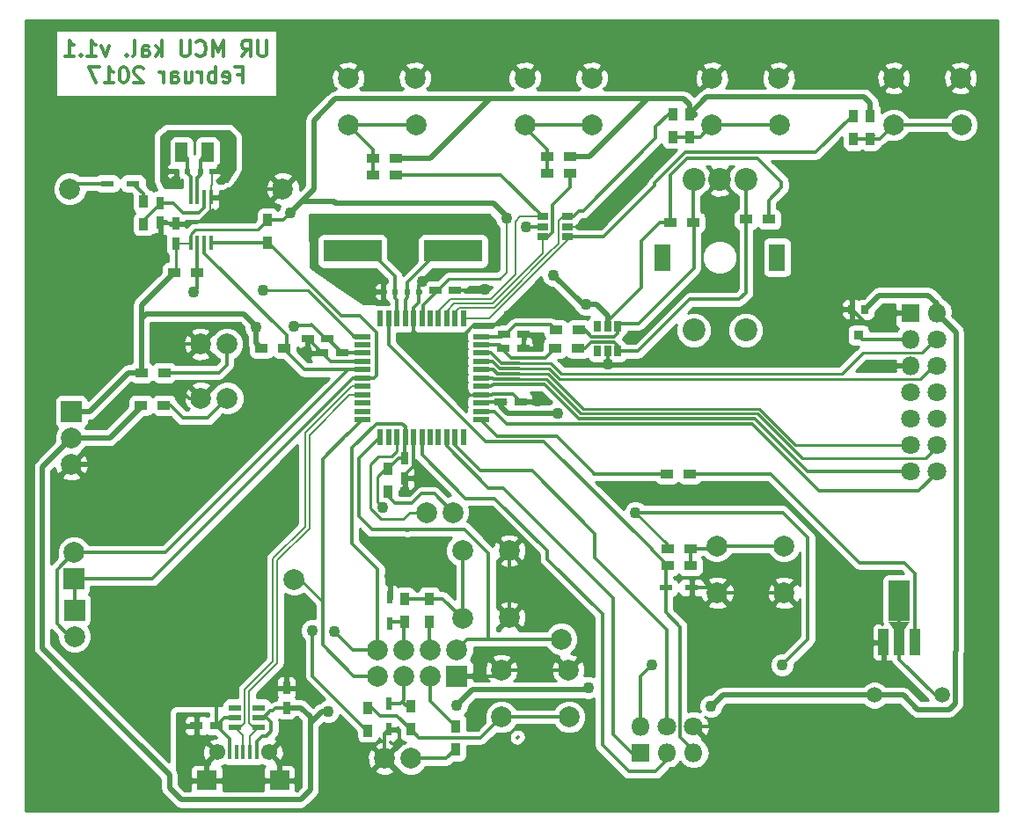
<source format=gbl>
G04 #@! TF.FileFunction,Copper,L2,Bot,Signal*
%FSLAX46Y46*%
G04 Gerber Fmt 4.6, Leading zero omitted, Abs format (unit mm)*
G04 Created by KiCad (PCBNEW 4.0.4+dfsg1-stable) date Tue Feb  7 08:23:58 2017*
%MOMM*%
%LPD*%
G01*
G04 APERTURE LIST*
%ADD10C,0.100000*%
%ADD11C,0.300000*%
%ADD12C,2.000000*%
%ADD13R,1.500000X0.550000*%
%ADD14R,0.550000X1.500000*%
%ADD15R,1.200000X0.750000*%
%ADD16R,0.600000X0.500000*%
%ADD17R,0.750000X1.200000*%
%ADD18R,1.300000X0.600000*%
%ADD19R,1.800000X1.800000*%
%ADD20O,1.800000X1.800000*%
%ADD21C,1.800000*%
%ADD22R,0.700000X1.000000*%
%ADD23R,1.000000X0.700000*%
%ADD24R,1.200000X0.600000*%
%ADD25C,1.500000*%
%ADD26R,2.000000X2.000000*%
%ADD27R,1.000760X2.501900*%
%ADD28R,1.998980X4.000500*%
%ADD29R,1.200000X0.900000*%
%ADD30R,0.900000X1.200000*%
%ADD31R,0.700000X0.900000*%
%ADD32R,0.900000X0.900000*%
%ADD33C,2.200000*%
%ADD34R,1.550000X2.650000*%
%ADD35R,0.400000X1.350000*%
%ADD36C,1.550000*%
%ADD37R,1.900000X1.900000*%
%ADD38R,0.450000X1.450000*%
%ADD39R,5.600700X2.100580*%
%ADD40R,1.200000X1.900000*%
%ADD41C,0.200000*%
%ADD42R,0.600000X1.300000*%
%ADD43C,1.100000*%
%ADD44C,0.500000*%
%ADD45C,0.200000*%
%ADD46C,0.250000*%
%ADD47C,0.700000*%
%ADD48C,0.254000*%
G04 APERTURE END LIST*
D10*
D11*
X23928571Y74846429D02*
X23928571Y73632143D01*
X23857143Y73489286D01*
X23785714Y73417857D01*
X23642857Y73346429D01*
X23357143Y73346429D01*
X23214285Y73417857D01*
X23142857Y73489286D01*
X23071428Y73632143D01*
X23071428Y74846429D01*
X21499999Y73346429D02*
X21999999Y74060714D01*
X22357142Y73346429D02*
X22357142Y74846429D01*
X21785714Y74846429D01*
X21642856Y74775000D01*
X21571428Y74703571D01*
X21499999Y74560714D01*
X21499999Y74346429D01*
X21571428Y74203571D01*
X21642856Y74132143D01*
X21785714Y74060714D01*
X22357142Y74060714D01*
X19714285Y73346429D02*
X19714285Y74846429D01*
X19214285Y73775000D01*
X18714285Y74846429D01*
X18714285Y73346429D01*
X17142856Y73489286D02*
X17214285Y73417857D01*
X17428571Y73346429D01*
X17571428Y73346429D01*
X17785713Y73417857D01*
X17928571Y73560714D01*
X17999999Y73703571D01*
X18071428Y73989286D01*
X18071428Y74203571D01*
X17999999Y74489286D01*
X17928571Y74632143D01*
X17785713Y74775000D01*
X17571428Y74846429D01*
X17428571Y74846429D01*
X17214285Y74775000D01*
X17142856Y74703571D01*
X16499999Y74846429D02*
X16499999Y73632143D01*
X16428571Y73489286D01*
X16357142Y73417857D01*
X16214285Y73346429D01*
X15928571Y73346429D01*
X15785713Y73417857D01*
X15714285Y73489286D01*
X15642856Y73632143D01*
X15642856Y74846429D01*
X13785713Y73346429D02*
X13785713Y74846429D01*
X13642856Y73917857D02*
X13214285Y73346429D01*
X13214285Y74346429D02*
X13785713Y73775000D01*
X11928570Y73346429D02*
X11928570Y74132143D01*
X11999999Y74275000D01*
X12142856Y74346429D01*
X12428570Y74346429D01*
X12571427Y74275000D01*
X11928570Y73417857D02*
X12071427Y73346429D01*
X12428570Y73346429D01*
X12571427Y73417857D01*
X12642856Y73560714D01*
X12642856Y73703571D01*
X12571427Y73846429D01*
X12428570Y73917857D01*
X12071427Y73917857D01*
X11928570Y73989286D01*
X10999998Y73346429D02*
X11142856Y73417857D01*
X11214284Y73560714D01*
X11214284Y74846429D01*
X10428570Y73489286D02*
X10357142Y73417857D01*
X10428570Y73346429D01*
X10499999Y73417857D01*
X10428570Y73489286D01*
X10428570Y73346429D01*
X8714284Y74346429D02*
X8357141Y73346429D01*
X7999999Y74346429D01*
X6642856Y73346429D02*
X7499999Y73346429D01*
X7071427Y73346429D02*
X7071427Y74846429D01*
X7214284Y74632143D01*
X7357142Y74489286D01*
X7499999Y74417857D01*
X5999999Y73489286D02*
X5928571Y73417857D01*
X5999999Y73346429D01*
X6071428Y73417857D01*
X5999999Y73489286D01*
X5999999Y73346429D01*
X4499999Y73346429D02*
X5357142Y73346429D01*
X4928570Y73346429D02*
X4928570Y74846429D01*
X5071427Y74632143D01*
X5214285Y74489286D01*
X5357142Y74417857D01*
X21071427Y71582143D02*
X21571427Y71582143D01*
X21571427Y70796429D02*
X21571427Y72296429D01*
X20857141Y72296429D01*
X19714285Y70867857D02*
X19857142Y70796429D01*
X20142856Y70796429D01*
X20285713Y70867857D01*
X20357142Y71010714D01*
X20357142Y71582143D01*
X20285713Y71725000D01*
X20142856Y71796429D01*
X19857142Y71796429D01*
X19714285Y71725000D01*
X19642856Y71582143D01*
X19642856Y71439286D01*
X20357142Y71296429D01*
X18999999Y70796429D02*
X18999999Y72296429D01*
X18999999Y71725000D02*
X18857142Y71796429D01*
X18571428Y71796429D01*
X18428571Y71725000D01*
X18357142Y71653571D01*
X18285713Y71510714D01*
X18285713Y71082143D01*
X18357142Y70939286D01*
X18428571Y70867857D01*
X18571428Y70796429D01*
X18857142Y70796429D01*
X18999999Y70867857D01*
X17642856Y70796429D02*
X17642856Y71796429D01*
X17642856Y71510714D02*
X17571428Y71653571D01*
X17499999Y71725000D01*
X17357142Y71796429D01*
X17214285Y71796429D01*
X16071428Y71796429D02*
X16071428Y70796429D01*
X16714285Y71796429D02*
X16714285Y71010714D01*
X16642857Y70867857D01*
X16499999Y70796429D01*
X16285714Y70796429D01*
X16142857Y70867857D01*
X16071428Y70939286D01*
X14714285Y70796429D02*
X14714285Y71582143D01*
X14785714Y71725000D01*
X14928571Y71796429D01*
X15214285Y71796429D01*
X15357142Y71725000D01*
X14714285Y70867857D02*
X14857142Y70796429D01*
X15214285Y70796429D01*
X15357142Y70867857D01*
X15428571Y71010714D01*
X15428571Y71153571D01*
X15357142Y71296429D01*
X15214285Y71367857D01*
X14857142Y71367857D01*
X14714285Y71439286D01*
X13999999Y70796429D02*
X13999999Y71796429D01*
X13999999Y71510714D02*
X13928571Y71653571D01*
X13857142Y71725000D01*
X13714285Y71796429D01*
X13571428Y71796429D01*
X12000000Y72153571D02*
X11928571Y72225000D01*
X11785714Y72296429D01*
X11428571Y72296429D01*
X11285714Y72225000D01*
X11214285Y72153571D01*
X11142857Y72010714D01*
X11142857Y71867857D01*
X11214285Y71653571D01*
X12071428Y70796429D01*
X11142857Y70796429D01*
X10214286Y72296429D02*
X10071429Y72296429D01*
X9928572Y72225000D01*
X9857143Y72153571D01*
X9785714Y72010714D01*
X9714286Y71725000D01*
X9714286Y71367857D01*
X9785714Y71082143D01*
X9857143Y70939286D01*
X9928572Y70867857D01*
X10071429Y70796429D01*
X10214286Y70796429D01*
X10357143Y70867857D01*
X10428572Y70939286D01*
X10500000Y71082143D01*
X10571429Y71367857D01*
X10571429Y71725000D01*
X10500000Y72010714D01*
X10428572Y72153571D01*
X10357143Y72225000D01*
X10214286Y72296429D01*
X8285715Y70796429D02*
X9142858Y70796429D01*
X8714286Y70796429D02*
X8714286Y72296429D01*
X8857143Y72082143D01*
X9000001Y71939286D01*
X9142858Y71867857D01*
X7785715Y72296429D02*
X6785715Y72296429D01*
X7428572Y70796429D01*
D12*
X42752100Y19248800D03*
X42752100Y25751200D03*
X47247900Y19325000D03*
X47247900Y25751200D03*
D13*
X44536900Y46380100D03*
X44536900Y45580100D03*
X44536900Y44780100D03*
X44536900Y43980100D03*
X44536900Y43180100D03*
X44536900Y42380100D03*
X44536900Y41580100D03*
X44536900Y40780100D03*
X44536900Y39980100D03*
X44536900Y39180100D03*
X44536900Y38380100D03*
D14*
X42836900Y36680100D03*
X42036900Y36680100D03*
X41236900Y36680100D03*
X40436900Y36680100D03*
X39636900Y36680100D03*
X38836900Y36680100D03*
X38036900Y36680100D03*
X37236900Y36680100D03*
X36436900Y36680100D03*
X35636900Y36680100D03*
X34836900Y36680100D03*
D13*
X33136900Y38380100D03*
X33136900Y39180100D03*
X33136900Y39980100D03*
X33136900Y40780100D03*
X33136900Y41580100D03*
X33136900Y42380100D03*
X33136900Y43180100D03*
X33136900Y43980100D03*
X33136900Y44780100D03*
X33136900Y45580100D03*
X33136900Y46380100D03*
D14*
X34836900Y48080100D03*
X35636900Y48080100D03*
X36436900Y48080100D03*
X37236900Y48080100D03*
X38036900Y48080100D03*
X38836900Y48080100D03*
X39636900Y48080100D03*
X40436900Y48080100D03*
X41236900Y48080100D03*
X42036900Y48080100D03*
X42836900Y48080100D03*
D12*
X4950000Y60600000D03*
X25450000Y60600000D03*
D15*
X46700000Y45200000D03*
X48600000Y45200000D03*
X46750000Y46600000D03*
X48650000Y46600000D03*
X29750000Y46200000D03*
X27850000Y46200000D03*
X31150000Y44800000D03*
X29250000Y44800000D03*
D16*
X36250000Y50700000D03*
X35150000Y50700000D03*
X37450000Y50700000D03*
X38550000Y50700000D03*
D17*
X37200000Y34650000D03*
X37200000Y32750000D03*
D15*
X46450000Y40100000D03*
X48350000Y40100000D03*
X40150000Y50800000D03*
X42050000Y50800000D03*
X17150000Y8900000D03*
X19050000Y8900000D03*
D17*
X13650000Y59250000D03*
X13650000Y57350000D03*
X15150000Y55350000D03*
X15150000Y57250000D03*
D16*
X17500000Y62300000D03*
X18600000Y62300000D03*
X16300000Y62300000D03*
X15200000Y62300000D03*
D12*
X17580000Y40450000D03*
X20120000Y40450000D03*
X17530000Y45650000D03*
X20070000Y45650000D03*
X39280000Y29450000D03*
X41820000Y29450000D03*
D18*
X11050000Y61100000D03*
X8550000Y61100000D03*
D19*
X85850000Y48650000D03*
D20*
X88390000Y48650000D03*
X85850000Y46110000D03*
D21*
X88390000Y46110000D03*
D20*
X85850000Y43570000D03*
D21*
X88390000Y43570000D03*
X85850000Y41030000D03*
X88390000Y41030000D03*
X85850000Y38490000D03*
X88390000Y38490000D03*
X85850000Y35950000D03*
X88390000Y35950000D03*
X85850000Y33410000D03*
X88390000Y33410000D03*
D22*
X57650000Y44950000D03*
X56700000Y44950000D03*
X55750000Y44950000D03*
X55750000Y47350000D03*
X56700000Y47350000D03*
X57650000Y47350000D03*
D23*
X52850000Y57900000D03*
X52850000Y56950000D03*
X52850000Y56000000D03*
X50450000Y56000000D03*
X50450000Y56950000D03*
X50450000Y57900000D03*
D24*
X20850000Y8750000D03*
X20850000Y9700000D03*
X20850000Y10650000D03*
X23150000Y10650000D03*
X23150000Y9700000D03*
X23150000Y8750000D03*
D25*
X82400000Y11850000D03*
X88900000Y11850000D03*
D19*
X59900000Y6300000D03*
D20*
X59900000Y8840000D03*
X62440000Y6300000D03*
D21*
X62440000Y8840000D03*
D20*
X64980000Y6300000D03*
D21*
X64980000Y8840000D03*
D26*
X5350000Y23050000D03*
D12*
X5350000Y25590000D03*
D26*
X5400000Y20050000D03*
D12*
X5400000Y17510000D03*
D27*
X86251140Y16947960D03*
X84750000Y16947960D03*
X83248860Y16947960D03*
D28*
X84750000Y20900200D03*
D10*
G36*
X84249620Y18176050D02*
X83749240Y18925350D01*
X85750760Y18925350D01*
X85250380Y18176050D01*
X84249620Y18176050D01*
X84249620Y18176050D01*
G37*
D29*
X51650000Y45250000D03*
X53850000Y45250000D03*
X70050000Y57650000D03*
X72250000Y57650000D03*
D30*
X80400000Y65400000D03*
X80400000Y67600000D03*
X63000000Y65600000D03*
X63000000Y67800000D03*
D29*
X64700000Y24300000D03*
X62500000Y24300000D03*
D30*
X82000000Y65400000D03*
X82000000Y67600000D03*
X64600000Y65600000D03*
X64600000Y67800000D03*
D29*
X64700000Y25950000D03*
X62500000Y25950000D03*
X62750000Y57350000D03*
X64950000Y57350000D03*
X34100000Y61900000D03*
X36300000Y61900000D03*
X50900000Y62100000D03*
X53100000Y62100000D03*
X53950000Y47000000D03*
X51750000Y47000000D03*
X34100000Y63500000D03*
X36300000Y63500000D03*
X50900000Y63700000D03*
X53100000Y63700000D03*
X11800000Y39750000D03*
X14000000Y39750000D03*
X11850000Y42900000D03*
X14050000Y42900000D03*
X25600000Y45250000D03*
X23400000Y45250000D03*
D30*
X24000000Y55400000D03*
X24000000Y57600000D03*
X35550000Y33600000D03*
X35550000Y31400000D03*
D29*
X64600000Y33150000D03*
X62400000Y33150000D03*
D30*
X37200000Y21100000D03*
X37200000Y18900000D03*
X39550000Y21150000D03*
X39550000Y18950000D03*
X12050000Y57200000D03*
X12050000Y59400000D03*
D29*
X15000000Y52550000D03*
X17200000Y52550000D03*
D30*
X37750000Y8550000D03*
X37750000Y10750000D03*
X33650000Y10650000D03*
X33650000Y8450000D03*
D31*
X80200000Y49000000D03*
D32*
X80850000Y46500000D03*
D31*
X81500000Y49000000D03*
D33*
X67500000Y61500000D03*
X70000000Y61500000D03*
X65000000Y61500000D03*
X70000000Y47000000D03*
X65000000Y47000000D03*
D34*
X73025000Y54000000D03*
X61975000Y54000000D03*
D35*
X21627080Y6347280D03*
X22277080Y6347280D03*
X22927080Y6347280D03*
X20977080Y6347280D03*
X20327080Y6347280D03*
D36*
X24127080Y6347280D03*
X19127080Y6347280D03*
D37*
X18127080Y3647280D03*
X25127080Y3647280D03*
D26*
X42200000Y13700000D03*
D12*
X42200000Y16240000D03*
X39660000Y13700000D03*
X39660000Y16240000D03*
X37120000Y13700000D03*
X37120000Y16240000D03*
X34580000Y13700000D03*
X34580000Y16240000D03*
D38*
X16575000Y59800000D03*
X17225000Y59800000D03*
X17875000Y59800000D03*
X18525000Y59800000D03*
X18525000Y55400000D03*
X17875000Y55400000D03*
X17225000Y55400000D03*
X16575000Y55400000D03*
D39*
X32151140Y54600000D03*
X41848860Y54600000D03*
D40*
X15700000Y64100000D03*
X18200000Y64100000D03*
D17*
X25800000Y10650000D03*
X25800000Y12550000D03*
D41*
X38000000Y49100000D03*
X38000000Y49100000D03*
X18550000Y60900000D03*
X18550000Y60900000D03*
D18*
X64800000Y22200000D03*
X62300000Y22200000D03*
D42*
X35750000Y21250000D03*
X35750000Y18750000D03*
X35650000Y8550000D03*
X35650000Y11050000D03*
D12*
X52250000Y17250000D03*
X26550000Y23000000D03*
X35230000Y5750000D03*
X37770000Y5750000D03*
D30*
X42100000Y8850000D03*
X42100000Y6650000D03*
D26*
X5100000Y39150000D03*
D12*
X5100000Y36610000D03*
X5100000Y34070000D03*
X90751200Y66752100D03*
X84248800Y66752100D03*
X90675000Y71247900D03*
X84248800Y71247900D03*
X73251200Y66752100D03*
X66748800Y66752100D03*
X73175000Y71247900D03*
X66748800Y71247900D03*
X55251200Y66752100D03*
X48748800Y66752100D03*
X55175000Y71247900D03*
X48748800Y71247900D03*
X38251200Y66752100D03*
X31748800Y66752100D03*
X38175000Y71247900D03*
X31748800Y71247900D03*
X67198800Y26197900D03*
X73701200Y26197900D03*
X67275000Y21702100D03*
X73701200Y21702100D03*
X53001200Y9752100D03*
X46498800Y9752100D03*
X52925000Y14247900D03*
X46498800Y14247900D03*
D43*
X8250000Y33750000D03*
X44900000Y50900000D03*
X47200000Y48400000D03*
X54550000Y57100000D03*
X56750000Y43700000D03*
X80900000Y17250000D03*
X24450000Y12450000D03*
X67800000Y8450000D03*
X19200000Y11400000D03*
X13400000Y55800000D03*
X14650000Y46250000D03*
X15550000Y41300000D03*
X49950000Y45800000D03*
X35750000Y23350000D03*
X27700000Y44900000D03*
X37200000Y31400000D03*
X50000000Y40200000D03*
X73500000Y14750000D03*
X61000000Y14750000D03*
X54650000Y49450000D03*
X51500000Y52300000D03*
X48850000Y56900000D03*
X47000000Y57750000D03*
X26200000Y58300000D03*
X51900000Y39000000D03*
X59400000Y29450000D03*
X35050000Y29950000D03*
X26550000Y47350000D03*
X22900000Y47250000D03*
X30450000Y17950000D03*
X28300000Y18050000D03*
X42200000Y10850000D03*
X54850000Y12600000D03*
X66650000Y10800000D03*
X29800000Y10300000D03*
X23550000Y50850000D03*
X16900000Y50700000D03*
X19550000Y62500000D03*
X15150000Y61300000D03*
X38900000Y51700000D03*
X34000000Y50700000D03*
D11*
X48078300Y7825000D02*
X48002100Y7748800D01*
X8550000Y61100000D02*
X5450000Y61100000D01*
X5450000Y61100000D02*
X4950000Y60600000D01*
X66777100Y22200000D02*
X67275000Y21702100D01*
X64800000Y22200000D02*
X66777100Y22200000D01*
X73701200Y21702100D02*
X67275000Y21702100D01*
X42200000Y13700000D02*
X45950900Y13700000D01*
X45950900Y13700000D02*
X46498800Y14247900D01*
X46498800Y14247900D02*
X52925000Y14247900D01*
X47247900Y25751200D02*
X47247900Y19325000D01*
D44*
X5100000Y34070000D02*
X7930000Y34070000D01*
X7930000Y34070000D02*
X8250000Y33750000D01*
D11*
X39400000Y44775000D02*
X39400000Y44900000D01*
X38036900Y46263100D02*
X38036900Y48080100D01*
X39400000Y44900000D02*
X38036900Y46263100D01*
X44900000Y50900000D02*
X43400000Y50900000D01*
X41175000Y44775000D02*
X43900000Y47500000D01*
X43900000Y47500000D02*
X46300000Y47500000D01*
X46300000Y47500000D02*
X47200000Y48400000D01*
X39375000Y44775000D02*
X39400000Y44775000D01*
X39400000Y44775000D02*
X41175000Y44775000D01*
X43300000Y50800000D02*
X42050000Y50800000D01*
X43300000Y50800000D02*
X43400000Y50900000D01*
D45*
X52850000Y56950000D02*
X54400000Y56950000D01*
X54400000Y56950000D02*
X54550000Y57100000D01*
D11*
X56700000Y44950000D02*
X56700000Y43750000D01*
X56700000Y43750000D02*
X56750000Y43700000D01*
D46*
X83248860Y16947960D02*
X81202040Y16947960D01*
X81202040Y16947960D02*
X80900000Y17250000D01*
D11*
X45650000Y40850000D02*
X47600000Y40850000D01*
X45580100Y40780100D02*
X45650000Y40850000D01*
X44536900Y40780100D02*
X45580100Y40780100D01*
X47600000Y40850000D02*
X48350000Y40100000D01*
D46*
X44536900Y40780100D02*
X43369900Y40780100D01*
X43369900Y40780100D02*
X39375000Y44775000D01*
D11*
X25800000Y12550000D02*
X24550000Y12550000D01*
X24550000Y12550000D02*
X24450000Y12450000D01*
X64980000Y8840000D02*
X67410000Y8840000D01*
X67410000Y8840000D02*
X67800000Y8450000D01*
X35230000Y5750000D02*
X35230000Y8130000D01*
X35230000Y8130000D02*
X35650000Y8550000D01*
X19050000Y8900000D02*
X19050000Y8950000D01*
X19050000Y8950000D02*
X19800000Y9700000D01*
X19800000Y9700000D02*
X20850000Y9700000D01*
X19050000Y8900000D02*
X19050000Y11250000D01*
X19050000Y11250000D02*
X19200000Y11400000D01*
X20327080Y6347280D02*
X20327080Y7622920D01*
X20327080Y7622920D02*
X19050000Y8900000D01*
X13650000Y57350000D02*
X13650000Y56050000D01*
X13650000Y56050000D02*
X13400000Y55800000D01*
X15150000Y57250000D02*
X13750000Y57250000D01*
X13750000Y57250000D02*
X13650000Y57350000D01*
X18525000Y59800000D02*
X19350000Y59800000D01*
X20150000Y60600000D02*
X25450000Y60600000D01*
X19350000Y59800000D02*
X20150000Y60600000D01*
X17530000Y45650000D02*
X15250000Y45650000D01*
X15250000Y45650000D02*
X14650000Y46250000D01*
X17580000Y40450000D02*
X16400000Y40450000D01*
X16400000Y40450000D02*
X15550000Y41300000D01*
X48650000Y46600000D02*
X49150000Y46600000D01*
X49150000Y46600000D02*
X49950000Y45800000D01*
X48600000Y45200000D02*
X48600000Y46550000D01*
X48600000Y46550000D02*
X48650000Y46600000D01*
D45*
X48650000Y46600000D02*
X48650000Y45250000D01*
X48650000Y45250000D02*
X48600000Y45200000D01*
D11*
X81450000Y47750000D02*
X80200000Y49000000D01*
X82600000Y47750000D02*
X81450000Y47750000D01*
X42751200Y14251200D02*
X42200000Y13700000D01*
D45*
X15150000Y57250000D02*
X17200000Y57250000D01*
X18450000Y58500000D02*
X18450000Y59725000D01*
X17200000Y57250000D02*
X18450000Y58500000D01*
X18450000Y59725000D02*
X18525000Y59800000D01*
X18525000Y59800000D02*
X18525000Y60875000D01*
D11*
X35750000Y21250000D02*
X35750000Y23350000D01*
X29250000Y44800000D02*
X27850000Y46200000D01*
X29250000Y44800000D02*
X27800000Y44800000D01*
X27800000Y44800000D02*
X27700000Y44900000D01*
X33136900Y43980100D02*
X30080100Y43980100D01*
X30080100Y43980100D02*
X29260200Y44800000D01*
X29260200Y44800000D02*
X29250000Y44800000D01*
X37200000Y32750000D02*
X37200000Y31400000D01*
X38036900Y36680100D02*
X38036900Y33863100D01*
X38036900Y33863100D02*
X37200000Y33026200D01*
X37200000Y33026200D02*
X37200000Y32750000D01*
X44536900Y40780100D02*
X43819900Y40780100D01*
X48350000Y40100000D02*
X49900000Y40100000D01*
X49900000Y40100000D02*
X50000000Y40200000D01*
X85950000Y48650000D02*
X83500000Y48650000D01*
X83500000Y48650000D02*
X82600000Y47750000D01*
X51650000Y45250000D02*
X51650000Y45150000D01*
X44536900Y45580100D02*
X46319900Y45580100D01*
X46319900Y45580100D02*
X46700000Y45200000D01*
X46700000Y45200000D02*
X46700000Y45050000D01*
X46700000Y45050000D02*
X47450000Y44300000D01*
X47450000Y44300000D02*
X50700000Y44300000D01*
X50700000Y44300000D02*
X51650000Y45250000D01*
X44536900Y46380100D02*
X46530100Y46380100D01*
X46530100Y46380100D02*
X46750000Y46600000D01*
X46750000Y46600000D02*
X46950000Y46600000D01*
X46950000Y46600000D02*
X47850000Y47500000D01*
X47850000Y47500000D02*
X51250000Y47500000D01*
X51250000Y47500000D02*
X51750000Y47000000D01*
X59900000Y8840000D02*
X59900000Y13650000D01*
X73550000Y29450000D02*
X59400000Y29450000D01*
X76000000Y27000000D02*
X73550000Y29450000D01*
X76000000Y17250000D02*
X76000000Y27000000D01*
X73500000Y14750000D02*
X76000000Y17250000D01*
X59900000Y13650000D02*
X61000000Y14750000D01*
D44*
X28450000Y67200000D02*
X28450000Y64800000D01*
X30500000Y69250000D02*
X28450000Y67200000D01*
X33000000Y69250000D02*
X30500000Y69250000D01*
X33000000Y69250000D02*
X32900000Y69250000D01*
X28450000Y60550000D02*
X27250000Y59350000D01*
X28450000Y64800000D02*
X28450000Y60550000D01*
X51900000Y39000000D02*
X47100000Y39000000D01*
X47100000Y39000000D02*
X46450000Y39650000D01*
X46450000Y39650000D02*
X46450000Y40100000D01*
X54650000Y49450000D02*
X54350000Y49450000D01*
X56700000Y48400000D02*
X56700000Y47350000D01*
X55650000Y49450000D02*
X56700000Y48400000D01*
X54650000Y49450000D02*
X55650000Y49450000D01*
X54350000Y49450000D02*
X51500000Y52300000D01*
X5100000Y39150000D02*
X6850000Y39150000D01*
X10600000Y42900000D02*
X11850000Y42900000D01*
X6850000Y39150000D02*
X10600000Y42900000D01*
X15000000Y52550000D02*
X11850000Y49400000D01*
X11850000Y49400000D02*
X11850000Y48100000D01*
X11850000Y48100000D02*
X11850000Y42900000D01*
X22900000Y47250000D02*
X22900000Y47350000D01*
X12300000Y48550000D02*
X11850000Y48100000D01*
X21700000Y48550000D02*
X12300000Y48550000D01*
X22900000Y47350000D02*
X21700000Y48550000D01*
X23400000Y45250000D02*
X22900000Y45750000D01*
X22900000Y45750000D02*
X22900000Y47250000D01*
D11*
X28300000Y47425000D02*
X26625000Y47425000D01*
X26625000Y47425000D02*
X26550000Y47350000D01*
D44*
X45400000Y69250000D02*
X33000000Y69250000D01*
X47000000Y57750000D02*
X47000000Y57950000D01*
X47000000Y57950000D02*
X45700000Y59250000D01*
X45700000Y59250000D02*
X30500000Y59250000D01*
X30500000Y59250000D02*
X30400000Y59350000D01*
X30400000Y59350000D02*
X27250000Y59350000D01*
X27250000Y59350000D02*
X26200000Y58300000D01*
X60550000Y69250000D02*
X45400000Y69250000D01*
X39650000Y63500000D02*
X36300000Y63500000D01*
X45400000Y69250000D02*
X39650000Y63500000D01*
X64600000Y67800000D02*
X64600000Y68700000D01*
X55000000Y63700000D02*
X53100000Y63700000D01*
X60550000Y69250000D02*
X55000000Y63700000D01*
X64050000Y69250000D02*
X60550000Y69250000D01*
X64600000Y68700000D02*
X64050000Y69250000D01*
X82000000Y67600000D02*
X82000000Y68850000D01*
X66250000Y69450000D02*
X64600000Y67800000D01*
X81400000Y69450000D02*
X66250000Y69450000D01*
X82000000Y68850000D02*
X81400000Y69450000D01*
D47*
X65000000Y67800000D02*
X64600000Y67800000D01*
D45*
X46450000Y52050000D02*
X46500000Y52050000D01*
D46*
X41450000Y51900000D02*
X46300000Y51900000D01*
X46300000Y51900000D02*
X46450000Y52050000D01*
X40350000Y50800000D02*
X41450000Y51900000D01*
D11*
X48900000Y56950000D02*
X48850000Y56900000D01*
X48900000Y56950000D02*
X50450000Y56950000D01*
D45*
X47000000Y52550000D02*
X47000000Y57750000D01*
X46500000Y52050000D02*
X47000000Y52550000D01*
D11*
X24000000Y57600000D02*
X25500000Y57600000D01*
X25500000Y57600000D02*
X26200000Y58300000D01*
X72250000Y57650000D02*
X72250000Y59500000D01*
X62750000Y61900000D02*
X62750000Y57350000D01*
X64400000Y63550000D02*
X62750000Y61900000D01*
X71150000Y63550000D02*
X64400000Y63550000D01*
X73450000Y61250000D02*
X71150000Y63550000D01*
X73450000Y60700000D02*
X73450000Y61250000D01*
X72250000Y59500000D02*
X73450000Y60700000D01*
X56700000Y47350000D02*
X56700000Y47850000D01*
X56700000Y47850000D02*
X59950000Y51100000D01*
X59950000Y51100000D02*
X59950000Y55600000D01*
X59950000Y55600000D02*
X61700000Y57350000D01*
X61700000Y57350000D02*
X62750000Y57350000D01*
X46450000Y39650000D02*
X47100000Y39000000D01*
X46450000Y39650000D02*
X46450000Y40100000D01*
D46*
X46450000Y40100000D02*
X46900000Y40100000D01*
X35550000Y33600000D02*
X35300000Y33600000D01*
X35300000Y33600000D02*
X34600000Y32900000D01*
X59400000Y29450000D02*
X62500000Y26350000D01*
X34600000Y30400000D02*
X35050000Y29950000D01*
X34600000Y32900000D02*
X34600000Y30400000D01*
X62500000Y26350000D02*
X62500000Y25950000D01*
X40150000Y50800000D02*
X40350000Y50800000D01*
X22900000Y47250000D02*
X22900000Y47400000D01*
X22900000Y47400000D02*
X21750000Y48550000D01*
X21750000Y48550000D02*
X11850000Y48550000D01*
X22900000Y47250000D02*
X22900000Y45750000D01*
X26625000Y47425000D02*
X26550000Y47350000D01*
X28325000Y47425000D02*
X28300000Y47425000D01*
X16575000Y55400000D02*
X16575000Y56225000D01*
X23050000Y56650000D02*
X24000000Y57600000D01*
X17000000Y56650000D02*
X23050000Y56650000D01*
X16575000Y56225000D02*
X17000000Y56650000D01*
X11850000Y48100000D02*
X11850000Y48550000D01*
X11850000Y48550000D02*
X11850000Y49400000D01*
X15150000Y55350000D02*
X15150000Y52700000D01*
X15150000Y52700000D02*
X15000000Y52550000D01*
D11*
X33650000Y8450000D02*
X33550000Y8450000D01*
X33550000Y8450000D02*
X28300000Y13700000D01*
X32160000Y16240000D02*
X34580000Y16240000D01*
X30450000Y17950000D02*
X32160000Y16240000D01*
X28300000Y13700000D02*
X28300000Y18050000D01*
X37236900Y36680100D02*
X37236900Y37663100D01*
X32100000Y26460000D02*
X34580000Y23980000D01*
X32100000Y35650000D02*
X32100000Y26460000D01*
X34450000Y38000000D02*
X32100000Y35650000D01*
X36900000Y38000000D02*
X34450000Y38000000D01*
X37236900Y37663100D02*
X36900000Y38000000D01*
X29750000Y46200000D02*
X29550000Y46200000D01*
X29550000Y46200000D02*
X28325000Y47425000D01*
X28325000Y47425000D02*
X28250000Y47500000D01*
X37200000Y34650000D02*
X36600000Y34650000D01*
X36600000Y34650000D02*
X35550000Y33600000D01*
D45*
X15150000Y55350000D02*
X16525000Y55350000D01*
X16525000Y55350000D02*
X16575000Y55400000D01*
D11*
X34580000Y16240000D02*
X34580000Y23980000D01*
X39550000Y18950000D02*
X39550000Y16350000D01*
X39550000Y16350000D02*
X39660000Y16240000D01*
X31150000Y44800000D02*
X29750000Y46200000D01*
X31150000Y44800000D02*
X33117000Y44800000D01*
X33117000Y44800000D02*
X33136900Y44780100D01*
X37200000Y34650000D02*
X37200000Y36643200D01*
X37200000Y36643200D02*
X37236900Y36680100D01*
X46450000Y40100000D02*
X44656800Y40100000D01*
X44656800Y40100000D02*
X44536900Y39980100D01*
X40150000Y50800000D02*
X40150000Y50550000D01*
X40150000Y50550000D02*
X39000000Y49400000D01*
X39000000Y49400000D02*
X39000000Y48243200D01*
X39000000Y48243200D02*
X38836900Y48080100D01*
X32151140Y54600000D02*
X33800000Y54600000D01*
X33800000Y54600000D02*
X36250000Y52150000D01*
X36250000Y52150000D02*
X36250000Y50700000D01*
X36250000Y50700000D02*
X36250000Y50050000D01*
X36436900Y49863100D02*
X36436900Y48080100D01*
X36250000Y50050000D02*
X36436900Y49863100D01*
X41848860Y54600000D02*
X40500000Y54600000D01*
X40500000Y54600000D02*
X37450000Y51550000D01*
X37450000Y51550000D02*
X37450000Y50700000D01*
X37450000Y50700000D02*
X37450000Y50150000D01*
X37236900Y49936900D02*
X37236900Y48080100D01*
X37450000Y50150000D02*
X37236900Y49936900D01*
X13650000Y59250000D02*
X13650000Y59100000D01*
X13650000Y59100000D02*
X12050000Y57500000D01*
X12050000Y57500000D02*
X12050000Y57200000D01*
X17875000Y59800000D02*
X17875000Y58825000D01*
X14900000Y59250000D02*
X13650000Y59250000D01*
X15850000Y58300000D02*
X14900000Y59250000D01*
X17350000Y58300000D02*
X15850000Y58300000D01*
X17875000Y58825000D02*
X17350000Y58300000D01*
X17500000Y62300000D02*
X17500000Y61950000D01*
X17225000Y61675000D02*
X17225000Y59800000D01*
X17500000Y61950000D02*
X17225000Y61675000D01*
X17500000Y62300000D02*
X17500000Y63400000D01*
X17500000Y63400000D02*
X18200000Y64100000D01*
X16300000Y62300000D02*
X16300000Y62050000D01*
X16300000Y62050000D02*
X16575000Y61775000D01*
X16575000Y61775000D02*
X16575000Y59800000D01*
X16300000Y62300000D02*
X16300000Y63500000D01*
X16300000Y63500000D02*
X15700000Y64100000D01*
X62300000Y22200000D02*
X62300000Y22600000D01*
X50050000Y36250000D02*
X50600000Y36250000D01*
X60950000Y25850000D02*
X62500000Y24300000D01*
X60950000Y25900000D02*
X60950000Y25850000D01*
X50600000Y36250000D02*
X60950000Y25900000D01*
X63700000Y10450000D02*
X63700000Y18400000D01*
X62300000Y24100000D02*
X62300000Y22600000D01*
X62300000Y22600000D02*
X62300000Y20450000D01*
X63700000Y7800000D02*
X63700000Y10450000D01*
X63700000Y7800000D02*
X64980000Y6520000D01*
X62300000Y19800000D02*
X62300000Y20450000D01*
X63700000Y18400000D02*
X62300000Y19800000D01*
X64980000Y6300000D02*
X64980000Y6520000D01*
X50150000Y36250000D02*
X50050000Y36250000D01*
X50050000Y36250000D02*
X46700000Y36250000D01*
X46700000Y36250000D02*
X46600000Y36250000D01*
X35636900Y48080100D02*
X35636900Y45563100D01*
X44950000Y36250000D02*
X46600000Y36250000D01*
X35636900Y45563100D02*
X44950000Y36250000D01*
X14000000Y39750000D02*
X14650000Y39750000D01*
X18220000Y38550000D02*
X20120000Y40450000D01*
X15850000Y38550000D02*
X18220000Y38550000D01*
X14650000Y39750000D02*
X15850000Y38550000D01*
X14050000Y42900000D02*
X19300000Y42900000D01*
X20070000Y43670000D02*
X20070000Y45650000D01*
X19300000Y42900000D02*
X20070000Y43670000D01*
D46*
X39280000Y29450000D02*
X37650000Y29450000D01*
X36436900Y35336900D02*
X36436900Y36680100D01*
X35950000Y34850000D02*
X36436900Y35336900D01*
X34650000Y34850000D02*
X35950000Y34850000D01*
X33850000Y34050000D02*
X34650000Y34850000D01*
X33850000Y29850000D02*
X33850000Y34050000D01*
X34900000Y28800000D02*
X33850000Y29850000D01*
X37000000Y28800000D02*
X34900000Y28800000D01*
X37650000Y29450000D02*
X37000000Y28800000D01*
D11*
X35550000Y31400000D02*
X35550000Y31050000D01*
X35550000Y31050000D02*
X36250000Y30350000D01*
X36250000Y30350000D02*
X37900000Y30350000D01*
X37900000Y30350000D02*
X38800000Y31250000D01*
X38800000Y31250000D02*
X40020000Y31250000D01*
X40020000Y31250000D02*
X41820000Y29450000D01*
X12050000Y59400000D02*
X12050000Y60100000D01*
X12050000Y60100000D02*
X11050000Y61100000D01*
D44*
X88390000Y48650000D02*
X88390000Y49560000D01*
X88390000Y49560000D02*
X87600000Y50350000D01*
X87600000Y50350000D02*
X82850000Y50350000D01*
X82850000Y50350000D02*
X81500000Y49000000D01*
X90150000Y11050000D02*
X90150000Y16050000D01*
X90250000Y16150000D02*
X90250000Y46790000D01*
X90150000Y16050000D02*
X90250000Y16150000D01*
X90250000Y46790000D02*
X88390000Y48650000D01*
X86525000Y10475000D02*
X89575000Y10475000D01*
X90150000Y11050000D02*
X90150000Y11200000D01*
X89575000Y10475000D02*
X90150000Y11050000D01*
X82400000Y11850000D02*
X85150000Y11850000D01*
X85150000Y11850000D02*
X86525000Y10475000D01*
X86525000Y10475000D02*
X86550000Y10450000D01*
X66650000Y10800000D02*
X66750000Y10800000D01*
X67800000Y11850000D02*
X82400000Y11850000D01*
X66750000Y10800000D02*
X67800000Y11850000D01*
X42200000Y10850000D02*
X43700000Y12350000D01*
X43700000Y12350000D02*
X54600000Y12350000D01*
X54600000Y12350000D02*
X54850000Y12600000D01*
X29800000Y10300000D02*
X29200000Y10300000D01*
X29200000Y10300000D02*
X28100000Y9200000D01*
X14550000Y4150000D02*
X14550000Y2900000D01*
X14550000Y2900000D02*
X15650000Y1800000D01*
X15650000Y1800000D02*
X27200000Y1800000D01*
X27200000Y1800000D02*
X28100000Y2700000D01*
X28100000Y2700000D02*
X28100000Y9200000D01*
X28100000Y9200000D02*
X28100000Y9750000D01*
X28100000Y9750000D02*
X27200000Y10650000D01*
X27200000Y10650000D02*
X25800000Y10650000D01*
X5100000Y36610000D02*
X2300000Y33810000D01*
X2300000Y33810000D02*
X2300000Y16400000D01*
X2300000Y16400000D02*
X14550000Y4150000D01*
X5100000Y36610000D02*
X8810000Y36610000D01*
X8810000Y36610000D02*
X11800000Y39600000D01*
X11800000Y39600000D02*
X11800000Y39750000D01*
D11*
X25800000Y10650000D02*
X25200000Y10650000D01*
X25200000Y10650000D02*
X25150000Y10600000D01*
X86550000Y10450000D02*
X89400000Y10450000D01*
X89400000Y10450000D02*
X90150000Y11200000D01*
X90150000Y11200000D02*
X90250000Y11300000D01*
X90250000Y11300000D02*
X90250000Y46790000D01*
X90250000Y46790000D02*
X88390000Y48650000D01*
X85150000Y11850000D02*
X86550000Y10450000D01*
X43700000Y12350000D02*
X54600000Y12350000D01*
X54600000Y12350000D02*
X54850000Y12600000D01*
X24250000Y10350000D02*
X24500000Y10350000D01*
X24750000Y10600000D02*
X25150000Y10600000D01*
X25150000Y10600000D02*
X27250000Y10600000D01*
X27250000Y10600000D02*
X27950000Y9900000D01*
X27950000Y9900000D02*
X28100000Y9750000D01*
X28100000Y9750000D02*
X28100000Y2700000D01*
X28100000Y2700000D02*
X27200000Y1800000D01*
X27200000Y1800000D02*
X15650000Y1800000D01*
X15650000Y1800000D02*
X14550000Y2900000D01*
X14550000Y4150000D02*
X2300000Y16400000D01*
X2300000Y16400000D02*
X2300000Y33810000D01*
X24250000Y10350000D02*
X23600000Y9700000D01*
X24500000Y10350000D02*
X24750000Y10600000D01*
X23150000Y9700000D02*
X23600000Y9700000D01*
X22927080Y6347280D02*
X22927080Y7377080D01*
X23900000Y9700000D02*
X23150000Y9700000D01*
X24350000Y9250000D02*
X23900000Y9700000D01*
X24350000Y8400000D02*
X24350000Y9250000D01*
X23850000Y7900000D02*
X24350000Y8400000D01*
X23450000Y7900000D02*
X23850000Y7900000D01*
X22927080Y7377080D02*
X23450000Y7900000D01*
X5100000Y36610000D02*
X8660000Y36610000D01*
X8660000Y36610000D02*
X11800000Y39750000D01*
X82850000Y50350000D02*
X81500000Y49000000D01*
X87600000Y50350000D02*
X82850000Y50350000D01*
X88490000Y48650000D02*
X88490000Y49460000D01*
X88490000Y49460000D02*
X87600000Y50350000D01*
X85950000Y46110000D02*
X81240000Y46110000D01*
X81240000Y46110000D02*
X80850000Y46500000D01*
D46*
X88390000Y46110000D02*
X88260000Y46110000D01*
X88260000Y46110000D02*
X86950000Y44800000D01*
X86950000Y44800000D02*
X81300000Y44800000D01*
X81300000Y44800000D02*
X79250002Y42750002D01*
X79250002Y42750002D02*
X52280948Y42750002D01*
X52280948Y42750002D02*
X51255952Y43774998D01*
X51255952Y43774998D02*
X48150000Y43774998D01*
X48150000Y43774998D02*
X48150000Y43799998D01*
D11*
X44536900Y44780100D02*
X45519900Y44780100D01*
X46500002Y43799998D02*
X48150000Y43799998D01*
X48150000Y43799998D02*
X48150000Y43799998D01*
X45519900Y44780100D02*
X46500002Y43799998D01*
D46*
X88390000Y43570000D02*
X88070000Y43570000D01*
X88070000Y43570000D02*
X86800000Y42300000D01*
X86800000Y42300000D02*
X52094552Y42300000D01*
X52094552Y42300000D02*
X51094556Y43299996D01*
X51094556Y43299996D02*
X48150000Y43299996D01*
D11*
X48150000Y43299996D02*
X47300000Y43299996D01*
X45612790Y43980100D02*
X46292894Y43299996D01*
X46292894Y43299996D02*
X47300000Y43299996D01*
X45612790Y43980100D02*
X44536900Y43980100D01*
D46*
X85850000Y35950000D02*
X74786398Y35950000D01*
X48150000Y42774994D02*
X48150000Y42799994D01*
X50983160Y42774994D02*
X48150000Y42774994D01*
X54333148Y39425006D02*
X50983160Y42774994D01*
X71311392Y39425006D02*
X54333148Y39425006D01*
X74786398Y35950000D02*
X71311392Y39425006D01*
D11*
X44536900Y43180100D02*
X45705680Y43180100D01*
X46085786Y42799994D02*
X48150000Y42799994D01*
X48150000Y42799994D02*
X48150000Y42799994D01*
X45705680Y43180100D02*
X46085786Y42799994D01*
X88390000Y35950000D02*
X88390000Y35740000D01*
D46*
X88390000Y35740000D02*
X87300000Y34650000D01*
X87300000Y34650000D02*
X75450000Y34650000D01*
X75450000Y34650000D02*
X71124996Y38975004D01*
X71124996Y38975004D02*
X54146752Y38975004D01*
X54146752Y38975004D02*
X50846764Y42274992D01*
X50846764Y42274992D02*
X48150000Y42274992D01*
X48150000Y42274992D02*
X48150000Y42299992D01*
D11*
X44536900Y42380100D02*
X45619900Y42380100D01*
X45700008Y42299992D02*
X48150000Y42299992D01*
X48150000Y42299992D02*
X48150000Y42299992D01*
X45619900Y42380100D02*
X45700008Y42299992D01*
X48000000Y41799990D02*
X50650012Y41799990D01*
X75940000Y33410000D02*
X85850000Y33410000D01*
X70849998Y38500002D02*
X75940000Y33410000D01*
X53950000Y38500002D02*
X70849998Y38500002D01*
X50650012Y41799990D02*
X53950000Y38500002D01*
X44536900Y41580100D02*
X45480100Y41580100D01*
X45699990Y41799990D02*
X48000000Y41799990D01*
X48000000Y41799990D02*
X48150000Y41799990D01*
X45480100Y41580100D02*
X45699990Y41799990D01*
X88390000Y33410000D02*
X88390000Y33240000D01*
X88390000Y33240000D02*
X86650000Y31500000D01*
X45819900Y39180100D02*
X47000000Y38000000D01*
X47000000Y38000000D02*
X57500000Y38000000D01*
X44536900Y39180100D02*
X45819900Y39180100D01*
X70600000Y38000000D02*
X57500000Y38000000D01*
X77100000Y31500000D02*
X70600000Y38000000D01*
X86650000Y31500000D02*
X77100000Y31500000D01*
D46*
X88390000Y33410000D02*
X88390000Y33290000D01*
D11*
X50450000Y56000000D02*
X51000000Y56000000D01*
X53100000Y60700000D02*
X53100000Y62100000D01*
X51400000Y59000000D02*
X53100000Y60700000D01*
X51400000Y56400000D02*
X51400000Y59000000D01*
X51000000Y56000000D02*
X51400000Y56400000D01*
D45*
X45550000Y49550002D02*
X45615690Y49550002D01*
X50450000Y54384312D02*
X50450000Y56000000D01*
X45615690Y49550002D02*
X50450000Y54384312D01*
X41236900Y48080100D02*
X41236900Y48836900D01*
X41950002Y49550002D02*
X45550000Y49550002D01*
X45550000Y49550002D02*
X45600002Y49550002D01*
X41236900Y48836900D02*
X41950002Y49550002D01*
D11*
X52850000Y57900000D02*
X53400000Y57900000D01*
X61350000Y66550000D02*
X62600000Y67800000D01*
X61350000Y65450000D02*
X61350000Y66550000D01*
X54350000Y58450000D02*
X61350000Y65450000D01*
X53950000Y58450000D02*
X54350000Y58450000D01*
X53400000Y57900000D02*
X53950000Y58450000D01*
X62600000Y67800000D02*
X63000000Y67800000D01*
D45*
X42400000Y49100000D02*
X42400000Y49150000D01*
X52000000Y57500000D02*
X52400000Y57900000D01*
X52000000Y55350000D02*
X52000000Y57500000D01*
X51650000Y55000000D02*
X52000000Y55350000D01*
X51250000Y54600000D02*
X51650000Y55000000D01*
X46565688Y49915688D02*
X51250000Y54600000D01*
X45800000Y49150000D02*
X46565688Y49915688D01*
X45600002Y49150000D02*
X45800000Y49150000D01*
X42400000Y49150000D02*
X45600002Y49150000D01*
X52400000Y57900000D02*
X52850000Y57900000D01*
X42036900Y48080100D02*
X42036900Y48736900D01*
X42036900Y48736900D02*
X42400000Y49100000D01*
X42400000Y49100000D02*
X42450000Y49150000D01*
D11*
X52850000Y56000000D02*
X56350000Y56000000D01*
X76750000Y64100000D02*
X80250000Y67600000D01*
X64200000Y64100000D02*
X76750000Y64100000D01*
X61250000Y61150000D02*
X64200000Y64100000D01*
X61250000Y60900000D02*
X61250000Y61150000D01*
X56350000Y56000000D02*
X61250000Y60900000D01*
X80250000Y67600000D02*
X80400000Y67600000D01*
D45*
X42836900Y48080100D02*
X45295788Y48080100D01*
X52850000Y55634312D02*
X52850000Y56000000D01*
X45295788Y48080100D02*
X52850000Y55634312D01*
X45450004Y49950004D02*
X47825000Y52325000D01*
X43800004Y49950004D02*
X44600004Y49950004D01*
X42700000Y49950004D02*
X43800004Y49950004D01*
X44600004Y49950004D02*
X45450004Y49950004D01*
X48300000Y57900000D02*
X50450000Y57900000D01*
X47825000Y57425000D02*
X48300000Y57900000D01*
X47825000Y52325000D02*
X47825000Y57425000D01*
X50000000Y57900000D02*
X50450000Y57900000D01*
D11*
X36300000Y61900000D02*
X46450000Y61900000D01*
X46450000Y61900000D02*
X50450000Y57900000D01*
D45*
X40436900Y48080100D02*
X40436900Y48836900D01*
X41550004Y49950004D02*
X42700000Y49950004D01*
X42700000Y49950004D02*
X42750000Y49950004D01*
X40436900Y48836900D02*
X41550004Y49950004D01*
X22200002Y9450000D02*
X22200002Y12250002D01*
X31880100Y40780100D02*
X33136900Y40780100D01*
X28000000Y36900000D02*
X31880100Y40780100D01*
X28000000Y27900000D02*
X28000000Y36900000D01*
X24900000Y24800000D02*
X28000000Y27900000D01*
X24900000Y14950000D02*
X24900000Y24800000D01*
X22200002Y12250002D02*
X24900000Y14950000D01*
X22277080Y6347280D02*
X22277080Y7877080D01*
X22200002Y9200000D02*
X22200002Y9450000D01*
X22200002Y9450000D02*
X22200002Y9500000D01*
X22650002Y8750000D02*
X22200002Y9200000D01*
X23150000Y8750000D02*
X22650002Y8750000D01*
X22277080Y7877080D02*
X23150000Y8750000D01*
X32080100Y41580100D02*
X33136900Y41580100D01*
X27599998Y37099998D02*
X32080100Y41580100D01*
X27599998Y28065686D02*
X27599998Y37099998D01*
X24499998Y24965686D02*
X27599998Y28065686D01*
X24499998Y15115686D02*
X24499998Y24965686D01*
X21800000Y12415688D02*
X24499998Y15115686D01*
X21627080Y6347280D02*
X21627080Y7972920D01*
X21800000Y9500000D02*
X21800000Y12415688D01*
X21800000Y9200000D02*
X21800000Y9500000D01*
X21350000Y8750000D02*
X21800000Y9200000D01*
X20850000Y8750000D02*
X21350000Y8750000D01*
X21627080Y7972920D02*
X20850000Y8750000D01*
X20350000Y8850000D02*
X20850000Y8850000D01*
D11*
X37750000Y10750000D02*
X37450000Y10750000D01*
X37450000Y10750000D02*
X36970000Y11230000D01*
X37120000Y13700000D02*
X37120000Y11380000D01*
X36790000Y11050000D02*
X35650000Y11050000D01*
X37120000Y11380000D02*
X36970000Y11230000D01*
X36970000Y11230000D02*
X36790000Y11050000D01*
X37200000Y18900000D02*
X35900000Y18900000D01*
X35900000Y18900000D02*
X35750000Y18750000D01*
X37120000Y16240000D02*
X37120000Y18820000D01*
X37120000Y18820000D02*
X37200000Y18900000D01*
X84750000Y18550700D02*
X84750000Y20900200D01*
X84750000Y16947960D02*
X84750000Y18550700D01*
X88900000Y11850000D02*
X88200000Y11850000D01*
X88200000Y11850000D02*
X84750000Y15300000D01*
X84750000Y15300000D02*
X84750000Y16947960D01*
X59900000Y6300000D02*
X59000000Y6300000D01*
X59000000Y6300000D02*
X57250000Y8050000D01*
X57250000Y8050000D02*
X57250000Y21200000D01*
X57250000Y21200000D02*
X46650000Y31800000D01*
X46650000Y31800000D02*
X45250000Y31800000D01*
X45250000Y31800000D02*
X41236900Y35813100D01*
X41236900Y35813100D02*
X41236900Y36680100D01*
X62440000Y6300000D02*
X62440000Y5590000D01*
X62440000Y5590000D02*
X61350000Y4500000D01*
X61350000Y4500000D02*
X58750000Y4500000D01*
X58750000Y4500000D02*
X56200000Y7050000D01*
X56200000Y7050000D02*
X56200000Y19650000D01*
X56200000Y19650000D02*
X50900000Y24950000D01*
X50900000Y24950000D02*
X50900000Y25750000D01*
X50900000Y25750000D02*
X45850000Y30800000D01*
X45850000Y30800000D02*
X43000000Y30800000D01*
X43000000Y30800000D02*
X38836900Y34963100D01*
X38836900Y34963100D02*
X38836900Y36680100D01*
X62440000Y8840000D02*
X62440000Y18110000D01*
X42036900Y35913100D02*
X42036900Y36680100D01*
X44500000Y33450000D02*
X42036900Y35913100D01*
X49450000Y33450000D02*
X44500000Y33450000D01*
X55500000Y27400000D02*
X49450000Y33450000D01*
X55500000Y25050000D02*
X55500000Y27400000D01*
X62440000Y18110000D02*
X55500000Y25050000D01*
X33136900Y42380100D02*
X34230100Y42380100D01*
X24050000Y55400000D02*
X18525000Y55400000D01*
X31050000Y48400000D02*
X24050000Y55400000D01*
X32850000Y48400000D02*
X31050000Y48400000D01*
X34500000Y46750000D02*
X32850000Y48400000D01*
X34500000Y42650000D02*
X34500000Y46750000D01*
X34230100Y42380100D02*
X34500000Y42650000D01*
X5350000Y23050000D02*
X12900000Y23050000D01*
X32230100Y42380100D02*
X33136900Y42380100D01*
X12900000Y23050000D02*
X32230100Y42380100D01*
X5400000Y20050000D02*
X5400000Y23000000D01*
X5400000Y23000000D02*
X5350000Y23050000D01*
X33136900Y43180100D02*
X27519900Y43180100D01*
X17875000Y54425000D02*
X17875000Y55400000D01*
X25800000Y46500000D02*
X17875000Y54425000D01*
X25800000Y44900000D02*
X25800000Y46500000D01*
X27519900Y43180100D02*
X25800000Y44900000D01*
X5350000Y25590000D02*
X14140000Y25590000D01*
X31780100Y43180100D02*
X33136900Y43180100D01*
X26200000Y37600000D02*
X31780100Y43180100D01*
X26150000Y37600000D02*
X26200000Y37600000D01*
X14140000Y25590000D02*
X26150000Y37600000D01*
X5400000Y17510000D02*
X4940000Y17510000D01*
X4940000Y17510000D02*
X3700000Y18750000D01*
X3700000Y18750000D02*
X3700000Y23940000D01*
X3700000Y23940000D02*
X5350000Y25590000D01*
X86251140Y16947960D02*
X86251140Y23598860D01*
X72400000Y33150000D02*
X64600000Y33150000D01*
X80950000Y24600000D02*
X72400000Y33150000D01*
X85250000Y24600000D02*
X80950000Y24600000D01*
X86251140Y23598860D02*
X85250000Y24600000D01*
X86251140Y17348860D02*
X86251140Y16947960D01*
X84248800Y66752100D02*
X90751200Y66752100D01*
X82000000Y65400000D02*
X82896700Y65400000D01*
X82896700Y65400000D02*
X84248800Y66752100D01*
X82000000Y65400000D02*
X80400000Y65400000D01*
X82348800Y65748800D02*
X82000000Y65400000D01*
X64600000Y65600000D02*
X65596700Y65600000D01*
X65596700Y65600000D02*
X66748800Y66752100D01*
X66748800Y66752100D02*
X73251200Y66752100D01*
X64600000Y65600000D02*
X63000000Y65600000D01*
X67198800Y26197900D02*
X73701200Y26197900D01*
X66950900Y25950000D02*
X67198800Y26197900D01*
X64700000Y25950000D02*
X66950900Y25950000D01*
X64700000Y24300000D02*
X64700000Y25950000D01*
X31748800Y66752100D02*
X38251200Y66752100D01*
X34100000Y63500000D02*
X34100000Y64400900D01*
X34100000Y64400900D02*
X31748800Y66752100D01*
X34100000Y61900000D02*
X34100000Y63500000D01*
X48748800Y66752100D02*
X48748800Y66501200D01*
X48748800Y66501200D02*
X50900000Y64350000D01*
X50900000Y64350000D02*
X50900000Y63700000D01*
X55251200Y66752100D02*
X48748800Y66752100D01*
X50900000Y63700000D02*
X50900000Y62100000D01*
X44536900Y38380100D02*
X44536900Y38313100D01*
X44536900Y38313100D02*
X46099998Y36750002D01*
X46099998Y36750002D02*
X51849998Y36750002D01*
X51849998Y36750002D02*
X55450000Y33150000D01*
X55350000Y33150000D02*
X55450000Y33150000D01*
X55450000Y33150000D02*
X62400000Y33150000D01*
X42752100Y25751200D02*
X42752100Y19248800D01*
X39550000Y21150000D02*
X40850900Y21150000D01*
X40850900Y21150000D02*
X42752100Y19248800D01*
X37200000Y21100000D02*
X39500000Y21100000D01*
X39500000Y21100000D02*
X39550000Y21150000D01*
D46*
X17200000Y52550000D02*
X17200000Y51950000D01*
X17200000Y51950000D02*
X17225000Y51925000D01*
X32300000Y46380100D02*
X32300000Y46450000D01*
D11*
X16900000Y50700000D02*
X17225000Y51025000D01*
X17225000Y51025000D02*
X17225000Y51925000D01*
X17225000Y51925000D02*
X17225000Y55400000D01*
D46*
X27900000Y50850000D02*
X23550000Y50850000D01*
X32300000Y46450000D02*
X27900000Y50850000D01*
D11*
X33136900Y46380100D02*
X32300000Y46380100D01*
X32300000Y46380100D02*
X32277010Y46380100D01*
X46498800Y9752100D02*
X53001200Y9752100D01*
X38551200Y7748800D02*
X40248800Y7748800D01*
X37750000Y8550000D02*
X38551200Y7748800D01*
X44496700Y7750000D02*
X46498800Y9752100D01*
X40250000Y7750000D02*
X44496700Y7750000D01*
X40248800Y7748800D02*
X40250000Y7750000D01*
X37750000Y8550000D02*
X37750000Y8527100D01*
X33650000Y10650000D02*
X34050000Y10650000D01*
X34050000Y10650000D02*
X34850000Y9850000D01*
X34850000Y9850000D02*
X36450000Y9850000D01*
X36450000Y9850000D02*
X37750000Y8550000D01*
X45250000Y17250000D02*
X45250000Y25500000D01*
X42950000Y27800000D02*
X37500000Y27800000D01*
X45250000Y25500000D02*
X42950000Y27800000D01*
X52250000Y17250000D02*
X45250000Y17250000D01*
X45250000Y17250000D02*
X43210000Y17250000D01*
X43210000Y17250000D02*
X42200000Y16240000D01*
X37500000Y27800000D02*
X34050000Y27800000D01*
X34050000Y27800000D02*
X32800000Y29050000D01*
X32800000Y29050000D02*
X32800000Y34643200D01*
X32800000Y34643200D02*
X34836900Y36680100D01*
X37500000Y27750000D02*
X37500000Y27800000D01*
X37500000Y27750000D02*
X37350000Y27750000D01*
X34000000Y35843200D02*
X34836900Y36680100D01*
X42200000Y16240000D02*
X42200000Y16600000D01*
D46*
X26550000Y23000000D02*
X27150000Y23000000D01*
X27150000Y23000000D02*
X29300000Y20850000D01*
D11*
X34580000Y13700000D02*
X32300000Y13700000D01*
X31700000Y37000000D02*
X31700000Y36943200D01*
X29300000Y34600000D02*
X31700000Y37000000D01*
X29300000Y16700000D02*
X29300000Y20850000D01*
X29300000Y20850000D02*
X29300000Y34600000D01*
X32300000Y13700000D02*
X29300000Y16700000D01*
X34580000Y13700000D02*
X34580000Y13580000D01*
X31600000Y36843200D02*
X31700000Y36943200D01*
X31700000Y36943200D02*
X33136900Y38380100D01*
X38036900Y48080100D02*
X38036900Y49063100D01*
X38036900Y49063100D02*
X38000000Y49100000D01*
X38550000Y49650000D02*
X38000000Y49100000D01*
X38550000Y49800000D02*
X38550000Y49650000D01*
X38550000Y49850000D02*
X38550000Y49800000D01*
D45*
X18525000Y60875000D02*
X18550000Y60900000D01*
X18600000Y62300000D02*
X18600000Y60950000D01*
X18600000Y60950000D02*
X18550000Y60900000D01*
D11*
X38550000Y49800000D02*
X38550000Y50700000D01*
D45*
X18600000Y62300000D02*
X19350000Y62300000D01*
X19350000Y62300000D02*
X19550000Y62500000D01*
X15200000Y62300000D02*
X15200000Y61350000D01*
X15200000Y61350000D02*
X15150000Y61300000D01*
D11*
X38550000Y50700000D02*
X38550000Y51350000D01*
X38550000Y51350000D02*
X38900000Y51700000D01*
X35150000Y50700000D02*
X34000000Y50700000D01*
X37770000Y5750000D02*
X41200000Y5750000D01*
X41200000Y5750000D02*
X42100000Y6650000D01*
X39660000Y13700000D02*
X39660000Y11290000D01*
X39660000Y11290000D02*
X42100000Y8850000D01*
X65000000Y52950000D02*
X65000000Y57300000D01*
X65000000Y57300000D02*
X64950000Y57350000D01*
X64950000Y57350000D02*
X64950000Y61450000D01*
X64950000Y61450000D02*
X65000000Y61500000D01*
X59700000Y47650000D02*
X57950000Y47650000D01*
X65000000Y52950000D02*
X65000000Y52950000D01*
X65000000Y52950000D02*
X59700000Y47650000D01*
X57950000Y47650000D02*
X57650000Y47350000D01*
X53950000Y47000000D02*
X54500000Y47000000D01*
X54500000Y47000000D02*
X55149998Y46350002D01*
X55149998Y46350002D02*
X57300002Y46350002D01*
X57300002Y46350002D02*
X57650000Y46700000D01*
X57650000Y46700000D02*
X57650000Y47350000D01*
X70050000Y57650000D02*
X70050000Y50650000D01*
X59650000Y44950000D02*
X64650000Y49950000D01*
X64650000Y49950000D02*
X69350000Y49950000D01*
X69350000Y49950000D02*
X70000000Y50600000D01*
X59650000Y44950000D02*
X57650000Y44950000D01*
X70050000Y50650000D02*
X70000000Y50600000D01*
X70050000Y57650000D02*
X70050000Y61450000D01*
X70050000Y61450000D02*
X70000000Y61500000D01*
X53850000Y45250000D02*
X54550000Y45250000D01*
X54550000Y45250000D02*
X55150000Y45850000D01*
X55150000Y45850000D02*
X57300000Y45850000D01*
X57300000Y45850000D02*
X57650000Y45500000D01*
X57650000Y45500000D02*
X57650000Y44950000D01*
X53850000Y45250000D02*
X54350000Y45250000D01*
D48*
G36*
X45340954Y58073169D02*
X45816527Y57511128D01*
X45994820Y57079628D01*
X46265000Y56808976D01*
X46265000Y52872154D01*
X46231799Y52821245D01*
X46163581Y52753027D01*
X46159161Y52752148D01*
X46021251Y52660000D01*
X41450000Y52660000D01*
X41159161Y52602148D01*
X40912599Y52437401D01*
X40297638Y51822440D01*
X39550000Y51822440D01*
X39314683Y51778162D01*
X39098559Y51639090D01*
X39042786Y51557464D01*
X38976309Y51585000D01*
X38835750Y51585000D01*
X38677002Y51426252D01*
X38677002Y51585000D01*
X38595158Y51585000D01*
X39912428Y52902270D01*
X44649210Y52902270D01*
X44884527Y52946548D01*
X45100651Y53085620D01*
X45245641Y53297820D01*
X45296650Y53549710D01*
X45296650Y55650290D01*
X45252372Y55885607D01*
X45113300Y56101731D01*
X44901100Y56246721D01*
X44649210Y56297730D01*
X39048510Y56297730D01*
X38813193Y56253452D01*
X38597069Y56114380D01*
X38452079Y55902180D01*
X38401070Y55650290D01*
X38401070Y53611228D01*
X37019212Y52229370D01*
X37000190Y52325000D01*
X36975245Y52450407D01*
X36805079Y52705079D01*
X35598930Y53911228D01*
X35598930Y55650290D01*
X35554652Y55885607D01*
X35415580Y56101731D01*
X35203380Y56246721D01*
X34951490Y56297730D01*
X29350790Y56297730D01*
X29115473Y56253452D01*
X28899349Y56114380D01*
X28754359Y55902180D01*
X28703350Y55650290D01*
X28703350Y53549710D01*
X28747628Y53314393D01*
X28886700Y53098269D01*
X29098900Y52953279D01*
X29350790Y52902270D01*
X34387572Y52902270D01*
X35465000Y51824842D01*
X35465000Y51585000D01*
X35435750Y51585000D01*
X35277000Y51426250D01*
X35277000Y50825000D01*
X35297000Y50825000D01*
X35297000Y50575000D01*
X35277000Y50575000D01*
X35277000Y49973750D01*
X35435750Y49815000D01*
X35511745Y49815000D01*
X35524755Y49749593D01*
X35651900Y49559307D01*
X35651900Y49477540D01*
X35525389Y49477540D01*
X33190721Y49526179D01*
X31899492Y50416250D01*
X34215000Y50416250D01*
X34215000Y50323690D01*
X34311673Y50090301D01*
X34490302Y49911673D01*
X34723691Y49815000D01*
X34864250Y49815000D01*
X35023000Y49973750D01*
X35023000Y50575000D01*
X34373750Y50575000D01*
X34215000Y50416250D01*
X31899492Y50416250D01*
X30941940Y51076310D01*
X34215000Y51076310D01*
X34215000Y50983750D01*
X34373750Y50825000D01*
X35023000Y50825000D01*
X35023000Y51426250D01*
X34864250Y51585000D01*
X34723691Y51585000D01*
X34490302Y51488327D01*
X34311673Y51309699D01*
X34215000Y51076310D01*
X30941940Y51076310D01*
X28126372Y53017138D01*
X28078207Y58122633D01*
X45340954Y58073169D01*
X45340954Y58073169D01*
G37*
X45340954Y58073169D02*
X45816527Y57511128D01*
X45994820Y57079628D01*
X46265000Y56808976D01*
X46265000Y52872154D01*
X46231799Y52821245D01*
X46163581Y52753027D01*
X46159161Y52752148D01*
X46021251Y52660000D01*
X41450000Y52660000D01*
X41159161Y52602148D01*
X40912599Y52437401D01*
X40297638Y51822440D01*
X39550000Y51822440D01*
X39314683Y51778162D01*
X39098559Y51639090D01*
X39042786Y51557464D01*
X38976309Y51585000D01*
X38835750Y51585000D01*
X38677002Y51426252D01*
X38677002Y51585000D01*
X38595158Y51585000D01*
X39912428Y52902270D01*
X44649210Y52902270D01*
X44884527Y52946548D01*
X45100651Y53085620D01*
X45245641Y53297820D01*
X45296650Y53549710D01*
X45296650Y55650290D01*
X45252372Y55885607D01*
X45113300Y56101731D01*
X44901100Y56246721D01*
X44649210Y56297730D01*
X39048510Y56297730D01*
X38813193Y56253452D01*
X38597069Y56114380D01*
X38452079Y55902180D01*
X38401070Y55650290D01*
X38401070Y53611228D01*
X37019212Y52229370D01*
X37000190Y52325000D01*
X36975245Y52450407D01*
X36805079Y52705079D01*
X35598930Y53911228D01*
X35598930Y55650290D01*
X35554652Y55885607D01*
X35415580Y56101731D01*
X35203380Y56246721D01*
X34951490Y56297730D01*
X29350790Y56297730D01*
X29115473Y56253452D01*
X28899349Y56114380D01*
X28754359Y55902180D01*
X28703350Y55650290D01*
X28703350Y53549710D01*
X28747628Y53314393D01*
X28886700Y53098269D01*
X29098900Y52953279D01*
X29350790Y52902270D01*
X34387572Y52902270D01*
X35465000Y51824842D01*
X35465000Y51585000D01*
X35435750Y51585000D01*
X35277000Y51426250D01*
X35277000Y50825000D01*
X35297000Y50825000D01*
X35297000Y50575000D01*
X35277000Y50575000D01*
X35277000Y49973750D01*
X35435750Y49815000D01*
X35511745Y49815000D01*
X35524755Y49749593D01*
X35651900Y49559307D01*
X35651900Y49477540D01*
X35525389Y49477540D01*
X33190721Y49526179D01*
X31899492Y50416250D01*
X34215000Y50416250D01*
X34215000Y50323690D01*
X34311673Y50090301D01*
X34490302Y49911673D01*
X34723691Y49815000D01*
X34864250Y49815000D01*
X35023000Y49973750D01*
X35023000Y50575000D01*
X34373750Y50575000D01*
X34215000Y50416250D01*
X31899492Y50416250D01*
X30941940Y51076310D01*
X34215000Y51076310D01*
X34215000Y50983750D01*
X34373750Y50825000D01*
X35023000Y50825000D01*
X35023000Y51426250D01*
X34864250Y51585000D01*
X34723691Y51585000D01*
X34490302Y51488327D01*
X34311673Y51309699D01*
X34215000Y51076310D01*
X30941940Y51076310D01*
X28126372Y53017138D01*
X28078207Y58122633D01*
X45340954Y58073169D01*
G36*
X38677000Y50825000D02*
X38697000Y50825000D01*
X38697000Y50575000D01*
X38677000Y50575000D01*
X38677000Y50553000D01*
X38423000Y50553000D01*
X38423000Y50575000D01*
X38403000Y50575000D01*
X38403000Y50825000D01*
X38423000Y50825000D01*
X38423000Y50847000D01*
X38677000Y50847000D01*
X38677000Y50825000D01*
X38677000Y50825000D01*
G37*
X38677000Y50825000D02*
X38697000Y50825000D01*
X38697000Y50575000D01*
X38677000Y50575000D01*
X38677000Y50553000D01*
X38423000Y50553000D01*
X38423000Y50575000D01*
X38403000Y50575000D01*
X38403000Y50825000D01*
X38423000Y50825000D01*
X38423000Y50847000D01*
X38677000Y50847000D01*
X38677000Y50825000D01*
G36*
X20823000Y65597394D02*
X20823000Y62489021D01*
X20061960Y61367488D01*
X19849594Y61325245D01*
X19635651Y61182294D01*
X19230245Y61188169D01*
X19184315Y61299054D01*
X19180541Y61298677D01*
X19173466Y61315800D01*
X19060360Y61429104D01*
X19259698Y61511673D01*
X19438327Y61690301D01*
X19535000Y61923690D01*
X19535000Y62016250D01*
X19376250Y62175000D01*
X18727000Y62175000D01*
X18727000Y62153000D01*
X18473000Y62153000D01*
X18473000Y62175000D01*
X18453000Y62175000D01*
X18453000Y62425000D01*
X18473000Y62425000D01*
X18473000Y62447000D01*
X18727000Y62447000D01*
X18727000Y62425000D01*
X19376250Y62425000D01*
X19535000Y62583750D01*
X19535000Y62676310D01*
X19438327Y62909699D01*
X19405438Y62942588D01*
X19447440Y63150000D01*
X19447440Y65050000D01*
X19403162Y65285317D01*
X19264090Y65501441D01*
X19051890Y65646431D01*
X18800000Y65697440D01*
X17600000Y65697440D01*
X17364683Y65653162D01*
X17148559Y65514090D01*
X17003569Y65301890D01*
X16952560Y65050000D01*
X16952560Y63962718D01*
X16947440Y63957598D01*
X16947440Y65050000D01*
X16903162Y65285317D01*
X16764090Y65501441D01*
X16551890Y65646431D01*
X16300000Y65697440D01*
X15100000Y65697440D01*
X14864683Y65653162D01*
X14648559Y65514090D01*
X14503569Y65301890D01*
X14452560Y65050000D01*
X14452560Y63150000D01*
X14476222Y63024247D01*
X14361673Y62909699D01*
X14265000Y62676310D01*
X14265000Y62583750D01*
X14423750Y62425000D01*
X15073000Y62425000D01*
X15073000Y62447000D01*
X15327000Y62447000D01*
X15327000Y62425000D01*
X15347000Y62425000D01*
X15347000Y62175000D01*
X15327000Y62175000D01*
X15327000Y61573750D01*
X15485750Y61415000D01*
X15626309Y61415000D01*
X15737283Y61460967D01*
X15748110Y61453569D01*
X15790000Y61445086D01*
X15790000Y60830209D01*
X15753569Y60776890D01*
X15743466Y60727000D01*
X14030881Y60727000D01*
X13727000Y61378174D01*
X13727000Y62016250D01*
X14265000Y62016250D01*
X14265000Y61923690D01*
X14361673Y61690301D01*
X14540302Y61511673D01*
X14773691Y61415000D01*
X14914250Y61415000D01*
X15073000Y61573750D01*
X15073000Y62175000D01*
X14423750Y62175000D01*
X14265000Y62016250D01*
X13727000Y62016250D01*
X13727000Y65638961D01*
X14394549Y66173000D01*
X20247394Y66173000D01*
X20823000Y65597394D01*
X20823000Y65597394D01*
G37*
X20823000Y65597394D02*
X20823000Y62489021D01*
X20061960Y61367488D01*
X19849594Y61325245D01*
X19635651Y61182294D01*
X19230245Y61188169D01*
X19184315Y61299054D01*
X19180541Y61298677D01*
X19173466Y61315800D01*
X19060360Y61429104D01*
X19259698Y61511673D01*
X19438327Y61690301D01*
X19535000Y61923690D01*
X19535000Y62016250D01*
X19376250Y62175000D01*
X18727000Y62175000D01*
X18727000Y62153000D01*
X18473000Y62153000D01*
X18473000Y62175000D01*
X18453000Y62175000D01*
X18453000Y62425000D01*
X18473000Y62425000D01*
X18473000Y62447000D01*
X18727000Y62447000D01*
X18727000Y62425000D01*
X19376250Y62425000D01*
X19535000Y62583750D01*
X19535000Y62676310D01*
X19438327Y62909699D01*
X19405438Y62942588D01*
X19447440Y63150000D01*
X19447440Y65050000D01*
X19403162Y65285317D01*
X19264090Y65501441D01*
X19051890Y65646431D01*
X18800000Y65697440D01*
X17600000Y65697440D01*
X17364683Y65653162D01*
X17148559Y65514090D01*
X17003569Y65301890D01*
X16952560Y65050000D01*
X16952560Y63962718D01*
X16947440Y63957598D01*
X16947440Y65050000D01*
X16903162Y65285317D01*
X16764090Y65501441D01*
X16551890Y65646431D01*
X16300000Y65697440D01*
X15100000Y65697440D01*
X14864683Y65653162D01*
X14648559Y65514090D01*
X14503569Y65301890D01*
X14452560Y65050000D01*
X14452560Y63150000D01*
X14476222Y63024247D01*
X14361673Y62909699D01*
X14265000Y62676310D01*
X14265000Y62583750D01*
X14423750Y62425000D01*
X15073000Y62425000D01*
X15073000Y62447000D01*
X15327000Y62447000D01*
X15327000Y62425000D01*
X15347000Y62425000D01*
X15347000Y62175000D01*
X15327000Y62175000D01*
X15327000Y61573750D01*
X15485750Y61415000D01*
X15626309Y61415000D01*
X15737283Y61460967D01*
X15748110Y61453569D01*
X15790000Y61445086D01*
X15790000Y60830209D01*
X15753569Y60776890D01*
X15743466Y60727000D01*
X14030881Y60727000D01*
X13727000Y61378174D01*
X13727000Y62016250D01*
X14265000Y62016250D01*
X14265000Y61923690D01*
X14361673Y61690301D01*
X14540302Y61511673D01*
X14773691Y61415000D01*
X14914250Y61415000D01*
X15073000Y61573750D01*
X15073000Y62175000D01*
X14423750Y62175000D01*
X14265000Y62016250D01*
X13727000Y62016250D01*
X13727000Y65638961D01*
X14394549Y66173000D01*
X20247394Y66173000D01*
X20823000Y65597394D01*
G36*
X18265000Y9887630D02*
X18214683Y9878162D01*
X18111354Y9811671D01*
X18109698Y9813327D01*
X17876309Y9910000D01*
X17435750Y9910000D01*
X17277000Y9751250D01*
X17277000Y9027000D01*
X17297000Y9027000D01*
X17297000Y8773000D01*
X17277000Y8773000D01*
X17277000Y8048750D01*
X17435750Y7890000D01*
X17876309Y7890000D01*
X18109698Y7986673D01*
X18111068Y7988043D01*
X18198110Y7928569D01*
X18450000Y7877560D01*
X18962282Y7877560D01*
X19083023Y7756819D01*
X18777629Y7741786D01*
X18388115Y7580443D01*
X18317052Y7336913D01*
X19127080Y6526885D01*
X19141223Y6541027D01*
X19320828Y6361422D01*
X19306685Y6347280D01*
X19320828Y6333137D01*
X19141223Y6153532D01*
X19127080Y6167675D01*
X18317052Y5357647D01*
X18367006Y5186456D01*
X18254080Y5073530D01*
X18254080Y3774280D01*
X19553330Y3774280D01*
X19712080Y3933030D01*
X19712080Y4723590D01*
X19615407Y4956979D01*
X19577704Y4994682D01*
X19836870Y5102032D01*
X19875190Y5075849D01*
X20127080Y5024840D01*
X20527080Y5024840D01*
X20656669Y5049224D01*
X20777080Y5024840D01*
X21177080Y5024840D01*
X21306669Y5049224D01*
X21427080Y5024840D01*
X21827080Y5024840D01*
X21956669Y5049224D01*
X22077080Y5024840D01*
X22477080Y5024840D01*
X22606669Y5049224D01*
X22727080Y5024840D01*
X23127080Y5024840D01*
X23362397Y5069118D01*
X23416531Y5103953D01*
X23688459Y5006685D01*
X23638753Y4956979D01*
X23542080Y4723590D01*
X23542080Y3933030D01*
X23700830Y3774280D01*
X25000080Y3774280D01*
X25000080Y5073530D01*
X25254080Y5073530D01*
X25254080Y3774280D01*
X26553330Y3774280D01*
X26712080Y3933030D01*
X26712080Y4723590D01*
X26615407Y4956979D01*
X26436778Y5135607D01*
X26203389Y5232280D01*
X25412830Y5232280D01*
X25254080Y5073530D01*
X25000080Y5073530D01*
X24887154Y5186456D01*
X24937108Y5357647D01*
X24127080Y6167675D01*
X24112938Y6153532D01*
X23933333Y6333137D01*
X23947475Y6347280D01*
X24306685Y6347280D01*
X25116713Y5537252D01*
X25360243Y5608315D01*
X25549164Y6136477D01*
X25521586Y6696731D01*
X25360243Y7086245D01*
X25116713Y7157308D01*
X24306685Y6347280D01*
X23947475Y6347280D01*
X23933333Y6361422D01*
X24112938Y6541027D01*
X24127080Y6526885D01*
X24937108Y7336913D01*
X24866045Y7580443D01*
X24699996Y7639838D01*
X24905079Y7844921D01*
X25075245Y8099594D01*
X25135000Y8400000D01*
X25135000Y9250000D01*
X25088997Y9481272D01*
X25082144Y9515723D01*
X25173110Y9453569D01*
X25425000Y9402560D01*
X26175000Y9402560D01*
X26410317Y9446838D01*
X26626441Y9585910D01*
X26748808Y9765000D01*
X26833420Y9765000D01*
X27215000Y9383421D01*
X27215000Y9200005D01*
X27214999Y9200000D01*
X27215000Y9199995D01*
X27215000Y3066579D01*
X26833420Y2685000D01*
X26712080Y2685000D01*
X26712080Y3361530D01*
X26553330Y3520280D01*
X25254080Y3520280D01*
X25254080Y3500280D01*
X25000080Y3500280D01*
X25000080Y3520280D01*
X23700830Y3520280D01*
X23542080Y3361530D01*
X23542080Y2685000D01*
X19712080Y2685000D01*
X19712080Y3361530D01*
X19553330Y3520280D01*
X18254080Y3520280D01*
X18254080Y3500280D01*
X18000080Y3500280D01*
X18000080Y3520280D01*
X16700830Y3520280D01*
X16542080Y3361530D01*
X16542080Y2685000D01*
X16016579Y2685000D01*
X15435000Y3266580D01*
X15435000Y4149995D01*
X15435001Y4150000D01*
X15367633Y4488675D01*
X15243107Y4675041D01*
X15243404Y4723590D01*
X16542080Y4723590D01*
X16542080Y3933030D01*
X16700830Y3774280D01*
X18000080Y3774280D01*
X18000080Y5073530D01*
X17841330Y5232280D01*
X17050771Y5232280D01*
X16817382Y5135607D01*
X16638753Y4956979D01*
X16542080Y4723590D01*
X15243404Y4723590D01*
X15254658Y6558083D01*
X17704996Y6558083D01*
X17732574Y5997829D01*
X17893917Y5608315D01*
X18137447Y5537252D01*
X18947475Y6347280D01*
X18137447Y7157308D01*
X17893917Y7086245D01*
X17704996Y6558083D01*
X15254658Y6558083D01*
X15267274Y8614250D01*
X15915000Y8614250D01*
X15915000Y8398690D01*
X16011673Y8165301D01*
X16190302Y7986673D01*
X16423691Y7890000D01*
X16864250Y7890000D01*
X17023000Y8048750D01*
X17023000Y8773000D01*
X16073750Y8773000D01*
X15915000Y8614250D01*
X15267274Y8614250D01*
X15272102Y9401310D01*
X15915000Y9401310D01*
X15915000Y9185750D01*
X16073750Y9027000D01*
X17023000Y9027000D01*
X17023000Y9751250D01*
X16864250Y9910000D01*
X16423691Y9910000D01*
X16190302Y9813327D01*
X16011673Y9634699D01*
X15915000Y9401310D01*
X15272102Y9401310D01*
X15276224Y10073000D01*
X18265000Y10073000D01*
X18265000Y9887630D01*
X18265000Y9887630D01*
G37*
X18265000Y9887630D02*
X18214683Y9878162D01*
X18111354Y9811671D01*
X18109698Y9813327D01*
X17876309Y9910000D01*
X17435750Y9910000D01*
X17277000Y9751250D01*
X17277000Y9027000D01*
X17297000Y9027000D01*
X17297000Y8773000D01*
X17277000Y8773000D01*
X17277000Y8048750D01*
X17435750Y7890000D01*
X17876309Y7890000D01*
X18109698Y7986673D01*
X18111068Y7988043D01*
X18198110Y7928569D01*
X18450000Y7877560D01*
X18962282Y7877560D01*
X19083023Y7756819D01*
X18777629Y7741786D01*
X18388115Y7580443D01*
X18317052Y7336913D01*
X19127080Y6526885D01*
X19141223Y6541027D01*
X19320828Y6361422D01*
X19306685Y6347280D01*
X19320828Y6333137D01*
X19141223Y6153532D01*
X19127080Y6167675D01*
X18317052Y5357647D01*
X18367006Y5186456D01*
X18254080Y5073530D01*
X18254080Y3774280D01*
X19553330Y3774280D01*
X19712080Y3933030D01*
X19712080Y4723590D01*
X19615407Y4956979D01*
X19577704Y4994682D01*
X19836870Y5102032D01*
X19875190Y5075849D01*
X20127080Y5024840D01*
X20527080Y5024840D01*
X20656669Y5049224D01*
X20777080Y5024840D01*
X21177080Y5024840D01*
X21306669Y5049224D01*
X21427080Y5024840D01*
X21827080Y5024840D01*
X21956669Y5049224D01*
X22077080Y5024840D01*
X22477080Y5024840D01*
X22606669Y5049224D01*
X22727080Y5024840D01*
X23127080Y5024840D01*
X23362397Y5069118D01*
X23416531Y5103953D01*
X23688459Y5006685D01*
X23638753Y4956979D01*
X23542080Y4723590D01*
X23542080Y3933030D01*
X23700830Y3774280D01*
X25000080Y3774280D01*
X25000080Y5073530D01*
X25254080Y5073530D01*
X25254080Y3774280D01*
X26553330Y3774280D01*
X26712080Y3933030D01*
X26712080Y4723590D01*
X26615407Y4956979D01*
X26436778Y5135607D01*
X26203389Y5232280D01*
X25412830Y5232280D01*
X25254080Y5073530D01*
X25000080Y5073530D01*
X24887154Y5186456D01*
X24937108Y5357647D01*
X24127080Y6167675D01*
X24112938Y6153532D01*
X23933333Y6333137D01*
X23947475Y6347280D01*
X24306685Y6347280D01*
X25116713Y5537252D01*
X25360243Y5608315D01*
X25549164Y6136477D01*
X25521586Y6696731D01*
X25360243Y7086245D01*
X25116713Y7157308D01*
X24306685Y6347280D01*
X23947475Y6347280D01*
X23933333Y6361422D01*
X24112938Y6541027D01*
X24127080Y6526885D01*
X24937108Y7336913D01*
X24866045Y7580443D01*
X24699996Y7639838D01*
X24905079Y7844921D01*
X25075245Y8099594D01*
X25135000Y8400000D01*
X25135000Y9250000D01*
X25088997Y9481272D01*
X25082144Y9515723D01*
X25173110Y9453569D01*
X25425000Y9402560D01*
X26175000Y9402560D01*
X26410317Y9446838D01*
X26626441Y9585910D01*
X26748808Y9765000D01*
X26833420Y9765000D01*
X27215000Y9383421D01*
X27215000Y9200005D01*
X27214999Y9200000D01*
X27215000Y9199995D01*
X27215000Y3066579D01*
X26833420Y2685000D01*
X26712080Y2685000D01*
X26712080Y3361530D01*
X26553330Y3520280D01*
X25254080Y3520280D01*
X25254080Y3500280D01*
X25000080Y3500280D01*
X25000080Y3520280D01*
X23700830Y3520280D01*
X23542080Y3361530D01*
X23542080Y2685000D01*
X19712080Y2685000D01*
X19712080Y3361530D01*
X19553330Y3520280D01*
X18254080Y3520280D01*
X18254080Y3500280D01*
X18000080Y3500280D01*
X18000080Y3520280D01*
X16700830Y3520280D01*
X16542080Y3361530D01*
X16542080Y2685000D01*
X16016579Y2685000D01*
X15435000Y3266580D01*
X15435000Y4149995D01*
X15435001Y4150000D01*
X15367633Y4488675D01*
X15243107Y4675041D01*
X15243404Y4723590D01*
X16542080Y4723590D01*
X16542080Y3933030D01*
X16700830Y3774280D01*
X18000080Y3774280D01*
X18000080Y5073530D01*
X17841330Y5232280D01*
X17050771Y5232280D01*
X16817382Y5135607D01*
X16638753Y4956979D01*
X16542080Y4723590D01*
X15243404Y4723590D01*
X15254658Y6558083D01*
X17704996Y6558083D01*
X17732574Y5997829D01*
X17893917Y5608315D01*
X18137447Y5537252D01*
X18947475Y6347280D01*
X18137447Y7157308D01*
X17893917Y7086245D01*
X17704996Y6558083D01*
X15254658Y6558083D01*
X15267274Y8614250D01*
X15915000Y8614250D01*
X15915000Y8398690D01*
X16011673Y8165301D01*
X16190302Y7986673D01*
X16423691Y7890000D01*
X16864250Y7890000D01*
X17023000Y8048750D01*
X17023000Y8773000D01*
X16073750Y8773000D01*
X15915000Y8614250D01*
X15267274Y8614250D01*
X15272102Y9401310D01*
X15915000Y9401310D01*
X15915000Y9185750D01*
X16073750Y9027000D01*
X17023000Y9027000D01*
X17023000Y9751250D01*
X16864250Y9910000D01*
X16423691Y9910000D01*
X16190302Y9813327D01*
X16011673Y9634699D01*
X15915000Y9401310D01*
X15272102Y9401310D01*
X15276224Y10073000D01*
X18265000Y10073000D01*
X18265000Y9887630D01*
G36*
X94290000Y710000D02*
X710000Y710000D01*
X710000Y33810000D01*
X1414999Y33810000D01*
X1415000Y33809995D01*
X1415000Y16400005D01*
X1414999Y16400000D01*
X1446826Y16240000D01*
X1482367Y16061325D01*
X1626963Y15844921D01*
X1674210Y15774210D01*
X13665000Y3783421D01*
X13665000Y2900005D01*
X13664999Y2900000D01*
X13707766Y2685000D01*
X13732367Y2561325D01*
X13876963Y2344921D01*
X13924210Y2274210D01*
X15024208Y1174213D01*
X15024210Y1174210D01*
X15311325Y982367D01*
X15367516Y971190D01*
X15650000Y914999D01*
X15650005Y915000D01*
X27199995Y915000D01*
X27200000Y914999D01*
X27482484Y971190D01*
X27538675Y982367D01*
X27825790Y1174210D01*
X28725787Y2074208D01*
X28725790Y2074210D01*
X28917633Y2361325D01*
X28934355Y2445390D01*
X28985001Y2700000D01*
X28985000Y2700005D01*
X28985000Y4597468D01*
X34257073Y4597468D01*
X34355736Y4330613D01*
X34965461Y4104092D01*
X35615460Y4128144D01*
X36104264Y4330613D01*
X36202927Y4597468D01*
X35230000Y5570395D01*
X34257073Y4597468D01*
X28985000Y4597468D01*
X28985000Y6014539D01*
X33584092Y6014539D01*
X33608144Y5364540D01*
X33810613Y4875736D01*
X34077468Y4777073D01*
X35050395Y5750000D01*
X34077468Y6722927D01*
X33810613Y6624264D01*
X33584092Y6014539D01*
X28985000Y6014539D01*
X28985000Y8833420D01*
X29353771Y9202191D01*
X29563255Y9115206D01*
X30034677Y9114794D01*
X30470372Y9294820D01*
X30804009Y9627875D01*
X30938376Y9951466D01*
X32552560Y8337282D01*
X32552560Y7850000D01*
X32596838Y7614683D01*
X32735910Y7398559D01*
X32948110Y7253569D01*
X33200000Y7202560D01*
X34100000Y7202560D01*
X34335317Y7246838D01*
X34551441Y7385910D01*
X34696431Y7598110D01*
X34726409Y7746147D01*
X34811673Y7540302D01*
X34975280Y7376694D01*
X34844540Y7371856D01*
X34355736Y7169387D01*
X34257073Y6902532D01*
X35230000Y5929605D01*
X36202927Y6902532D01*
X36104264Y7169387D01*
X35777002Y7290969D01*
X35777002Y7423748D01*
X35935750Y7265000D01*
X36076310Y7265000D01*
X36309699Y7361673D01*
X36488327Y7540302D01*
X36585000Y7773691D01*
X36585000Y8264250D01*
X36426250Y8423000D01*
X35777000Y8423000D01*
X35777000Y8403000D01*
X35523000Y8403000D01*
X35523000Y8423000D01*
X35503000Y8423000D01*
X35503000Y8677000D01*
X35523000Y8677000D01*
X35523000Y8697000D01*
X35777000Y8697000D01*
X35777000Y8677000D01*
X36426250Y8677000D01*
X36469546Y8720296D01*
X36652560Y8537282D01*
X36652560Y7950000D01*
X36696838Y7714683D01*
X36835910Y7498559D01*
X37048110Y7353569D01*
X37263760Y7309899D01*
X36845057Y7136894D01*
X36417438Y6710022D01*
X36382532Y6722927D01*
X35409605Y5750000D01*
X36382532Y4777073D01*
X36417938Y4790164D01*
X36842637Y4364722D01*
X37443352Y4115284D01*
X38093795Y4114716D01*
X38694943Y4363106D01*
X39155278Y4822637D01*
X39214392Y4965000D01*
X41200000Y4965000D01*
X41500407Y5024755D01*
X41755079Y5194921D01*
X41962718Y5402560D01*
X42550000Y5402560D01*
X42785317Y5446838D01*
X43001441Y5585910D01*
X43146431Y5798110D01*
X43197440Y6050000D01*
X43197440Y6965000D01*
X44496700Y6965000D01*
X44797107Y7024755D01*
X45051779Y7194921D01*
X45605658Y7748800D01*
X47217100Y7748800D01*
X47276855Y7448393D01*
X47447021Y7193721D01*
X47701693Y7023555D01*
X48002100Y6963800D01*
X48302507Y7023555D01*
X48557179Y7193721D01*
X48633379Y7269921D01*
X48803545Y7524593D01*
X48863300Y7825000D01*
X48803545Y8125406D01*
X48633379Y8380079D01*
X48378706Y8550245D01*
X48078300Y8610000D01*
X47777893Y8550245D01*
X47523221Y8380079D01*
X47447021Y8303879D01*
X47276855Y8049207D01*
X47217100Y7748800D01*
X45605658Y7748800D01*
X46032310Y8175452D01*
X46172152Y8117384D01*
X46822595Y8116816D01*
X47423743Y8365206D01*
X47884078Y8824737D01*
X47943192Y8967100D01*
X51556483Y8967100D01*
X51614306Y8827157D01*
X52073837Y8366822D01*
X52674552Y8117384D01*
X53324995Y8116816D01*
X53926143Y8365206D01*
X54386478Y8824737D01*
X54635916Y9425452D01*
X54636484Y10075895D01*
X54388094Y10677043D01*
X53928563Y11137378D01*
X53327848Y11386816D01*
X52677405Y11387384D01*
X52076257Y11138994D01*
X51615922Y10679463D01*
X51556808Y10537100D01*
X47943517Y10537100D01*
X47885694Y10677043D01*
X47426163Y11137378D01*
X46825448Y11386816D01*
X46175005Y11387384D01*
X45573857Y11138994D01*
X45113522Y10679463D01*
X44864084Y10078748D01*
X44863516Y9428305D01*
X44922382Y9285840D01*
X44171542Y8535000D01*
X43197440Y8535000D01*
X43197440Y9450000D01*
X43153162Y9685317D01*
X43014090Y9901441D01*
X42962443Y9936730D01*
X43204009Y10177875D01*
X43384794Y10613255D01*
X43384943Y10783363D01*
X44066579Y11465000D01*
X54493337Y11465000D01*
X54613255Y11415206D01*
X55084677Y11414794D01*
X55415000Y11551281D01*
X55415000Y7050000D01*
X55474755Y6749593D01*
X55644921Y6494921D01*
X58194921Y3944921D01*
X58449594Y3774755D01*
X58750000Y3714999D01*
X58750005Y3715000D01*
X61350000Y3715000D01*
X61650407Y3774755D01*
X61905079Y3944921D01*
X62788497Y4828339D01*
X63057491Y4881845D01*
X63555481Y5214591D01*
X63710000Y5445845D01*
X63864519Y5214591D01*
X64362509Y4881845D01*
X64949928Y4765000D01*
X65010072Y4765000D01*
X65597491Y4881845D01*
X66095481Y5214591D01*
X66428227Y5712581D01*
X66545072Y6300000D01*
X66428227Y6887419D01*
X66095481Y7385409D01*
X65817081Y7571430D01*
X65880554Y7759841D01*
X64980000Y8660395D01*
X64965858Y8646252D01*
X64786253Y8825857D01*
X64800395Y8840000D01*
X64786253Y8854142D01*
X64965858Y9033747D01*
X64980000Y9019605D01*
X64994143Y9033747D01*
X65173748Y8854142D01*
X65159605Y8840000D01*
X66060159Y7939446D01*
X66316643Y8025852D01*
X66526458Y8599336D01*
X66500839Y9209460D01*
X66316643Y9654148D01*
X66060161Y9740553D01*
X66075190Y9755582D01*
X66413255Y9615206D01*
X66884677Y9614794D01*
X67320372Y9794820D01*
X67654009Y10127875D01*
X67834794Y10563255D01*
X67834855Y10633276D01*
X68166579Y10965000D01*
X81326477Y10965000D01*
X81614436Y10676539D01*
X82123298Y10465241D01*
X82674285Y10464760D01*
X83183515Y10675169D01*
X83473852Y10965000D01*
X84783420Y10965000D01*
X85899208Y9849213D01*
X85899210Y9849210D01*
X85924210Y9824211D01*
X86211325Y9632367D01*
X86550000Y9565000D01*
X86675682Y9590000D01*
X89574995Y9590000D01*
X89575000Y9589999D01*
X89892535Y9653162D01*
X89913675Y9657367D01*
X90200790Y9849210D01*
X90775787Y10424208D01*
X90775790Y10424210D01*
X90967633Y10711325D01*
X90992234Y10835000D01*
X91035001Y11050000D01*
X91035000Y11050005D01*
X91035000Y15762486D01*
X91067633Y15811325D01*
X91135000Y16150000D01*
X91135000Y46789995D01*
X91135001Y46790000D01*
X91067633Y47128675D01*
X91051949Y47152148D01*
X90875790Y47415790D01*
X90875787Y47415792D01*
X89882967Y48408613D01*
X89925000Y48619928D01*
X89925000Y48680072D01*
X89808155Y49267491D01*
X89475409Y49765481D01*
X89152435Y49981285D01*
X89015790Y50185790D01*
X89015787Y50185792D01*
X88225790Y50975790D01*
X88188948Y51000407D01*
X87938675Y51167633D01*
X87882484Y51178810D01*
X87600000Y51235001D01*
X87599995Y51235000D01*
X82850000Y51235000D01*
X82511325Y51167633D01*
X82224210Y50975790D01*
X82224208Y50975787D01*
X81345860Y50097440D01*
X81150000Y50097440D01*
X80914683Y50053162D01*
X80851432Y50012461D01*
X80676309Y50085000D01*
X80485750Y50085000D01*
X80327000Y49926250D01*
X80327000Y49127000D01*
X80347000Y49127000D01*
X80347000Y48873000D01*
X80327000Y48873000D01*
X80327000Y48073750D01*
X80485750Y47915000D01*
X80676309Y47915000D01*
X80849541Y47986755D01*
X80898110Y47953569D01*
X81150000Y47902560D01*
X81850000Y47902560D01*
X82085317Y47946838D01*
X82301441Y48085910D01*
X82446431Y48298110D01*
X82497440Y48550000D01*
X82497440Y48745860D01*
X83216579Y49465000D01*
X84315000Y49465000D01*
X84315000Y48935750D01*
X84473750Y48777000D01*
X85723000Y48777000D01*
X85723000Y48797000D01*
X85977000Y48797000D01*
X85977000Y48777000D01*
X85997000Y48777000D01*
X85997000Y48523000D01*
X85977000Y48523000D01*
X85977000Y48503000D01*
X85723000Y48503000D01*
X85723000Y48523000D01*
X84473750Y48523000D01*
X84315000Y48364250D01*
X84315000Y47623691D01*
X84411673Y47390302D01*
X84590301Y47211673D01*
X84719583Y47158122D01*
X84543771Y46895000D01*
X81947440Y46895000D01*
X81947440Y46950000D01*
X81903162Y47185317D01*
X81764090Y47401441D01*
X81551890Y47546431D01*
X81300000Y47597440D01*
X80400000Y47597440D01*
X80164683Y47553162D01*
X79948559Y47414090D01*
X79803569Y47201890D01*
X79752560Y46950000D01*
X79752560Y46050000D01*
X79796838Y45814683D01*
X79935910Y45598559D01*
X80148110Y45453569D01*
X80400000Y45402560D01*
X80860117Y45402560D01*
X80762599Y45337401D01*
X78935200Y43510002D01*
X52595750Y43510002D01*
X51953192Y44152560D01*
X52250000Y44152560D01*
X52485317Y44196838D01*
X52701441Y44335910D01*
X52749134Y44405711D01*
X52785910Y44348559D01*
X52998110Y44203569D01*
X53250000Y44152560D01*
X54450000Y44152560D01*
X54685317Y44196838D01*
X54787789Y44262777D01*
X54796838Y44214683D01*
X54935910Y43998559D01*
X55148110Y43853569D01*
X55400000Y43802560D01*
X56100000Y43802560D01*
X56205705Y43822450D01*
X56223691Y43815000D01*
X56414250Y43815000D01*
X56573000Y43973750D01*
X56573000Y44017463D01*
X56696431Y44198110D01*
X56699081Y44211197D01*
X56827000Y44012406D01*
X56827000Y43973750D01*
X56985750Y43815000D01*
X57176309Y43815000D01*
X57196753Y43823468D01*
X57300000Y43802560D01*
X58000000Y43802560D01*
X58235317Y43846838D01*
X58451441Y43985910D01*
X58573808Y44165000D01*
X59650000Y44165000D01*
X59950407Y44224755D01*
X60205079Y44394921D01*
X63342358Y47532200D01*
X63265301Y47346627D01*
X63264699Y46656401D01*
X63528281Y46018485D01*
X64015918Y45529996D01*
X64653373Y45265301D01*
X65343599Y45264699D01*
X65981515Y45528281D01*
X66470004Y46015918D01*
X66734699Y46653373D01*
X66734701Y46656401D01*
X68264699Y46656401D01*
X68528281Y46018485D01*
X69015918Y45529996D01*
X69653373Y45265301D01*
X70343599Y45264699D01*
X70981515Y45528281D01*
X71470004Y46015918D01*
X71734699Y46653373D01*
X71735301Y47343599D01*
X71471719Y47981515D01*
X70984082Y48470004D01*
X70395874Y48714250D01*
X79215000Y48714250D01*
X79215000Y48423690D01*
X79311673Y48190301D01*
X79490302Y48011673D01*
X79723691Y47915000D01*
X79914250Y47915000D01*
X80073000Y48073750D01*
X80073000Y48873000D01*
X79373750Y48873000D01*
X79215000Y48714250D01*
X70395874Y48714250D01*
X70346627Y48734699D01*
X69656401Y48735301D01*
X69018485Y48471719D01*
X68529996Y47984082D01*
X68265301Y47346627D01*
X68264699Y46656401D01*
X66734701Y46656401D01*
X66735301Y47343599D01*
X66471719Y47981515D01*
X65984082Y48470004D01*
X65346627Y48734699D01*
X64656401Y48735301D01*
X64467341Y48657183D01*
X64975158Y49165000D01*
X69350000Y49165000D01*
X69650407Y49224755D01*
X69905079Y49394921D01*
X70086468Y49576310D01*
X79215000Y49576310D01*
X79215000Y49285750D01*
X79373750Y49127000D01*
X80073000Y49127000D01*
X80073000Y49926250D01*
X79914250Y50085000D01*
X79723691Y50085000D01*
X79490302Y49988327D01*
X79311673Y49809699D01*
X79215000Y49576310D01*
X70086468Y49576310D01*
X70605079Y50094921D01*
X70775245Y50349594D01*
X70835000Y50650000D01*
X70835000Y55325000D01*
X71602560Y55325000D01*
X71602560Y52675000D01*
X71646838Y52439683D01*
X71785910Y52223559D01*
X71998110Y52078569D01*
X72250000Y52027560D01*
X73800000Y52027560D01*
X74035317Y52071838D01*
X74251441Y52210910D01*
X74396431Y52423110D01*
X74447440Y52675000D01*
X74447440Y55325000D01*
X74403162Y55560317D01*
X74264090Y55776441D01*
X74051890Y55921431D01*
X73800000Y55972440D01*
X72250000Y55972440D01*
X72014683Y55928162D01*
X71798559Y55789090D01*
X71653569Y55576890D01*
X71602560Y55325000D01*
X70835000Y55325000D01*
X70835000Y56587370D01*
X70885317Y56596838D01*
X71101441Y56735910D01*
X71149134Y56805711D01*
X71185910Y56748559D01*
X71398110Y56603569D01*
X71650000Y56552560D01*
X72850000Y56552560D01*
X73085317Y56596838D01*
X73301441Y56735910D01*
X73446431Y56948110D01*
X73497440Y57200000D01*
X73497440Y58100000D01*
X73453162Y58335317D01*
X73314090Y58551441D01*
X73101890Y58696431D01*
X73035000Y58709977D01*
X73035000Y59174842D01*
X74005079Y60144921D01*
X74175245Y60399593D01*
X74235000Y60700000D01*
X74235000Y61250000D01*
X74210217Y61374593D01*
X74175245Y61550407D01*
X74005079Y61805079D01*
X72495158Y63315000D01*
X76750000Y63315000D01*
X77050407Y63374755D01*
X77305079Y63544921D01*
X79302560Y65542403D01*
X79302560Y64800000D01*
X79346838Y64564683D01*
X79485910Y64348559D01*
X79698110Y64203569D01*
X79950000Y64152560D01*
X80850000Y64152560D01*
X81085317Y64196838D01*
X81199978Y64270620D01*
X81298110Y64203569D01*
X81550000Y64152560D01*
X82450000Y64152560D01*
X82685317Y64196838D01*
X82901441Y64335910D01*
X83046431Y64548110D01*
X83066830Y64648841D01*
X83197107Y64674755D01*
X83451779Y64844921D01*
X83782310Y65175452D01*
X83922152Y65117384D01*
X84572595Y65116816D01*
X85173743Y65365206D01*
X85634078Y65824737D01*
X85693192Y65967100D01*
X89306483Y65967100D01*
X89364306Y65827157D01*
X89823837Y65366822D01*
X90424552Y65117384D01*
X91074995Y65116816D01*
X91676143Y65365206D01*
X92136478Y65824737D01*
X92385916Y66425452D01*
X92386484Y67075895D01*
X92138094Y67677043D01*
X91678563Y68137378D01*
X91077848Y68386816D01*
X90427405Y68387384D01*
X89826257Y68138994D01*
X89365922Y67679463D01*
X89306808Y67537100D01*
X85693517Y67537100D01*
X85635694Y67677043D01*
X85176163Y68137378D01*
X84575448Y68386816D01*
X83925005Y68387384D01*
X83323857Y68138994D01*
X83097440Y67912972D01*
X83097440Y68200000D01*
X83053162Y68435317D01*
X82914090Y68651441D01*
X82885000Y68671317D01*
X82885000Y68849995D01*
X82885001Y68850000D01*
X82817633Y69188675D01*
X82726016Y69325790D01*
X82625790Y69475790D01*
X82625787Y69475792D01*
X82025790Y70075790D01*
X81996490Y70095368D01*
X83275873Y70095368D01*
X83374536Y69828513D01*
X83984261Y69601992D01*
X84634260Y69626044D01*
X85123064Y69828513D01*
X85221727Y70095368D01*
X89702073Y70095368D01*
X89800736Y69828513D01*
X90410461Y69601992D01*
X91060460Y69626044D01*
X91549264Y69828513D01*
X91647927Y70095368D01*
X90675000Y71068295D01*
X89702073Y70095368D01*
X85221727Y70095368D01*
X84248800Y71068295D01*
X83275873Y70095368D01*
X81996490Y70095368D01*
X81937174Y70135001D01*
X81738675Y70267633D01*
X81682484Y70278810D01*
X81400000Y70335001D01*
X81399995Y70335000D01*
X74489888Y70335000D01*
X74594387Y70373636D01*
X74820908Y70983361D01*
X74801331Y71512439D01*
X82602892Y71512439D01*
X82626944Y70862440D01*
X82829413Y70373636D01*
X83096268Y70274973D01*
X84069195Y71247900D01*
X84428405Y71247900D01*
X85401332Y70274973D01*
X85668187Y70373636D01*
X85894708Y70983361D01*
X85875131Y71512439D01*
X89029092Y71512439D01*
X89053144Y70862440D01*
X89255613Y70373636D01*
X89522468Y70274973D01*
X90495395Y71247900D01*
X90854605Y71247900D01*
X91827532Y70274973D01*
X92094387Y70373636D01*
X92320908Y70983361D01*
X92296856Y71633360D01*
X92094387Y72122164D01*
X91827532Y72220827D01*
X90854605Y71247900D01*
X90495395Y71247900D01*
X89522468Y72220827D01*
X89255613Y72122164D01*
X89029092Y71512439D01*
X85875131Y71512439D01*
X85870656Y71633360D01*
X85668187Y72122164D01*
X85401332Y72220827D01*
X84428405Y71247900D01*
X84069195Y71247900D01*
X83096268Y72220827D01*
X82829413Y72122164D01*
X82602892Y71512439D01*
X74801331Y71512439D01*
X74796856Y71633360D01*
X74594387Y72122164D01*
X74327532Y72220827D01*
X73354605Y71247900D01*
X73368748Y71233757D01*
X73189143Y71054152D01*
X73175000Y71068295D01*
X73160858Y71054152D01*
X72981253Y71233757D01*
X72995395Y71247900D01*
X72022468Y72220827D01*
X71755613Y72122164D01*
X71529092Y71512439D01*
X71553144Y70862440D01*
X71755613Y70373636D01*
X71860112Y70335000D01*
X68063688Y70335000D01*
X68168187Y70373636D01*
X68394708Y70983361D01*
X68370656Y71633360D01*
X68168187Y72122164D01*
X67901332Y72220827D01*
X66928405Y71247900D01*
X66942548Y71233757D01*
X66762943Y71054152D01*
X66748800Y71068295D01*
X65957279Y70276774D01*
X65911325Y70267633D01*
X65624210Y70075790D01*
X65624208Y70075787D01*
X65050000Y69501579D01*
X64675790Y69875790D01*
X64388675Y70067633D01*
X64332484Y70078810D01*
X64050000Y70135001D01*
X64049995Y70135000D01*
X60550005Y70135000D01*
X60550000Y70135001D01*
X60549995Y70135000D01*
X56416120Y70135000D01*
X56441814Y70160694D01*
X56327534Y70274974D01*
X56594387Y70373636D01*
X56820908Y70983361D01*
X56801331Y71512439D01*
X65102892Y71512439D01*
X65126944Y70862440D01*
X65329413Y70373636D01*
X65596268Y70274973D01*
X66569195Y71247900D01*
X65596268Y72220827D01*
X65329413Y72122164D01*
X65102892Y71512439D01*
X56801331Y71512439D01*
X56796856Y71633360D01*
X56594387Y72122164D01*
X56327532Y72220827D01*
X55354605Y71247900D01*
X55368748Y71233757D01*
X55189143Y71054152D01*
X55175000Y71068295D01*
X55160858Y71054152D01*
X54981253Y71233757D01*
X54995395Y71247900D01*
X54022468Y72220827D01*
X53755613Y72122164D01*
X53529092Y71512439D01*
X53553144Y70862440D01*
X53755613Y70373636D01*
X54022466Y70274974D01*
X53908186Y70160694D01*
X53933880Y70135000D01*
X49989920Y70135000D01*
X50015614Y70160694D01*
X49901334Y70274974D01*
X50168187Y70373636D01*
X50394708Y70983361D01*
X50370656Y71633360D01*
X50168187Y72122164D01*
X49901332Y72220827D01*
X48928405Y71247900D01*
X48942548Y71233757D01*
X48762943Y71054152D01*
X48748800Y71068295D01*
X48734658Y71054152D01*
X48555053Y71233757D01*
X48569195Y71247900D01*
X47596268Y72220827D01*
X47329413Y72122164D01*
X47102892Y71512439D01*
X47126944Y70862440D01*
X47329413Y70373636D01*
X47596266Y70274974D01*
X47481986Y70160694D01*
X47507680Y70135000D01*
X45400005Y70135000D01*
X45400000Y70135001D01*
X45399995Y70135000D01*
X39416120Y70135000D01*
X39441814Y70160694D01*
X39327534Y70274974D01*
X39594387Y70373636D01*
X39820908Y70983361D01*
X39796856Y71633360D01*
X39594387Y72122164D01*
X39327532Y72220827D01*
X38354605Y71247900D01*
X38368748Y71233757D01*
X38189143Y71054152D01*
X38175000Y71068295D01*
X38160858Y71054152D01*
X37981253Y71233757D01*
X37995395Y71247900D01*
X37022468Y72220827D01*
X36755613Y72122164D01*
X36529092Y71512439D01*
X36553144Y70862440D01*
X36755613Y70373636D01*
X37022466Y70274974D01*
X36908186Y70160694D01*
X36933880Y70135000D01*
X32989920Y70135000D01*
X33015614Y70160694D01*
X32901334Y70274974D01*
X33168187Y70373636D01*
X33394708Y70983361D01*
X33370656Y71633360D01*
X33168187Y72122164D01*
X32901332Y72220827D01*
X31928405Y71247900D01*
X31942548Y71233757D01*
X31762943Y71054152D01*
X31748800Y71068295D01*
X31734658Y71054152D01*
X31555053Y71233757D01*
X31569195Y71247900D01*
X30596268Y72220827D01*
X30329413Y72122164D01*
X30102892Y71512439D01*
X30126944Y70862440D01*
X30329413Y70373636D01*
X30596266Y70274974D01*
X30481986Y70160694D01*
X30507680Y70135000D01*
X30500005Y70135000D01*
X30500000Y70135001D01*
X30217516Y70078810D01*
X30161325Y70067633D01*
X29874210Y69875790D01*
X29874208Y69875787D01*
X27824210Y67825790D01*
X27632367Y67538675D01*
X27632367Y67538674D01*
X27564999Y67200000D01*
X27565000Y67199995D01*
X27565000Y60916579D01*
X27091911Y60443490D01*
X27071856Y60985460D01*
X26869387Y61474264D01*
X26602532Y61572927D01*
X25629605Y60600000D01*
X25643748Y60585857D01*
X25464143Y60406252D01*
X25450000Y60420395D01*
X24477073Y59447468D01*
X24575736Y59180613D01*
X25185461Y58954092D01*
X25188551Y58954206D01*
X25015206Y58536745D01*
X25015169Y58494360D01*
X24914090Y58651441D01*
X24701890Y58796431D01*
X24450000Y58847440D01*
X23550000Y58847440D01*
X23314683Y58803162D01*
X23098559Y58664090D01*
X22953569Y58451890D01*
X22902560Y58200000D01*
X22902560Y57577362D01*
X22735198Y57410000D01*
X17000000Y57410000D01*
X16709161Y57352148D01*
X16462599Y57187401D01*
X16160000Y56884802D01*
X16160000Y56964250D01*
X16001250Y57123000D01*
X15277000Y57123000D01*
X15277000Y57103000D01*
X15023000Y57103000D01*
X15023000Y57123000D01*
X14601250Y57123000D01*
X14501250Y57223000D01*
X13777000Y57223000D01*
X13777000Y56273750D01*
X13935750Y56115000D01*
X14151310Y56115000D01*
X14161858Y56119369D01*
X14127560Y55950000D01*
X14127560Y54750000D01*
X14171838Y54514683D01*
X14310910Y54298559D01*
X14390000Y54244519D01*
X14390000Y53645558D01*
X14164683Y53603162D01*
X13948559Y53464090D01*
X13803569Y53251890D01*
X13752560Y53000000D01*
X13752560Y52554139D01*
X11224210Y50025790D01*
X11032367Y49738675D01*
X11032367Y49738674D01*
X10964999Y49400000D01*
X10965000Y49399995D01*
X10965000Y48100005D01*
X10964999Y48100000D01*
X10965000Y48099995D01*
X10965000Y43921192D01*
X10798559Y43814090D01*
X10778683Y43785000D01*
X10600005Y43785000D01*
X10600000Y43785001D01*
X10349534Y43735179D01*
X10261325Y43717633D01*
X9974210Y43525790D01*
X9974208Y43525787D01*
X6723841Y40275420D01*
X6703162Y40385317D01*
X6564090Y40601441D01*
X6351890Y40746431D01*
X6100000Y40797440D01*
X4100000Y40797440D01*
X3864683Y40753162D01*
X3648559Y40614090D01*
X3503569Y40401890D01*
X3452560Y40150000D01*
X3452560Y38150000D01*
X3496838Y37914683D01*
X3635910Y37698559D01*
X3778561Y37601090D01*
X3714722Y37537363D01*
X3465284Y36936648D01*
X3464716Y36286205D01*
X3482233Y36243812D01*
X1674210Y34435790D01*
X1482367Y34148675D01*
X1479696Y34135245D01*
X1414999Y33810000D01*
X710000Y33810000D01*
X710000Y60276205D01*
X3314716Y60276205D01*
X3563106Y59675057D01*
X4022637Y59214722D01*
X4623352Y58965284D01*
X5273795Y58964716D01*
X5874943Y59213106D01*
X6335278Y59672637D01*
X6584716Y60273352D01*
X6584752Y60315000D01*
X7485025Y60315000D01*
X7648110Y60203569D01*
X7900000Y60152560D01*
X9200000Y60152560D01*
X9435317Y60196838D01*
X9651441Y60335910D01*
X9796431Y60548110D01*
X9799081Y60561197D01*
X9935910Y60348559D01*
X10148110Y60203569D01*
X10400000Y60152560D01*
X10887282Y60152560D01*
X10967259Y60072583D01*
X10952560Y60000000D01*
X10952560Y58800000D01*
X10996838Y58564683D01*
X11135910Y58348559D01*
X11205711Y58300866D01*
X11148559Y58264090D01*
X11003569Y58051890D01*
X10952560Y57800000D01*
X10952560Y56600000D01*
X10996838Y56364683D01*
X11135910Y56148559D01*
X11348110Y56003569D01*
X11600000Y55952560D01*
X12500000Y55952560D01*
X12735317Y55996838D01*
X12951441Y56135910D01*
X12983816Y56183293D01*
X13148690Y56115000D01*
X13364250Y56115000D01*
X13523000Y56273750D01*
X13523000Y57223000D01*
X13503000Y57223000D01*
X13503000Y57477000D01*
X13523000Y57477000D01*
X13523000Y57497000D01*
X13777000Y57497000D01*
X13777000Y57477000D01*
X14198750Y57477000D01*
X14298750Y57377000D01*
X15023000Y57377000D01*
X15023000Y57397000D01*
X15277000Y57397000D01*
X15277000Y57377000D01*
X16001250Y57377000D01*
X16139250Y57515000D01*
X17350000Y57515000D01*
X17650407Y57574755D01*
X17905079Y57744921D01*
X18430079Y58269921D01*
X18543722Y58440000D01*
X18652002Y58440000D01*
X18652002Y58584248D01*
X18796250Y58440000D01*
X18876309Y58440000D01*
X19109698Y58536673D01*
X19288327Y58715301D01*
X19385000Y58948690D01*
X19385000Y59514250D01*
X19226250Y59673000D01*
X18747440Y59673000D01*
X18747440Y59927000D01*
X19226250Y59927000D01*
X19385000Y60085750D01*
X19385000Y60423847D01*
X19990798Y60415067D01*
X20345330Y60517110D01*
X20525447Y60693447D01*
X20641545Y60864539D01*
X23804092Y60864539D01*
X23828144Y60214540D01*
X24030613Y59725736D01*
X24297468Y59627073D01*
X25270395Y60600000D01*
X24297468Y61572927D01*
X24030613Y61474264D01*
X23804092Y60864539D01*
X20641545Y60864539D01*
X21244111Y61752532D01*
X24477073Y61752532D01*
X25450000Y60779605D01*
X26422927Y61752532D01*
X26324264Y62019387D01*
X25714539Y62245908D01*
X25064540Y62221856D01*
X24575736Y62019387D01*
X24477073Y61752532D01*
X21244111Y61752532D01*
X21475447Y62093447D01*
X21585000Y62450000D01*
X21585000Y65650000D01*
X21538328Y65888946D01*
X21399013Y66099013D01*
X20749013Y66749013D01*
X20547051Y66884971D01*
X20300000Y66935000D01*
X14350000Y66935000D01*
X14177486Y66911117D01*
X13953319Y66795852D01*
X13203319Y66195852D01*
X13015029Y65947051D01*
X12965000Y65700000D01*
X12965000Y61350000D01*
X13024574Y61081468D01*
X13297120Y60497440D01*
X13275000Y60497440D01*
X13039683Y60453162D01*
X12985442Y60418259D01*
X12964090Y60451441D01*
X12751890Y60596431D01*
X12627425Y60621636D01*
X12605079Y60655079D01*
X12347440Y60912718D01*
X12347440Y61400000D01*
X12303162Y61635317D01*
X12164090Y61851441D01*
X11951890Y61996431D01*
X11700000Y62047440D01*
X10400000Y62047440D01*
X10164683Y62003162D01*
X9948559Y61864090D01*
X9803569Y61651890D01*
X9800919Y61638803D01*
X9664090Y61851441D01*
X9451890Y61996431D01*
X9200000Y62047440D01*
X7900000Y62047440D01*
X7664683Y62003162D01*
X7481054Y61885000D01*
X5977466Y61885000D01*
X5877363Y61985278D01*
X5276648Y62234716D01*
X4626205Y62235284D01*
X4025057Y61986894D01*
X3564722Y61527363D01*
X3315284Y60926648D01*
X3314716Y60276205D01*
X710000Y60276205D01*
X710000Y75860000D01*
X3579286Y75860000D01*
X3579286Y69490000D01*
X24920715Y69490000D01*
X24920715Y72400432D01*
X30775873Y72400432D01*
X31748800Y71427505D01*
X32721727Y72400432D01*
X37202073Y72400432D01*
X38175000Y71427505D01*
X39147927Y72400432D01*
X47775873Y72400432D01*
X48748800Y71427505D01*
X49721727Y72400432D01*
X54202073Y72400432D01*
X55175000Y71427505D01*
X56147927Y72400432D01*
X65775873Y72400432D01*
X66748800Y71427505D01*
X67721727Y72400432D01*
X72202073Y72400432D01*
X73175000Y71427505D01*
X74147927Y72400432D01*
X83275873Y72400432D01*
X84248800Y71427505D01*
X85221727Y72400432D01*
X89702073Y72400432D01*
X90675000Y71427505D01*
X91647927Y72400432D01*
X91549264Y72667287D01*
X90939539Y72893808D01*
X90289540Y72869756D01*
X89800736Y72667287D01*
X89702073Y72400432D01*
X85221727Y72400432D01*
X85123064Y72667287D01*
X84513339Y72893808D01*
X83863340Y72869756D01*
X83374536Y72667287D01*
X83275873Y72400432D01*
X74147927Y72400432D01*
X74049264Y72667287D01*
X73439539Y72893808D01*
X72789540Y72869756D01*
X72300736Y72667287D01*
X72202073Y72400432D01*
X67721727Y72400432D01*
X67623064Y72667287D01*
X67013339Y72893808D01*
X66363340Y72869756D01*
X65874536Y72667287D01*
X65775873Y72400432D01*
X56147927Y72400432D01*
X56049264Y72667287D01*
X55439539Y72893808D01*
X54789540Y72869756D01*
X54300736Y72667287D01*
X54202073Y72400432D01*
X49721727Y72400432D01*
X49623064Y72667287D01*
X49013339Y72893808D01*
X48363340Y72869756D01*
X47874536Y72667287D01*
X47775873Y72400432D01*
X39147927Y72400432D01*
X39049264Y72667287D01*
X38439539Y72893808D01*
X37789540Y72869756D01*
X37300736Y72667287D01*
X37202073Y72400432D01*
X32721727Y72400432D01*
X32623064Y72667287D01*
X32013339Y72893808D01*
X31363340Y72869756D01*
X30874536Y72667287D01*
X30775873Y72400432D01*
X24920715Y72400432D01*
X24920715Y75860000D01*
X3579286Y75860000D01*
X710000Y75860000D01*
X710000Y76790000D01*
X94290000Y76790000D01*
X94290000Y710000D01*
X94290000Y710000D01*
G37*
X94290000Y710000D02*
X710000Y710000D01*
X710000Y33810000D01*
X1414999Y33810000D01*
X1415000Y33809995D01*
X1415000Y16400005D01*
X1414999Y16400000D01*
X1446826Y16240000D01*
X1482367Y16061325D01*
X1626963Y15844921D01*
X1674210Y15774210D01*
X13665000Y3783421D01*
X13665000Y2900005D01*
X13664999Y2900000D01*
X13707766Y2685000D01*
X13732367Y2561325D01*
X13876963Y2344921D01*
X13924210Y2274210D01*
X15024208Y1174213D01*
X15024210Y1174210D01*
X15311325Y982367D01*
X15367516Y971190D01*
X15650000Y914999D01*
X15650005Y915000D01*
X27199995Y915000D01*
X27200000Y914999D01*
X27482484Y971190D01*
X27538675Y982367D01*
X27825790Y1174210D01*
X28725787Y2074208D01*
X28725790Y2074210D01*
X28917633Y2361325D01*
X28934355Y2445390D01*
X28985001Y2700000D01*
X28985000Y2700005D01*
X28985000Y4597468D01*
X34257073Y4597468D01*
X34355736Y4330613D01*
X34965461Y4104092D01*
X35615460Y4128144D01*
X36104264Y4330613D01*
X36202927Y4597468D01*
X35230000Y5570395D01*
X34257073Y4597468D01*
X28985000Y4597468D01*
X28985000Y6014539D01*
X33584092Y6014539D01*
X33608144Y5364540D01*
X33810613Y4875736D01*
X34077468Y4777073D01*
X35050395Y5750000D01*
X34077468Y6722927D01*
X33810613Y6624264D01*
X33584092Y6014539D01*
X28985000Y6014539D01*
X28985000Y8833420D01*
X29353771Y9202191D01*
X29563255Y9115206D01*
X30034677Y9114794D01*
X30470372Y9294820D01*
X30804009Y9627875D01*
X30938376Y9951466D01*
X32552560Y8337282D01*
X32552560Y7850000D01*
X32596838Y7614683D01*
X32735910Y7398559D01*
X32948110Y7253569D01*
X33200000Y7202560D01*
X34100000Y7202560D01*
X34335317Y7246838D01*
X34551441Y7385910D01*
X34696431Y7598110D01*
X34726409Y7746147D01*
X34811673Y7540302D01*
X34975280Y7376694D01*
X34844540Y7371856D01*
X34355736Y7169387D01*
X34257073Y6902532D01*
X35230000Y5929605D01*
X36202927Y6902532D01*
X36104264Y7169387D01*
X35777002Y7290969D01*
X35777002Y7423748D01*
X35935750Y7265000D01*
X36076310Y7265000D01*
X36309699Y7361673D01*
X36488327Y7540302D01*
X36585000Y7773691D01*
X36585000Y8264250D01*
X36426250Y8423000D01*
X35777000Y8423000D01*
X35777000Y8403000D01*
X35523000Y8403000D01*
X35523000Y8423000D01*
X35503000Y8423000D01*
X35503000Y8677000D01*
X35523000Y8677000D01*
X35523000Y8697000D01*
X35777000Y8697000D01*
X35777000Y8677000D01*
X36426250Y8677000D01*
X36469546Y8720296D01*
X36652560Y8537282D01*
X36652560Y7950000D01*
X36696838Y7714683D01*
X36835910Y7498559D01*
X37048110Y7353569D01*
X37263760Y7309899D01*
X36845057Y7136894D01*
X36417438Y6710022D01*
X36382532Y6722927D01*
X35409605Y5750000D01*
X36382532Y4777073D01*
X36417938Y4790164D01*
X36842637Y4364722D01*
X37443352Y4115284D01*
X38093795Y4114716D01*
X38694943Y4363106D01*
X39155278Y4822637D01*
X39214392Y4965000D01*
X41200000Y4965000D01*
X41500407Y5024755D01*
X41755079Y5194921D01*
X41962718Y5402560D01*
X42550000Y5402560D01*
X42785317Y5446838D01*
X43001441Y5585910D01*
X43146431Y5798110D01*
X43197440Y6050000D01*
X43197440Y6965000D01*
X44496700Y6965000D01*
X44797107Y7024755D01*
X45051779Y7194921D01*
X45605658Y7748800D01*
X47217100Y7748800D01*
X47276855Y7448393D01*
X47447021Y7193721D01*
X47701693Y7023555D01*
X48002100Y6963800D01*
X48302507Y7023555D01*
X48557179Y7193721D01*
X48633379Y7269921D01*
X48803545Y7524593D01*
X48863300Y7825000D01*
X48803545Y8125406D01*
X48633379Y8380079D01*
X48378706Y8550245D01*
X48078300Y8610000D01*
X47777893Y8550245D01*
X47523221Y8380079D01*
X47447021Y8303879D01*
X47276855Y8049207D01*
X47217100Y7748800D01*
X45605658Y7748800D01*
X46032310Y8175452D01*
X46172152Y8117384D01*
X46822595Y8116816D01*
X47423743Y8365206D01*
X47884078Y8824737D01*
X47943192Y8967100D01*
X51556483Y8967100D01*
X51614306Y8827157D01*
X52073837Y8366822D01*
X52674552Y8117384D01*
X53324995Y8116816D01*
X53926143Y8365206D01*
X54386478Y8824737D01*
X54635916Y9425452D01*
X54636484Y10075895D01*
X54388094Y10677043D01*
X53928563Y11137378D01*
X53327848Y11386816D01*
X52677405Y11387384D01*
X52076257Y11138994D01*
X51615922Y10679463D01*
X51556808Y10537100D01*
X47943517Y10537100D01*
X47885694Y10677043D01*
X47426163Y11137378D01*
X46825448Y11386816D01*
X46175005Y11387384D01*
X45573857Y11138994D01*
X45113522Y10679463D01*
X44864084Y10078748D01*
X44863516Y9428305D01*
X44922382Y9285840D01*
X44171542Y8535000D01*
X43197440Y8535000D01*
X43197440Y9450000D01*
X43153162Y9685317D01*
X43014090Y9901441D01*
X42962443Y9936730D01*
X43204009Y10177875D01*
X43384794Y10613255D01*
X43384943Y10783363D01*
X44066579Y11465000D01*
X54493337Y11465000D01*
X54613255Y11415206D01*
X55084677Y11414794D01*
X55415000Y11551281D01*
X55415000Y7050000D01*
X55474755Y6749593D01*
X55644921Y6494921D01*
X58194921Y3944921D01*
X58449594Y3774755D01*
X58750000Y3714999D01*
X58750005Y3715000D01*
X61350000Y3715000D01*
X61650407Y3774755D01*
X61905079Y3944921D01*
X62788497Y4828339D01*
X63057491Y4881845D01*
X63555481Y5214591D01*
X63710000Y5445845D01*
X63864519Y5214591D01*
X64362509Y4881845D01*
X64949928Y4765000D01*
X65010072Y4765000D01*
X65597491Y4881845D01*
X66095481Y5214591D01*
X66428227Y5712581D01*
X66545072Y6300000D01*
X66428227Y6887419D01*
X66095481Y7385409D01*
X65817081Y7571430D01*
X65880554Y7759841D01*
X64980000Y8660395D01*
X64965858Y8646252D01*
X64786253Y8825857D01*
X64800395Y8840000D01*
X64786253Y8854142D01*
X64965858Y9033747D01*
X64980000Y9019605D01*
X64994143Y9033747D01*
X65173748Y8854142D01*
X65159605Y8840000D01*
X66060159Y7939446D01*
X66316643Y8025852D01*
X66526458Y8599336D01*
X66500839Y9209460D01*
X66316643Y9654148D01*
X66060161Y9740553D01*
X66075190Y9755582D01*
X66413255Y9615206D01*
X66884677Y9614794D01*
X67320372Y9794820D01*
X67654009Y10127875D01*
X67834794Y10563255D01*
X67834855Y10633276D01*
X68166579Y10965000D01*
X81326477Y10965000D01*
X81614436Y10676539D01*
X82123298Y10465241D01*
X82674285Y10464760D01*
X83183515Y10675169D01*
X83473852Y10965000D01*
X84783420Y10965000D01*
X85899208Y9849213D01*
X85899210Y9849210D01*
X85924210Y9824211D01*
X86211325Y9632367D01*
X86550000Y9565000D01*
X86675682Y9590000D01*
X89574995Y9590000D01*
X89575000Y9589999D01*
X89892535Y9653162D01*
X89913675Y9657367D01*
X90200790Y9849210D01*
X90775787Y10424208D01*
X90775790Y10424210D01*
X90967633Y10711325D01*
X90992234Y10835000D01*
X91035001Y11050000D01*
X91035000Y11050005D01*
X91035000Y15762486D01*
X91067633Y15811325D01*
X91135000Y16150000D01*
X91135000Y46789995D01*
X91135001Y46790000D01*
X91067633Y47128675D01*
X91051949Y47152148D01*
X90875790Y47415790D01*
X90875787Y47415792D01*
X89882967Y48408613D01*
X89925000Y48619928D01*
X89925000Y48680072D01*
X89808155Y49267491D01*
X89475409Y49765481D01*
X89152435Y49981285D01*
X89015790Y50185790D01*
X89015787Y50185792D01*
X88225790Y50975790D01*
X88188948Y51000407D01*
X87938675Y51167633D01*
X87882484Y51178810D01*
X87600000Y51235001D01*
X87599995Y51235000D01*
X82850000Y51235000D01*
X82511325Y51167633D01*
X82224210Y50975790D01*
X82224208Y50975787D01*
X81345860Y50097440D01*
X81150000Y50097440D01*
X80914683Y50053162D01*
X80851432Y50012461D01*
X80676309Y50085000D01*
X80485750Y50085000D01*
X80327000Y49926250D01*
X80327000Y49127000D01*
X80347000Y49127000D01*
X80347000Y48873000D01*
X80327000Y48873000D01*
X80327000Y48073750D01*
X80485750Y47915000D01*
X80676309Y47915000D01*
X80849541Y47986755D01*
X80898110Y47953569D01*
X81150000Y47902560D01*
X81850000Y47902560D01*
X82085317Y47946838D01*
X82301441Y48085910D01*
X82446431Y48298110D01*
X82497440Y48550000D01*
X82497440Y48745860D01*
X83216579Y49465000D01*
X84315000Y49465000D01*
X84315000Y48935750D01*
X84473750Y48777000D01*
X85723000Y48777000D01*
X85723000Y48797000D01*
X85977000Y48797000D01*
X85977000Y48777000D01*
X85997000Y48777000D01*
X85997000Y48523000D01*
X85977000Y48523000D01*
X85977000Y48503000D01*
X85723000Y48503000D01*
X85723000Y48523000D01*
X84473750Y48523000D01*
X84315000Y48364250D01*
X84315000Y47623691D01*
X84411673Y47390302D01*
X84590301Y47211673D01*
X84719583Y47158122D01*
X84543771Y46895000D01*
X81947440Y46895000D01*
X81947440Y46950000D01*
X81903162Y47185317D01*
X81764090Y47401441D01*
X81551890Y47546431D01*
X81300000Y47597440D01*
X80400000Y47597440D01*
X80164683Y47553162D01*
X79948559Y47414090D01*
X79803569Y47201890D01*
X79752560Y46950000D01*
X79752560Y46050000D01*
X79796838Y45814683D01*
X79935910Y45598559D01*
X80148110Y45453569D01*
X80400000Y45402560D01*
X80860117Y45402560D01*
X80762599Y45337401D01*
X78935200Y43510002D01*
X52595750Y43510002D01*
X51953192Y44152560D01*
X52250000Y44152560D01*
X52485317Y44196838D01*
X52701441Y44335910D01*
X52749134Y44405711D01*
X52785910Y44348559D01*
X52998110Y44203569D01*
X53250000Y44152560D01*
X54450000Y44152560D01*
X54685317Y44196838D01*
X54787789Y44262777D01*
X54796838Y44214683D01*
X54935910Y43998559D01*
X55148110Y43853569D01*
X55400000Y43802560D01*
X56100000Y43802560D01*
X56205705Y43822450D01*
X56223691Y43815000D01*
X56414250Y43815000D01*
X56573000Y43973750D01*
X56573000Y44017463D01*
X56696431Y44198110D01*
X56699081Y44211197D01*
X56827000Y44012406D01*
X56827000Y43973750D01*
X56985750Y43815000D01*
X57176309Y43815000D01*
X57196753Y43823468D01*
X57300000Y43802560D01*
X58000000Y43802560D01*
X58235317Y43846838D01*
X58451441Y43985910D01*
X58573808Y44165000D01*
X59650000Y44165000D01*
X59950407Y44224755D01*
X60205079Y44394921D01*
X63342358Y47532200D01*
X63265301Y47346627D01*
X63264699Y46656401D01*
X63528281Y46018485D01*
X64015918Y45529996D01*
X64653373Y45265301D01*
X65343599Y45264699D01*
X65981515Y45528281D01*
X66470004Y46015918D01*
X66734699Y46653373D01*
X66734701Y46656401D01*
X68264699Y46656401D01*
X68528281Y46018485D01*
X69015918Y45529996D01*
X69653373Y45265301D01*
X70343599Y45264699D01*
X70981515Y45528281D01*
X71470004Y46015918D01*
X71734699Y46653373D01*
X71735301Y47343599D01*
X71471719Y47981515D01*
X70984082Y48470004D01*
X70395874Y48714250D01*
X79215000Y48714250D01*
X79215000Y48423690D01*
X79311673Y48190301D01*
X79490302Y48011673D01*
X79723691Y47915000D01*
X79914250Y47915000D01*
X80073000Y48073750D01*
X80073000Y48873000D01*
X79373750Y48873000D01*
X79215000Y48714250D01*
X70395874Y48714250D01*
X70346627Y48734699D01*
X69656401Y48735301D01*
X69018485Y48471719D01*
X68529996Y47984082D01*
X68265301Y47346627D01*
X68264699Y46656401D01*
X66734701Y46656401D01*
X66735301Y47343599D01*
X66471719Y47981515D01*
X65984082Y48470004D01*
X65346627Y48734699D01*
X64656401Y48735301D01*
X64467341Y48657183D01*
X64975158Y49165000D01*
X69350000Y49165000D01*
X69650407Y49224755D01*
X69905079Y49394921D01*
X70086468Y49576310D01*
X79215000Y49576310D01*
X79215000Y49285750D01*
X79373750Y49127000D01*
X80073000Y49127000D01*
X80073000Y49926250D01*
X79914250Y50085000D01*
X79723691Y50085000D01*
X79490302Y49988327D01*
X79311673Y49809699D01*
X79215000Y49576310D01*
X70086468Y49576310D01*
X70605079Y50094921D01*
X70775245Y50349594D01*
X70835000Y50650000D01*
X70835000Y55325000D01*
X71602560Y55325000D01*
X71602560Y52675000D01*
X71646838Y52439683D01*
X71785910Y52223559D01*
X71998110Y52078569D01*
X72250000Y52027560D01*
X73800000Y52027560D01*
X74035317Y52071838D01*
X74251441Y52210910D01*
X74396431Y52423110D01*
X74447440Y52675000D01*
X74447440Y55325000D01*
X74403162Y55560317D01*
X74264090Y55776441D01*
X74051890Y55921431D01*
X73800000Y55972440D01*
X72250000Y55972440D01*
X72014683Y55928162D01*
X71798559Y55789090D01*
X71653569Y55576890D01*
X71602560Y55325000D01*
X70835000Y55325000D01*
X70835000Y56587370D01*
X70885317Y56596838D01*
X71101441Y56735910D01*
X71149134Y56805711D01*
X71185910Y56748559D01*
X71398110Y56603569D01*
X71650000Y56552560D01*
X72850000Y56552560D01*
X73085317Y56596838D01*
X73301441Y56735910D01*
X73446431Y56948110D01*
X73497440Y57200000D01*
X73497440Y58100000D01*
X73453162Y58335317D01*
X73314090Y58551441D01*
X73101890Y58696431D01*
X73035000Y58709977D01*
X73035000Y59174842D01*
X74005079Y60144921D01*
X74175245Y60399593D01*
X74235000Y60700000D01*
X74235000Y61250000D01*
X74210217Y61374593D01*
X74175245Y61550407D01*
X74005079Y61805079D01*
X72495158Y63315000D01*
X76750000Y63315000D01*
X77050407Y63374755D01*
X77305079Y63544921D01*
X79302560Y65542403D01*
X79302560Y64800000D01*
X79346838Y64564683D01*
X79485910Y64348559D01*
X79698110Y64203569D01*
X79950000Y64152560D01*
X80850000Y64152560D01*
X81085317Y64196838D01*
X81199978Y64270620D01*
X81298110Y64203569D01*
X81550000Y64152560D01*
X82450000Y64152560D01*
X82685317Y64196838D01*
X82901441Y64335910D01*
X83046431Y64548110D01*
X83066830Y64648841D01*
X83197107Y64674755D01*
X83451779Y64844921D01*
X83782310Y65175452D01*
X83922152Y65117384D01*
X84572595Y65116816D01*
X85173743Y65365206D01*
X85634078Y65824737D01*
X85693192Y65967100D01*
X89306483Y65967100D01*
X89364306Y65827157D01*
X89823837Y65366822D01*
X90424552Y65117384D01*
X91074995Y65116816D01*
X91676143Y65365206D01*
X92136478Y65824737D01*
X92385916Y66425452D01*
X92386484Y67075895D01*
X92138094Y67677043D01*
X91678563Y68137378D01*
X91077848Y68386816D01*
X90427405Y68387384D01*
X89826257Y68138994D01*
X89365922Y67679463D01*
X89306808Y67537100D01*
X85693517Y67537100D01*
X85635694Y67677043D01*
X85176163Y68137378D01*
X84575448Y68386816D01*
X83925005Y68387384D01*
X83323857Y68138994D01*
X83097440Y67912972D01*
X83097440Y68200000D01*
X83053162Y68435317D01*
X82914090Y68651441D01*
X82885000Y68671317D01*
X82885000Y68849995D01*
X82885001Y68850000D01*
X82817633Y69188675D01*
X82726016Y69325790D01*
X82625790Y69475790D01*
X82625787Y69475792D01*
X82025790Y70075790D01*
X81996490Y70095368D01*
X83275873Y70095368D01*
X83374536Y69828513D01*
X83984261Y69601992D01*
X84634260Y69626044D01*
X85123064Y69828513D01*
X85221727Y70095368D01*
X89702073Y70095368D01*
X89800736Y69828513D01*
X90410461Y69601992D01*
X91060460Y69626044D01*
X91549264Y69828513D01*
X91647927Y70095368D01*
X90675000Y71068295D01*
X89702073Y70095368D01*
X85221727Y70095368D01*
X84248800Y71068295D01*
X83275873Y70095368D01*
X81996490Y70095368D01*
X81937174Y70135001D01*
X81738675Y70267633D01*
X81682484Y70278810D01*
X81400000Y70335001D01*
X81399995Y70335000D01*
X74489888Y70335000D01*
X74594387Y70373636D01*
X74820908Y70983361D01*
X74801331Y71512439D01*
X82602892Y71512439D01*
X82626944Y70862440D01*
X82829413Y70373636D01*
X83096268Y70274973D01*
X84069195Y71247900D01*
X84428405Y71247900D01*
X85401332Y70274973D01*
X85668187Y70373636D01*
X85894708Y70983361D01*
X85875131Y71512439D01*
X89029092Y71512439D01*
X89053144Y70862440D01*
X89255613Y70373636D01*
X89522468Y70274973D01*
X90495395Y71247900D01*
X90854605Y71247900D01*
X91827532Y70274973D01*
X92094387Y70373636D01*
X92320908Y70983361D01*
X92296856Y71633360D01*
X92094387Y72122164D01*
X91827532Y72220827D01*
X90854605Y71247900D01*
X90495395Y71247900D01*
X89522468Y72220827D01*
X89255613Y72122164D01*
X89029092Y71512439D01*
X85875131Y71512439D01*
X85870656Y71633360D01*
X85668187Y72122164D01*
X85401332Y72220827D01*
X84428405Y71247900D01*
X84069195Y71247900D01*
X83096268Y72220827D01*
X82829413Y72122164D01*
X82602892Y71512439D01*
X74801331Y71512439D01*
X74796856Y71633360D01*
X74594387Y72122164D01*
X74327532Y72220827D01*
X73354605Y71247900D01*
X73368748Y71233757D01*
X73189143Y71054152D01*
X73175000Y71068295D01*
X73160858Y71054152D01*
X72981253Y71233757D01*
X72995395Y71247900D01*
X72022468Y72220827D01*
X71755613Y72122164D01*
X71529092Y71512439D01*
X71553144Y70862440D01*
X71755613Y70373636D01*
X71860112Y70335000D01*
X68063688Y70335000D01*
X68168187Y70373636D01*
X68394708Y70983361D01*
X68370656Y71633360D01*
X68168187Y72122164D01*
X67901332Y72220827D01*
X66928405Y71247900D01*
X66942548Y71233757D01*
X66762943Y71054152D01*
X66748800Y71068295D01*
X65957279Y70276774D01*
X65911325Y70267633D01*
X65624210Y70075790D01*
X65624208Y70075787D01*
X65050000Y69501579D01*
X64675790Y69875790D01*
X64388675Y70067633D01*
X64332484Y70078810D01*
X64050000Y70135001D01*
X64049995Y70135000D01*
X60550005Y70135000D01*
X60550000Y70135001D01*
X60549995Y70135000D01*
X56416120Y70135000D01*
X56441814Y70160694D01*
X56327534Y70274974D01*
X56594387Y70373636D01*
X56820908Y70983361D01*
X56801331Y71512439D01*
X65102892Y71512439D01*
X65126944Y70862440D01*
X65329413Y70373636D01*
X65596268Y70274973D01*
X66569195Y71247900D01*
X65596268Y72220827D01*
X65329413Y72122164D01*
X65102892Y71512439D01*
X56801331Y71512439D01*
X56796856Y71633360D01*
X56594387Y72122164D01*
X56327532Y72220827D01*
X55354605Y71247900D01*
X55368748Y71233757D01*
X55189143Y71054152D01*
X55175000Y71068295D01*
X55160858Y71054152D01*
X54981253Y71233757D01*
X54995395Y71247900D01*
X54022468Y72220827D01*
X53755613Y72122164D01*
X53529092Y71512439D01*
X53553144Y70862440D01*
X53755613Y70373636D01*
X54022466Y70274974D01*
X53908186Y70160694D01*
X53933880Y70135000D01*
X49989920Y70135000D01*
X50015614Y70160694D01*
X49901334Y70274974D01*
X50168187Y70373636D01*
X50394708Y70983361D01*
X50370656Y71633360D01*
X50168187Y72122164D01*
X49901332Y72220827D01*
X48928405Y71247900D01*
X48942548Y71233757D01*
X48762943Y71054152D01*
X48748800Y71068295D01*
X48734658Y71054152D01*
X48555053Y71233757D01*
X48569195Y71247900D01*
X47596268Y72220827D01*
X47329413Y72122164D01*
X47102892Y71512439D01*
X47126944Y70862440D01*
X47329413Y70373636D01*
X47596266Y70274974D01*
X47481986Y70160694D01*
X47507680Y70135000D01*
X45400005Y70135000D01*
X45400000Y70135001D01*
X45399995Y70135000D01*
X39416120Y70135000D01*
X39441814Y70160694D01*
X39327534Y70274974D01*
X39594387Y70373636D01*
X39820908Y70983361D01*
X39796856Y71633360D01*
X39594387Y72122164D01*
X39327532Y72220827D01*
X38354605Y71247900D01*
X38368748Y71233757D01*
X38189143Y71054152D01*
X38175000Y71068295D01*
X38160858Y71054152D01*
X37981253Y71233757D01*
X37995395Y71247900D01*
X37022468Y72220827D01*
X36755613Y72122164D01*
X36529092Y71512439D01*
X36553144Y70862440D01*
X36755613Y70373636D01*
X37022466Y70274974D01*
X36908186Y70160694D01*
X36933880Y70135000D01*
X32989920Y70135000D01*
X33015614Y70160694D01*
X32901334Y70274974D01*
X33168187Y70373636D01*
X33394708Y70983361D01*
X33370656Y71633360D01*
X33168187Y72122164D01*
X32901332Y72220827D01*
X31928405Y71247900D01*
X31942548Y71233757D01*
X31762943Y71054152D01*
X31748800Y71068295D01*
X31734658Y71054152D01*
X31555053Y71233757D01*
X31569195Y71247900D01*
X30596268Y72220827D01*
X30329413Y72122164D01*
X30102892Y71512439D01*
X30126944Y70862440D01*
X30329413Y70373636D01*
X30596266Y70274974D01*
X30481986Y70160694D01*
X30507680Y70135000D01*
X30500005Y70135000D01*
X30500000Y70135001D01*
X30217516Y70078810D01*
X30161325Y70067633D01*
X29874210Y69875790D01*
X29874208Y69875787D01*
X27824210Y67825790D01*
X27632367Y67538675D01*
X27632367Y67538674D01*
X27564999Y67200000D01*
X27565000Y67199995D01*
X27565000Y60916579D01*
X27091911Y60443490D01*
X27071856Y60985460D01*
X26869387Y61474264D01*
X26602532Y61572927D01*
X25629605Y60600000D01*
X25643748Y60585857D01*
X25464143Y60406252D01*
X25450000Y60420395D01*
X24477073Y59447468D01*
X24575736Y59180613D01*
X25185461Y58954092D01*
X25188551Y58954206D01*
X25015206Y58536745D01*
X25015169Y58494360D01*
X24914090Y58651441D01*
X24701890Y58796431D01*
X24450000Y58847440D01*
X23550000Y58847440D01*
X23314683Y58803162D01*
X23098559Y58664090D01*
X22953569Y58451890D01*
X22902560Y58200000D01*
X22902560Y57577362D01*
X22735198Y57410000D01*
X17000000Y57410000D01*
X16709161Y57352148D01*
X16462599Y57187401D01*
X16160000Y56884802D01*
X16160000Y56964250D01*
X16001250Y57123000D01*
X15277000Y57123000D01*
X15277000Y57103000D01*
X15023000Y57103000D01*
X15023000Y57123000D01*
X14601250Y57123000D01*
X14501250Y57223000D01*
X13777000Y57223000D01*
X13777000Y56273750D01*
X13935750Y56115000D01*
X14151310Y56115000D01*
X14161858Y56119369D01*
X14127560Y55950000D01*
X14127560Y54750000D01*
X14171838Y54514683D01*
X14310910Y54298559D01*
X14390000Y54244519D01*
X14390000Y53645558D01*
X14164683Y53603162D01*
X13948559Y53464090D01*
X13803569Y53251890D01*
X13752560Y53000000D01*
X13752560Y52554139D01*
X11224210Y50025790D01*
X11032367Y49738675D01*
X11032367Y49738674D01*
X10964999Y49400000D01*
X10965000Y49399995D01*
X10965000Y48100005D01*
X10964999Y48100000D01*
X10965000Y48099995D01*
X10965000Y43921192D01*
X10798559Y43814090D01*
X10778683Y43785000D01*
X10600005Y43785000D01*
X10600000Y43785001D01*
X10349534Y43735179D01*
X10261325Y43717633D01*
X9974210Y43525790D01*
X9974208Y43525787D01*
X6723841Y40275420D01*
X6703162Y40385317D01*
X6564090Y40601441D01*
X6351890Y40746431D01*
X6100000Y40797440D01*
X4100000Y40797440D01*
X3864683Y40753162D01*
X3648559Y40614090D01*
X3503569Y40401890D01*
X3452560Y40150000D01*
X3452560Y38150000D01*
X3496838Y37914683D01*
X3635910Y37698559D01*
X3778561Y37601090D01*
X3714722Y37537363D01*
X3465284Y36936648D01*
X3464716Y36286205D01*
X3482233Y36243812D01*
X1674210Y34435790D01*
X1482367Y34148675D01*
X1479696Y34135245D01*
X1414999Y33810000D01*
X710000Y33810000D01*
X710000Y60276205D01*
X3314716Y60276205D01*
X3563106Y59675057D01*
X4022637Y59214722D01*
X4623352Y58965284D01*
X5273795Y58964716D01*
X5874943Y59213106D01*
X6335278Y59672637D01*
X6584716Y60273352D01*
X6584752Y60315000D01*
X7485025Y60315000D01*
X7648110Y60203569D01*
X7900000Y60152560D01*
X9200000Y60152560D01*
X9435317Y60196838D01*
X9651441Y60335910D01*
X9796431Y60548110D01*
X9799081Y60561197D01*
X9935910Y60348559D01*
X10148110Y60203569D01*
X10400000Y60152560D01*
X10887282Y60152560D01*
X10967259Y60072583D01*
X10952560Y60000000D01*
X10952560Y58800000D01*
X10996838Y58564683D01*
X11135910Y58348559D01*
X11205711Y58300866D01*
X11148559Y58264090D01*
X11003569Y58051890D01*
X10952560Y57800000D01*
X10952560Y56600000D01*
X10996838Y56364683D01*
X11135910Y56148559D01*
X11348110Y56003569D01*
X11600000Y55952560D01*
X12500000Y55952560D01*
X12735317Y55996838D01*
X12951441Y56135910D01*
X12983816Y56183293D01*
X13148690Y56115000D01*
X13364250Y56115000D01*
X13523000Y56273750D01*
X13523000Y57223000D01*
X13503000Y57223000D01*
X13503000Y57477000D01*
X13523000Y57477000D01*
X13523000Y57497000D01*
X13777000Y57497000D01*
X13777000Y57477000D01*
X14198750Y57477000D01*
X14298750Y57377000D01*
X15023000Y57377000D01*
X15023000Y57397000D01*
X15277000Y57397000D01*
X15277000Y57377000D01*
X16001250Y57377000D01*
X16139250Y57515000D01*
X17350000Y57515000D01*
X17650407Y57574755D01*
X17905079Y57744921D01*
X18430079Y58269921D01*
X18543722Y58440000D01*
X18652002Y58440000D01*
X18652002Y58584248D01*
X18796250Y58440000D01*
X18876309Y58440000D01*
X19109698Y58536673D01*
X19288327Y58715301D01*
X19385000Y58948690D01*
X19385000Y59514250D01*
X19226250Y59673000D01*
X18747440Y59673000D01*
X18747440Y59927000D01*
X19226250Y59927000D01*
X19385000Y60085750D01*
X19385000Y60423847D01*
X19990798Y60415067D01*
X20345330Y60517110D01*
X20525447Y60693447D01*
X20641545Y60864539D01*
X23804092Y60864539D01*
X23828144Y60214540D01*
X24030613Y59725736D01*
X24297468Y59627073D01*
X25270395Y60600000D01*
X24297468Y61572927D01*
X24030613Y61474264D01*
X23804092Y60864539D01*
X20641545Y60864539D01*
X21244111Y61752532D01*
X24477073Y61752532D01*
X25450000Y60779605D01*
X26422927Y61752532D01*
X26324264Y62019387D01*
X25714539Y62245908D01*
X25064540Y62221856D01*
X24575736Y62019387D01*
X24477073Y61752532D01*
X21244111Y61752532D01*
X21475447Y62093447D01*
X21585000Y62450000D01*
X21585000Y65650000D01*
X21538328Y65888946D01*
X21399013Y66099013D01*
X20749013Y66749013D01*
X20547051Y66884971D01*
X20300000Y66935000D01*
X14350000Y66935000D01*
X14177486Y66911117D01*
X13953319Y66795852D01*
X13203319Y66195852D01*
X13015029Y65947051D01*
X12965000Y65700000D01*
X12965000Y61350000D01*
X13024574Y61081468D01*
X13297120Y60497440D01*
X13275000Y60497440D01*
X13039683Y60453162D01*
X12985442Y60418259D01*
X12964090Y60451441D01*
X12751890Y60596431D01*
X12627425Y60621636D01*
X12605079Y60655079D01*
X12347440Y60912718D01*
X12347440Y61400000D01*
X12303162Y61635317D01*
X12164090Y61851441D01*
X11951890Y61996431D01*
X11700000Y62047440D01*
X10400000Y62047440D01*
X10164683Y62003162D01*
X9948559Y61864090D01*
X9803569Y61651890D01*
X9800919Y61638803D01*
X9664090Y61851441D01*
X9451890Y61996431D01*
X9200000Y62047440D01*
X7900000Y62047440D01*
X7664683Y62003162D01*
X7481054Y61885000D01*
X5977466Y61885000D01*
X5877363Y61985278D01*
X5276648Y62234716D01*
X4626205Y62235284D01*
X4025057Y61986894D01*
X3564722Y61527363D01*
X3315284Y60926648D01*
X3314716Y60276205D01*
X710000Y60276205D01*
X710000Y75860000D01*
X3579286Y75860000D01*
X3579286Y69490000D01*
X24920715Y69490000D01*
X24920715Y72400432D01*
X30775873Y72400432D01*
X31748800Y71427505D01*
X32721727Y72400432D01*
X37202073Y72400432D01*
X38175000Y71427505D01*
X39147927Y72400432D01*
X47775873Y72400432D01*
X48748800Y71427505D01*
X49721727Y72400432D01*
X54202073Y72400432D01*
X55175000Y71427505D01*
X56147927Y72400432D01*
X65775873Y72400432D01*
X66748800Y71427505D01*
X67721727Y72400432D01*
X72202073Y72400432D01*
X73175000Y71427505D01*
X74147927Y72400432D01*
X83275873Y72400432D01*
X84248800Y71427505D01*
X85221727Y72400432D01*
X89702073Y72400432D01*
X90675000Y71427505D01*
X91647927Y72400432D01*
X91549264Y72667287D01*
X90939539Y72893808D01*
X90289540Y72869756D01*
X89800736Y72667287D01*
X89702073Y72400432D01*
X85221727Y72400432D01*
X85123064Y72667287D01*
X84513339Y72893808D01*
X83863340Y72869756D01*
X83374536Y72667287D01*
X83275873Y72400432D01*
X74147927Y72400432D01*
X74049264Y72667287D01*
X73439539Y72893808D01*
X72789540Y72869756D01*
X72300736Y72667287D01*
X72202073Y72400432D01*
X67721727Y72400432D01*
X67623064Y72667287D01*
X67013339Y72893808D01*
X66363340Y72869756D01*
X65874536Y72667287D01*
X65775873Y72400432D01*
X56147927Y72400432D01*
X56049264Y72667287D01*
X55439539Y72893808D01*
X54789540Y72869756D01*
X54300736Y72667287D01*
X54202073Y72400432D01*
X49721727Y72400432D01*
X49623064Y72667287D01*
X49013339Y72893808D01*
X48363340Y72869756D01*
X47874536Y72667287D01*
X47775873Y72400432D01*
X39147927Y72400432D01*
X39049264Y72667287D01*
X38439539Y72893808D01*
X37789540Y72869756D01*
X37300736Y72667287D01*
X37202073Y72400432D01*
X32721727Y72400432D01*
X32623064Y72667287D01*
X32013339Y72893808D01*
X31363340Y72869756D01*
X30874536Y72667287D01*
X30775873Y72400432D01*
X24920715Y72400432D01*
X24920715Y75860000D01*
X3579286Y75860000D01*
X710000Y75860000D01*
X710000Y76790000D01*
X94290000Y76790000D01*
X94290000Y710000D01*
G36*
X26864998Y28370133D02*
X23980275Y25485409D01*
X23820947Y25246958D01*
X23764998Y24965686D01*
X23764998Y15420133D01*
X21280277Y12935411D01*
X21120949Y12696960D01*
X21065000Y12415688D01*
X21065000Y11597440D01*
X20250000Y11597440D01*
X20014683Y11553162D01*
X19798559Y11414090D01*
X19653569Y11201890D01*
X19602560Y10950000D01*
X19602560Y10835000D01*
X15150000Y10835000D01*
X14922838Y10792978D01*
X14710034Y10657881D01*
X14566556Y10450635D01*
X14515012Y10203896D01*
X14485943Y5465636D01*
X3185000Y16766580D01*
X3185000Y18154842D01*
X3765055Y17574787D01*
X3764716Y17186205D01*
X4013106Y16585057D01*
X4472637Y16124722D01*
X5073352Y15875284D01*
X5723795Y15874716D01*
X6324943Y16123106D01*
X6785278Y16582637D01*
X7034716Y17183352D01*
X7035284Y17833795D01*
X6786894Y18434943D01*
X6720379Y18501574D01*
X6851441Y18585910D01*
X6996431Y18798110D01*
X7047440Y19050000D01*
X7047440Y21050000D01*
X7003162Y21285317D01*
X6864090Y21501441D01*
X6770039Y21565703D01*
X6801441Y21585910D01*
X6946431Y21798110D01*
X6997440Y22050000D01*
X6997440Y22265000D01*
X12900000Y22265000D01*
X13200407Y22324755D01*
X13455079Y22494921D01*
X26864998Y35904840D01*
X26864998Y28370133D01*
X26864998Y28370133D01*
G37*
X26864998Y28370133D02*
X23980275Y25485409D01*
X23820947Y25246958D01*
X23764998Y24965686D01*
X23764998Y15420133D01*
X21280277Y12935411D01*
X21120949Y12696960D01*
X21065000Y12415688D01*
X21065000Y11597440D01*
X20250000Y11597440D01*
X20014683Y11553162D01*
X19798559Y11414090D01*
X19653569Y11201890D01*
X19602560Y10950000D01*
X19602560Y10835000D01*
X15150000Y10835000D01*
X14922838Y10792978D01*
X14710034Y10657881D01*
X14566556Y10450635D01*
X14515012Y10203896D01*
X14485943Y5465636D01*
X3185000Y16766580D01*
X3185000Y18154842D01*
X3765055Y17574787D01*
X3764716Y17186205D01*
X4013106Y16585057D01*
X4472637Y16124722D01*
X5073352Y15875284D01*
X5723795Y15874716D01*
X6324943Y16123106D01*
X6785278Y16582637D01*
X7034716Y17183352D01*
X7035284Y17833795D01*
X6786894Y18434943D01*
X6720379Y18501574D01*
X6851441Y18585910D01*
X6996431Y18798110D01*
X7047440Y19050000D01*
X7047440Y21050000D01*
X7003162Y21285317D01*
X6864090Y21501441D01*
X6770039Y21565703D01*
X6801441Y21585910D01*
X6946431Y21798110D01*
X6997440Y22050000D01*
X6997440Y22265000D01*
X12900000Y22265000D01*
X13200407Y22324755D01*
X13455079Y22494921D01*
X26864998Y35904840D01*
X26864998Y28370133D01*
G36*
X61335910Y32248559D02*
X61548110Y32103569D01*
X61800000Y32052560D01*
X63000000Y32052560D01*
X63235317Y32096838D01*
X63451441Y32235910D01*
X63499134Y32305711D01*
X63535910Y32248559D01*
X63748110Y32103569D01*
X64000000Y32052560D01*
X65200000Y32052560D01*
X65435317Y32096838D01*
X65651441Y32235910D01*
X65739644Y32365000D01*
X72074842Y32365000D01*
X80394921Y24044921D01*
X80649593Y23874755D01*
X80950000Y23815000D01*
X84924842Y23815000D01*
X85191952Y23547890D01*
X83750510Y23547890D01*
X83515193Y23503612D01*
X83299069Y23364540D01*
X83154079Y23152340D01*
X83103070Y22900450D01*
X83103070Y18899950D01*
X83113771Y18843081D01*
X83113351Y18803598D01*
X83121858Y18782843D01*
X83121858Y18675162D01*
X82963110Y18833910D01*
X82622171Y18833910D01*
X82388782Y18737237D01*
X82210153Y18558609D01*
X82113480Y18325220D01*
X82113480Y17233710D01*
X82272230Y17074960D01*
X83121860Y17074960D01*
X83121860Y17094960D01*
X83375860Y17094960D01*
X83375860Y17074960D01*
X83395860Y17074960D01*
X83395860Y16820960D01*
X83375860Y16820960D01*
X83375860Y15220760D01*
X83534610Y15062010D01*
X83875549Y15062010D01*
X83986759Y15108075D01*
X83997730Y15100579D01*
X84004959Y15099115D01*
X84024755Y14999593D01*
X84194921Y14744921D01*
X87579842Y11360000D01*
X86891579Y11360000D01*
X85775790Y12475790D01*
X85692752Y12531274D01*
X85488675Y12667633D01*
X85432484Y12678810D01*
X85150000Y12735001D01*
X85149995Y12735000D01*
X83473523Y12735000D01*
X83185564Y13023461D01*
X82676702Y13234759D01*
X82125715Y13235240D01*
X81616485Y13024831D01*
X81326148Y12735000D01*
X67800005Y12735000D01*
X67800000Y12735001D01*
X67461325Y12667633D01*
X67174210Y12475790D01*
X67174208Y12475787D01*
X66683392Y11984972D01*
X66415323Y11985206D01*
X65979628Y11805180D01*
X65645991Y11472125D01*
X65465206Y11036745D01*
X65464794Y10565323D01*
X65595340Y10249379D01*
X65220664Y10386458D01*
X64610540Y10360839D01*
X64485000Y10308839D01*
X64485000Y18400000D01*
X64455024Y18550700D01*
X64425245Y18700407D01*
X64255079Y18955079D01*
X63085000Y20125158D01*
X63085000Y20549568D01*
X66302073Y20549568D01*
X66400736Y20282713D01*
X67010461Y20056192D01*
X67660460Y20080244D01*
X68149264Y20282713D01*
X68247927Y20549568D01*
X72728273Y20549568D01*
X72826936Y20282713D01*
X73436661Y20056192D01*
X74086660Y20080244D01*
X74575464Y20282713D01*
X74674127Y20549568D01*
X73701200Y21522495D01*
X72728273Y20549568D01*
X68247927Y20549568D01*
X67275000Y21522495D01*
X66302073Y20549568D01*
X63085000Y20549568D01*
X63085000Y21277962D01*
X63185317Y21296838D01*
X63401441Y21435910D01*
X63546431Y21648110D01*
X63553191Y21681490D01*
X63611673Y21540301D01*
X63790302Y21361673D01*
X64023691Y21265000D01*
X64514250Y21265000D01*
X64673000Y21423750D01*
X64673000Y22073000D01*
X64653000Y22073000D01*
X64653000Y22327000D01*
X64673000Y22327000D01*
X64673000Y22976250D01*
X64927000Y22976250D01*
X64927000Y22327000D01*
X64947000Y22327000D01*
X64947000Y22073000D01*
X64927000Y22073000D01*
X64927000Y21423750D01*
X65085750Y21265000D01*
X65576309Y21265000D01*
X65660149Y21299728D01*
X65855613Y20827836D01*
X66122468Y20729173D01*
X67095395Y21702100D01*
X67454605Y21702100D01*
X68427532Y20729173D01*
X68694387Y20827836D01*
X68920908Y21437561D01*
X68901331Y21966639D01*
X72055292Y21966639D01*
X72079344Y21316640D01*
X72281813Y20827836D01*
X72548668Y20729173D01*
X73521595Y21702100D01*
X72548668Y22675027D01*
X72281813Y22576364D01*
X72055292Y21966639D01*
X68901331Y21966639D01*
X68896856Y22087560D01*
X68694387Y22576364D01*
X68427532Y22675027D01*
X67454605Y21702100D01*
X67095395Y21702100D01*
X66122468Y22675027D01*
X66072477Y22656544D01*
X65990426Y22854632D01*
X66302073Y22854632D01*
X67275000Y21881705D01*
X68247927Y22854632D01*
X72728273Y22854632D01*
X73701200Y21881705D01*
X74674127Y22854632D01*
X74575464Y23121487D01*
X73965739Y23348008D01*
X73315740Y23323956D01*
X72826936Y23121487D01*
X72728273Y22854632D01*
X68247927Y22854632D01*
X68149264Y23121487D01*
X67539539Y23348008D01*
X66889540Y23323956D01*
X66400736Y23121487D01*
X66302073Y22854632D01*
X65990426Y22854632D01*
X65988327Y22859699D01*
X65809698Y23038327D01*
X65576309Y23135000D01*
X65085750Y23135000D01*
X64927000Y22976250D01*
X64673000Y22976250D01*
X64514250Y23135000D01*
X64023691Y23135000D01*
X63790302Y23038327D01*
X63611673Y22859699D01*
X63555346Y22723713D01*
X63553162Y22735317D01*
X63414090Y22951441D01*
X63201890Y23096431D01*
X63085000Y23120102D01*
X63085000Y23202560D01*
X63100000Y23202560D01*
X63335317Y23246838D01*
X63551441Y23385910D01*
X63599134Y23455711D01*
X63635910Y23398559D01*
X63848110Y23253569D01*
X64100000Y23202560D01*
X65300000Y23202560D01*
X65535317Y23246838D01*
X65751441Y23385910D01*
X65896431Y23598110D01*
X65947440Y23850000D01*
X65947440Y24750000D01*
X65903162Y24985317D01*
X65812810Y25125727D01*
X65839644Y25165000D01*
X65919674Y25165000D01*
X66271437Y24812622D01*
X66872152Y24563184D01*
X67522595Y24562616D01*
X68123743Y24811006D01*
X68584078Y25270537D01*
X68643192Y25412900D01*
X72256483Y25412900D01*
X72314306Y25272957D01*
X72773837Y24812622D01*
X73374552Y24563184D01*
X74024995Y24562616D01*
X74626143Y24811006D01*
X75086478Y25270537D01*
X75215000Y25580053D01*
X75215000Y22348431D01*
X75120587Y22576364D01*
X74853732Y22675027D01*
X73880805Y21702100D01*
X74853732Y20729173D01*
X75120587Y20827836D01*
X75215000Y21081967D01*
X75215000Y17575158D01*
X73574778Y15934936D01*
X73265323Y15935206D01*
X72829628Y15755180D01*
X72495991Y15422125D01*
X72315206Y14986745D01*
X72314794Y14515323D01*
X72494820Y14079628D01*
X72827875Y13745991D01*
X73263255Y13565206D01*
X73734677Y13564794D01*
X74170372Y13744820D01*
X74504009Y14077875D01*
X74684794Y14513255D01*
X74685066Y14824908D01*
X76522368Y16662210D01*
X82113480Y16662210D01*
X82113480Y15570700D01*
X82210153Y15337311D01*
X82388782Y15158683D01*
X82622171Y15062010D01*
X82963110Y15062010D01*
X83121860Y15220760D01*
X83121860Y16820960D01*
X82272230Y16820960D01*
X82113480Y16662210D01*
X76522368Y16662210D01*
X76555079Y16694921D01*
X76725245Y16949594D01*
X76785000Y17250000D01*
X76785000Y27000000D01*
X76765190Y27099593D01*
X76725245Y27300407D01*
X76555079Y27555079D01*
X74105079Y30005079D01*
X73850407Y30175245D01*
X73550000Y30235000D01*
X60290752Y30235000D01*
X60072125Y30454009D01*
X59636745Y30634794D01*
X59165323Y30635206D01*
X58729628Y30455180D01*
X58395991Y30122125D01*
X58232284Y29727874D01*
X55595158Y32365000D01*
X61260982Y32365000D01*
X61335910Y32248559D01*
X61335910Y32248559D01*
G37*
X61335910Y32248559D02*
X61548110Y32103569D01*
X61800000Y32052560D01*
X63000000Y32052560D01*
X63235317Y32096838D01*
X63451441Y32235910D01*
X63499134Y32305711D01*
X63535910Y32248559D01*
X63748110Y32103569D01*
X64000000Y32052560D01*
X65200000Y32052560D01*
X65435317Y32096838D01*
X65651441Y32235910D01*
X65739644Y32365000D01*
X72074842Y32365000D01*
X80394921Y24044921D01*
X80649593Y23874755D01*
X80950000Y23815000D01*
X84924842Y23815000D01*
X85191952Y23547890D01*
X83750510Y23547890D01*
X83515193Y23503612D01*
X83299069Y23364540D01*
X83154079Y23152340D01*
X83103070Y22900450D01*
X83103070Y18899950D01*
X83113771Y18843081D01*
X83113351Y18803598D01*
X83121858Y18782843D01*
X83121858Y18675162D01*
X82963110Y18833910D01*
X82622171Y18833910D01*
X82388782Y18737237D01*
X82210153Y18558609D01*
X82113480Y18325220D01*
X82113480Y17233710D01*
X82272230Y17074960D01*
X83121860Y17074960D01*
X83121860Y17094960D01*
X83375860Y17094960D01*
X83375860Y17074960D01*
X83395860Y17074960D01*
X83395860Y16820960D01*
X83375860Y16820960D01*
X83375860Y15220760D01*
X83534610Y15062010D01*
X83875549Y15062010D01*
X83986759Y15108075D01*
X83997730Y15100579D01*
X84004959Y15099115D01*
X84024755Y14999593D01*
X84194921Y14744921D01*
X87579842Y11360000D01*
X86891579Y11360000D01*
X85775790Y12475790D01*
X85692752Y12531274D01*
X85488675Y12667633D01*
X85432484Y12678810D01*
X85150000Y12735001D01*
X85149995Y12735000D01*
X83473523Y12735000D01*
X83185564Y13023461D01*
X82676702Y13234759D01*
X82125715Y13235240D01*
X81616485Y13024831D01*
X81326148Y12735000D01*
X67800005Y12735000D01*
X67800000Y12735001D01*
X67461325Y12667633D01*
X67174210Y12475790D01*
X67174208Y12475787D01*
X66683392Y11984972D01*
X66415323Y11985206D01*
X65979628Y11805180D01*
X65645991Y11472125D01*
X65465206Y11036745D01*
X65464794Y10565323D01*
X65595340Y10249379D01*
X65220664Y10386458D01*
X64610540Y10360839D01*
X64485000Y10308839D01*
X64485000Y18400000D01*
X64455024Y18550700D01*
X64425245Y18700407D01*
X64255079Y18955079D01*
X63085000Y20125158D01*
X63085000Y20549568D01*
X66302073Y20549568D01*
X66400736Y20282713D01*
X67010461Y20056192D01*
X67660460Y20080244D01*
X68149264Y20282713D01*
X68247927Y20549568D01*
X72728273Y20549568D01*
X72826936Y20282713D01*
X73436661Y20056192D01*
X74086660Y20080244D01*
X74575464Y20282713D01*
X74674127Y20549568D01*
X73701200Y21522495D01*
X72728273Y20549568D01*
X68247927Y20549568D01*
X67275000Y21522495D01*
X66302073Y20549568D01*
X63085000Y20549568D01*
X63085000Y21277962D01*
X63185317Y21296838D01*
X63401441Y21435910D01*
X63546431Y21648110D01*
X63553191Y21681490D01*
X63611673Y21540301D01*
X63790302Y21361673D01*
X64023691Y21265000D01*
X64514250Y21265000D01*
X64673000Y21423750D01*
X64673000Y22073000D01*
X64653000Y22073000D01*
X64653000Y22327000D01*
X64673000Y22327000D01*
X64673000Y22976250D01*
X64927000Y22976250D01*
X64927000Y22327000D01*
X64947000Y22327000D01*
X64947000Y22073000D01*
X64927000Y22073000D01*
X64927000Y21423750D01*
X65085750Y21265000D01*
X65576309Y21265000D01*
X65660149Y21299728D01*
X65855613Y20827836D01*
X66122468Y20729173D01*
X67095395Y21702100D01*
X67454605Y21702100D01*
X68427532Y20729173D01*
X68694387Y20827836D01*
X68920908Y21437561D01*
X68901331Y21966639D01*
X72055292Y21966639D01*
X72079344Y21316640D01*
X72281813Y20827836D01*
X72548668Y20729173D01*
X73521595Y21702100D01*
X72548668Y22675027D01*
X72281813Y22576364D01*
X72055292Y21966639D01*
X68901331Y21966639D01*
X68896856Y22087560D01*
X68694387Y22576364D01*
X68427532Y22675027D01*
X67454605Y21702100D01*
X67095395Y21702100D01*
X66122468Y22675027D01*
X66072477Y22656544D01*
X65990426Y22854632D01*
X66302073Y22854632D01*
X67275000Y21881705D01*
X68247927Y22854632D01*
X72728273Y22854632D01*
X73701200Y21881705D01*
X74674127Y22854632D01*
X74575464Y23121487D01*
X73965739Y23348008D01*
X73315740Y23323956D01*
X72826936Y23121487D01*
X72728273Y22854632D01*
X68247927Y22854632D01*
X68149264Y23121487D01*
X67539539Y23348008D01*
X66889540Y23323956D01*
X66400736Y23121487D01*
X66302073Y22854632D01*
X65990426Y22854632D01*
X65988327Y22859699D01*
X65809698Y23038327D01*
X65576309Y23135000D01*
X65085750Y23135000D01*
X64927000Y22976250D01*
X64673000Y22976250D01*
X64514250Y23135000D01*
X64023691Y23135000D01*
X63790302Y23038327D01*
X63611673Y22859699D01*
X63555346Y22723713D01*
X63553162Y22735317D01*
X63414090Y22951441D01*
X63201890Y23096431D01*
X63085000Y23120102D01*
X63085000Y23202560D01*
X63100000Y23202560D01*
X63335317Y23246838D01*
X63551441Y23385910D01*
X63599134Y23455711D01*
X63635910Y23398559D01*
X63848110Y23253569D01*
X64100000Y23202560D01*
X65300000Y23202560D01*
X65535317Y23246838D01*
X65751441Y23385910D01*
X65896431Y23598110D01*
X65947440Y23850000D01*
X65947440Y24750000D01*
X65903162Y24985317D01*
X65812810Y25125727D01*
X65839644Y25165000D01*
X65919674Y25165000D01*
X66271437Y24812622D01*
X66872152Y24563184D01*
X67522595Y24562616D01*
X68123743Y24811006D01*
X68584078Y25270537D01*
X68643192Y25412900D01*
X72256483Y25412900D01*
X72314306Y25272957D01*
X72773837Y24812622D01*
X73374552Y24563184D01*
X74024995Y24562616D01*
X74626143Y24811006D01*
X75086478Y25270537D01*
X75215000Y25580053D01*
X75215000Y22348431D01*
X75120587Y22576364D01*
X74853732Y22675027D01*
X73880805Y21702100D01*
X74853732Y20729173D01*
X75120587Y20827836D01*
X75215000Y21081967D01*
X75215000Y17575158D01*
X73574778Y15934936D01*
X73265323Y15935206D01*
X72829628Y15755180D01*
X72495991Y15422125D01*
X72315206Y14986745D01*
X72314794Y14515323D01*
X72494820Y14079628D01*
X72827875Y13745991D01*
X73263255Y13565206D01*
X73734677Y13564794D01*
X74170372Y13744820D01*
X74504009Y14077875D01*
X74684794Y14513255D01*
X74685066Y14824908D01*
X76522368Y16662210D01*
X82113480Y16662210D01*
X82113480Y15570700D01*
X82210153Y15337311D01*
X82388782Y15158683D01*
X82622171Y15062010D01*
X82963110Y15062010D01*
X83121860Y15220760D01*
X83121860Y16820960D01*
X82272230Y16820960D01*
X82113480Y16662210D01*
X76522368Y16662210D01*
X76555079Y16694921D01*
X76725245Y16949594D01*
X76785000Y17250000D01*
X76785000Y27000000D01*
X76765190Y27099593D01*
X76725245Y27300407D01*
X76555079Y27555079D01*
X74105079Y30005079D01*
X73850407Y30175245D01*
X73550000Y30235000D01*
X60290752Y30235000D01*
X60072125Y30454009D01*
X59636745Y30634794D01*
X59165323Y30635206D01*
X58729628Y30455180D01*
X58395991Y30122125D01*
X58232284Y29727874D01*
X55595158Y32365000D01*
X61260982Y32365000D01*
X61335910Y32248559D01*
G36*
X26223352Y21365284D02*
X26873795Y21364716D01*
X27465849Y21609349D01*
X28515000Y20560198D01*
X28515000Y19234813D01*
X28065323Y19235206D01*
X27629628Y19055180D01*
X27295991Y18722125D01*
X27115206Y18286745D01*
X27114794Y17815323D01*
X27294820Y17379628D01*
X27515000Y17159063D01*
X27515000Y13700000D01*
X27574755Y13399593D01*
X27744921Y13144921D01*
X29451618Y11438224D01*
X29129628Y11305180D01*
X28961768Y11137613D01*
X28960589Y11137378D01*
X28861325Y11117633D01*
X28574210Y10925790D01*
X28574208Y10925787D01*
X28375000Y10726579D01*
X27825790Y11275790D01*
X27804523Y11290000D01*
X27538675Y11467633D01*
X27482484Y11478810D01*
X27200000Y11535001D01*
X27199995Y11535000D01*
X26746192Y11535000D01*
X26711671Y11588646D01*
X26713327Y11590302D01*
X26810000Y11823691D01*
X26810000Y12264250D01*
X26651250Y12423000D01*
X25927000Y12423000D01*
X25927000Y12403000D01*
X25673000Y12403000D01*
X25673000Y12423000D01*
X24948750Y12423000D01*
X24790000Y12264250D01*
X24790000Y11823691D01*
X24886673Y11590302D01*
X24888043Y11588932D01*
X24828569Y11501890D01*
X24804898Y11385000D01*
X24750000Y11385000D01*
X24449593Y11325245D01*
X24319189Y11238112D01*
X24214090Y11401441D01*
X24001890Y11546431D01*
X23750000Y11597440D01*
X22935002Y11597440D01*
X22935002Y11945556D01*
X24265755Y13276309D01*
X24790000Y13276309D01*
X24790000Y12835750D01*
X24948750Y12677000D01*
X25673000Y12677000D01*
X25673000Y13626250D01*
X25927000Y13626250D01*
X25927000Y12677000D01*
X26651250Y12677000D01*
X26810000Y12835750D01*
X26810000Y13276309D01*
X26713327Y13509698D01*
X26534699Y13688327D01*
X26301310Y13785000D01*
X26085750Y13785000D01*
X25927000Y13626250D01*
X25673000Y13626250D01*
X25514250Y13785000D01*
X25298690Y13785000D01*
X25065301Y13688327D01*
X24886673Y13509698D01*
X24790000Y13276309D01*
X24265755Y13276309D01*
X25419724Y14430277D01*
X25579051Y14668728D01*
X25615726Y14853106D01*
X25635000Y14950000D01*
X25635000Y21609588D01*
X26223352Y21365284D01*
X26223352Y21365284D01*
G37*
X26223352Y21365284D02*
X26873795Y21364716D01*
X27465849Y21609349D01*
X28515000Y20560198D01*
X28515000Y19234813D01*
X28065323Y19235206D01*
X27629628Y19055180D01*
X27295991Y18722125D01*
X27115206Y18286745D01*
X27114794Y17815323D01*
X27294820Y17379628D01*
X27515000Y17159063D01*
X27515000Y13700000D01*
X27574755Y13399593D01*
X27744921Y13144921D01*
X29451618Y11438224D01*
X29129628Y11305180D01*
X28961768Y11137613D01*
X28960589Y11137378D01*
X28861325Y11117633D01*
X28574210Y10925790D01*
X28574208Y10925787D01*
X28375000Y10726579D01*
X27825790Y11275790D01*
X27804523Y11290000D01*
X27538675Y11467633D01*
X27482484Y11478810D01*
X27200000Y11535001D01*
X27199995Y11535000D01*
X26746192Y11535000D01*
X26711671Y11588646D01*
X26713327Y11590302D01*
X26810000Y11823691D01*
X26810000Y12264250D01*
X26651250Y12423000D01*
X25927000Y12423000D01*
X25927000Y12403000D01*
X25673000Y12403000D01*
X25673000Y12423000D01*
X24948750Y12423000D01*
X24790000Y12264250D01*
X24790000Y11823691D01*
X24886673Y11590302D01*
X24888043Y11588932D01*
X24828569Y11501890D01*
X24804898Y11385000D01*
X24750000Y11385000D01*
X24449593Y11325245D01*
X24319189Y11238112D01*
X24214090Y11401441D01*
X24001890Y11546431D01*
X23750000Y11597440D01*
X22935002Y11597440D01*
X22935002Y11945556D01*
X24265755Y13276309D01*
X24790000Y13276309D01*
X24790000Y12835750D01*
X24948750Y12677000D01*
X25673000Y12677000D01*
X25673000Y13626250D01*
X25927000Y13626250D01*
X25927000Y12677000D01*
X26651250Y12677000D01*
X26810000Y12835750D01*
X26810000Y13276309D01*
X26713327Y13509698D01*
X26534699Y13688327D01*
X26301310Y13785000D01*
X26085750Y13785000D01*
X25927000Y13626250D01*
X25673000Y13626250D01*
X25514250Y13785000D01*
X25298690Y13785000D01*
X25065301Y13688327D01*
X24886673Y13509698D01*
X24790000Y13276309D01*
X24265755Y13276309D01*
X25419724Y14430277D01*
X25579051Y14668728D01*
X25615726Y14853106D01*
X25635000Y14950000D01*
X25635000Y21609588D01*
X26223352Y21365284D01*
G36*
X50115000Y25424843D02*
X50115000Y24950000D01*
X50174755Y24649593D01*
X50344921Y24394921D01*
X55415000Y19324842D01*
X55415000Y13648491D01*
X55086745Y13784794D01*
X54615323Y13785206D01*
X54475886Y13727592D01*
X54570908Y13983361D01*
X54546856Y14633360D01*
X54344387Y15122164D01*
X54077532Y15220827D01*
X53104605Y14247900D01*
X53118748Y14233757D01*
X52939143Y14054152D01*
X52925000Y14068295D01*
X52910858Y14054152D01*
X52731253Y14233757D01*
X52745395Y14247900D01*
X51772468Y15220827D01*
X51505613Y15122164D01*
X51279092Y14512439D01*
X51303144Y13862440D01*
X51505613Y13373636D01*
X51772466Y13274974D01*
X51732492Y13235000D01*
X47691308Y13235000D01*
X47651334Y13274974D01*
X47918187Y13373636D01*
X48144708Y13983361D01*
X48120656Y14633360D01*
X47918187Y15122164D01*
X47651332Y15220827D01*
X46678405Y14247900D01*
X46692548Y14233757D01*
X46512943Y14054152D01*
X46498800Y14068295D01*
X46484658Y14054152D01*
X46305053Y14233757D01*
X46319195Y14247900D01*
X45346268Y15220827D01*
X45079413Y15122164D01*
X44852892Y14512439D01*
X44876944Y13862440D01*
X45079413Y13373636D01*
X45346266Y13274974D01*
X45306292Y13235000D01*
X43835000Y13235000D01*
X43835000Y13414250D01*
X43676250Y13573000D01*
X42327000Y13573000D01*
X42327000Y13553000D01*
X42073000Y13553000D01*
X42073000Y13573000D01*
X42053000Y13573000D01*
X42053000Y13827000D01*
X42073000Y13827000D01*
X42073000Y13847000D01*
X42327000Y13847000D01*
X42327000Y13827000D01*
X43676250Y13827000D01*
X43835000Y13985750D01*
X43835000Y14826309D01*
X43738327Y15059698D01*
X43559699Y15238327D01*
X43525167Y15252631D01*
X43585278Y15312637D01*
X43621733Y15400432D01*
X45525873Y15400432D01*
X46498800Y14427505D01*
X47471727Y15400432D01*
X47373064Y15667287D01*
X46763339Y15893808D01*
X46113340Y15869756D01*
X45624536Y15667287D01*
X45525873Y15400432D01*
X43621733Y15400432D01*
X43834716Y15913352D01*
X43835198Y16465000D01*
X50805283Y16465000D01*
X50863106Y16325057D01*
X51322637Y15864722D01*
X51923352Y15615284D01*
X52031474Y15615190D01*
X51952073Y15400432D01*
X52925000Y14427505D01*
X53897927Y15400432D01*
X53799264Y15667287D01*
X53201316Y15889433D01*
X53635278Y16322637D01*
X53884716Y16923352D01*
X53885284Y17573795D01*
X53636894Y18174943D01*
X53177363Y18635278D01*
X52576648Y18884716D01*
X51926205Y18885284D01*
X51325057Y18636894D01*
X50864722Y18177363D01*
X50805608Y18035000D01*
X48170002Y18035000D01*
X48220827Y18172468D01*
X47247900Y19145395D01*
X46274973Y18172468D01*
X46325798Y18035000D01*
X46035000Y18035000D01*
X46035000Y18374393D01*
X46095368Y18352073D01*
X47068295Y19325000D01*
X47427505Y19325000D01*
X48400432Y18352073D01*
X48667287Y18450736D01*
X48893808Y19060461D01*
X48869756Y19710460D01*
X48667287Y20199264D01*
X48400432Y20297927D01*
X47427505Y19325000D01*
X47068295Y19325000D01*
X46095368Y20297927D01*
X46035000Y20275607D01*
X46035000Y20477532D01*
X46274973Y20477532D01*
X47247900Y19504605D01*
X48220827Y20477532D01*
X48122164Y20744387D01*
X47512439Y20970908D01*
X46862440Y20946856D01*
X46373636Y20744387D01*
X46274973Y20477532D01*
X46035000Y20477532D01*
X46035000Y24598668D01*
X46274973Y24598668D01*
X46373636Y24331813D01*
X46983361Y24105292D01*
X47633360Y24129344D01*
X48122164Y24331813D01*
X48220827Y24598668D01*
X47247900Y25571595D01*
X46274973Y24598668D01*
X46035000Y24598668D01*
X46035000Y24800593D01*
X46095368Y24778273D01*
X47068295Y25751200D01*
X47427505Y25751200D01*
X48400432Y24778273D01*
X48667287Y24876936D01*
X48893808Y25486661D01*
X48869756Y26136660D01*
X48667287Y26625464D01*
X48400432Y26724127D01*
X47427505Y25751200D01*
X47068295Y25751200D01*
X46095368Y26724127D01*
X45828513Y26625464D01*
X45667660Y26192498D01*
X44956426Y26903732D01*
X46274973Y26903732D01*
X47247900Y25930805D01*
X48220827Y26903732D01*
X48122164Y27170587D01*
X47512439Y27397108D01*
X46862440Y27373056D01*
X46373636Y27170587D01*
X46274973Y26903732D01*
X44956426Y26903732D01*
X43505079Y28355079D01*
X43250407Y28525245D01*
X43209721Y28533338D01*
X43454716Y29123352D01*
X43455284Y29773795D01*
X43355620Y30015000D01*
X45524842Y30015000D01*
X50115000Y25424843D01*
X50115000Y25424843D01*
G37*
X50115000Y25424843D02*
X50115000Y24950000D01*
X50174755Y24649593D01*
X50344921Y24394921D01*
X55415000Y19324842D01*
X55415000Y13648491D01*
X55086745Y13784794D01*
X54615323Y13785206D01*
X54475886Y13727592D01*
X54570908Y13983361D01*
X54546856Y14633360D01*
X54344387Y15122164D01*
X54077532Y15220827D01*
X53104605Y14247900D01*
X53118748Y14233757D01*
X52939143Y14054152D01*
X52925000Y14068295D01*
X52910858Y14054152D01*
X52731253Y14233757D01*
X52745395Y14247900D01*
X51772468Y15220827D01*
X51505613Y15122164D01*
X51279092Y14512439D01*
X51303144Y13862440D01*
X51505613Y13373636D01*
X51772466Y13274974D01*
X51732492Y13235000D01*
X47691308Y13235000D01*
X47651334Y13274974D01*
X47918187Y13373636D01*
X48144708Y13983361D01*
X48120656Y14633360D01*
X47918187Y15122164D01*
X47651332Y15220827D01*
X46678405Y14247900D01*
X46692548Y14233757D01*
X46512943Y14054152D01*
X46498800Y14068295D01*
X46484658Y14054152D01*
X46305053Y14233757D01*
X46319195Y14247900D01*
X45346268Y15220827D01*
X45079413Y15122164D01*
X44852892Y14512439D01*
X44876944Y13862440D01*
X45079413Y13373636D01*
X45346266Y13274974D01*
X45306292Y13235000D01*
X43835000Y13235000D01*
X43835000Y13414250D01*
X43676250Y13573000D01*
X42327000Y13573000D01*
X42327000Y13553000D01*
X42073000Y13553000D01*
X42073000Y13573000D01*
X42053000Y13573000D01*
X42053000Y13827000D01*
X42073000Y13827000D01*
X42073000Y13847000D01*
X42327000Y13847000D01*
X42327000Y13827000D01*
X43676250Y13827000D01*
X43835000Y13985750D01*
X43835000Y14826309D01*
X43738327Y15059698D01*
X43559699Y15238327D01*
X43525167Y15252631D01*
X43585278Y15312637D01*
X43621733Y15400432D01*
X45525873Y15400432D01*
X46498800Y14427505D01*
X47471727Y15400432D01*
X47373064Y15667287D01*
X46763339Y15893808D01*
X46113340Y15869756D01*
X45624536Y15667287D01*
X45525873Y15400432D01*
X43621733Y15400432D01*
X43834716Y15913352D01*
X43835198Y16465000D01*
X50805283Y16465000D01*
X50863106Y16325057D01*
X51322637Y15864722D01*
X51923352Y15615284D01*
X52031474Y15615190D01*
X51952073Y15400432D01*
X52925000Y14427505D01*
X53897927Y15400432D01*
X53799264Y15667287D01*
X53201316Y15889433D01*
X53635278Y16322637D01*
X53884716Y16923352D01*
X53885284Y17573795D01*
X53636894Y18174943D01*
X53177363Y18635278D01*
X52576648Y18884716D01*
X51926205Y18885284D01*
X51325057Y18636894D01*
X50864722Y18177363D01*
X50805608Y18035000D01*
X48170002Y18035000D01*
X48220827Y18172468D01*
X47247900Y19145395D01*
X46274973Y18172468D01*
X46325798Y18035000D01*
X46035000Y18035000D01*
X46035000Y18374393D01*
X46095368Y18352073D01*
X47068295Y19325000D01*
X47427505Y19325000D01*
X48400432Y18352073D01*
X48667287Y18450736D01*
X48893808Y19060461D01*
X48869756Y19710460D01*
X48667287Y20199264D01*
X48400432Y20297927D01*
X47427505Y19325000D01*
X47068295Y19325000D01*
X46095368Y20297927D01*
X46035000Y20275607D01*
X46035000Y20477532D01*
X46274973Y20477532D01*
X47247900Y19504605D01*
X48220827Y20477532D01*
X48122164Y20744387D01*
X47512439Y20970908D01*
X46862440Y20946856D01*
X46373636Y20744387D01*
X46274973Y20477532D01*
X46035000Y20477532D01*
X46035000Y24598668D01*
X46274973Y24598668D01*
X46373636Y24331813D01*
X46983361Y24105292D01*
X47633360Y24129344D01*
X48122164Y24331813D01*
X48220827Y24598668D01*
X47247900Y25571595D01*
X46274973Y24598668D01*
X46035000Y24598668D01*
X46035000Y24800593D01*
X46095368Y24778273D01*
X47068295Y25751200D01*
X47427505Y25751200D01*
X48400432Y24778273D01*
X48667287Y24876936D01*
X48893808Y25486661D01*
X48869756Y26136660D01*
X48667287Y26625464D01*
X48400432Y26724127D01*
X47427505Y25751200D01*
X47068295Y25751200D01*
X46095368Y26724127D01*
X45828513Y26625464D01*
X45667660Y26192498D01*
X44956426Y26903732D01*
X46274973Y26903732D01*
X47247900Y25930805D01*
X48220827Y26903732D01*
X48122164Y27170587D01*
X47512439Y27397108D01*
X46862440Y27373056D01*
X46373636Y27170587D01*
X46274973Y26903732D01*
X44956426Y26903732D01*
X43505079Y28355079D01*
X43250407Y28525245D01*
X43209721Y28533338D01*
X43454716Y29123352D01*
X43455284Y29773795D01*
X43355620Y30015000D01*
X45524842Y30015000D01*
X50115000Y25424843D01*
G36*
X33494921Y27244921D02*
X33749593Y27074755D01*
X34050000Y27015000D01*
X37098635Y27015000D01*
X37350000Y26965000D01*
X37500000Y26965000D01*
X37751365Y27015000D01*
X41703848Y27015000D01*
X41366822Y26678563D01*
X41117384Y26077848D01*
X41116816Y25427405D01*
X41365206Y24826257D01*
X41824737Y24365922D01*
X41967100Y24306808D01*
X41967100Y21143958D01*
X41405979Y21705079D01*
X41151307Y21875245D01*
X40850900Y21935000D01*
X40612630Y21935000D01*
X40603162Y21985317D01*
X40464090Y22201441D01*
X40251890Y22346431D01*
X40000000Y22397440D01*
X39100000Y22397440D01*
X38864683Y22353162D01*
X38648559Y22214090D01*
X38503569Y22001890D01*
X38479898Y21885000D01*
X38262630Y21885000D01*
X38253162Y21935317D01*
X38114090Y22151441D01*
X37901890Y22296431D01*
X37650000Y22347440D01*
X36750000Y22347440D01*
X36540084Y22307941D01*
X36409699Y22438327D01*
X36176310Y22535000D01*
X36035750Y22535000D01*
X35877000Y22376250D01*
X35877000Y21377000D01*
X35897000Y21377000D01*
X35897000Y21123000D01*
X35877000Y21123000D01*
X35877000Y21103000D01*
X35623000Y21103000D01*
X35623000Y21123000D01*
X35603000Y21123000D01*
X35603000Y21377000D01*
X35623000Y21377000D01*
X35623000Y22376250D01*
X35464250Y22535000D01*
X35365000Y22535000D01*
X35365000Y23979995D01*
X35365001Y23980000D01*
X35305245Y24280406D01*
X35135079Y24535079D01*
X32885000Y26785158D01*
X32885000Y27854842D01*
X33494921Y27244921D01*
X33494921Y27244921D01*
G37*
X33494921Y27244921D02*
X33749593Y27074755D01*
X34050000Y27015000D01*
X37098635Y27015000D01*
X37350000Y26965000D01*
X37500000Y26965000D01*
X37751365Y27015000D01*
X41703848Y27015000D01*
X41366822Y26678563D01*
X41117384Y26077848D01*
X41116816Y25427405D01*
X41365206Y24826257D01*
X41824737Y24365922D01*
X41967100Y24306808D01*
X41967100Y21143958D01*
X41405979Y21705079D01*
X41151307Y21875245D01*
X40850900Y21935000D01*
X40612630Y21935000D01*
X40603162Y21985317D01*
X40464090Y22201441D01*
X40251890Y22346431D01*
X40000000Y22397440D01*
X39100000Y22397440D01*
X38864683Y22353162D01*
X38648559Y22214090D01*
X38503569Y22001890D01*
X38479898Y21885000D01*
X38262630Y21885000D01*
X38253162Y21935317D01*
X38114090Y22151441D01*
X37901890Y22296431D01*
X37650000Y22347440D01*
X36750000Y22347440D01*
X36540084Y22307941D01*
X36409699Y22438327D01*
X36176310Y22535000D01*
X36035750Y22535000D01*
X35877000Y22376250D01*
X35877000Y21377000D01*
X35897000Y21377000D01*
X35897000Y21123000D01*
X35877000Y21123000D01*
X35877000Y21103000D01*
X35623000Y21103000D01*
X35623000Y21123000D01*
X35603000Y21123000D01*
X35603000Y21377000D01*
X35623000Y21377000D01*
X35623000Y22376250D01*
X35464250Y22535000D01*
X35365000Y22535000D01*
X35365000Y23979995D01*
X35365001Y23980000D01*
X35305245Y24280406D01*
X35135079Y24535079D01*
X32885000Y26785158D01*
X32885000Y27854842D01*
X33494921Y27244921D01*
G36*
X21715028Y47283392D02*
X21714794Y47015323D01*
X21894820Y46579628D01*
X22015000Y46459238D01*
X22015000Y45750005D01*
X22014999Y45750000D01*
X22064728Y45500000D01*
X22082367Y45411325D01*
X22152560Y45306273D01*
X22152560Y44800000D01*
X22196838Y44564683D01*
X22335910Y44348559D01*
X22548110Y44203569D01*
X22800000Y44152560D01*
X24000000Y44152560D01*
X24235317Y44196838D01*
X24451441Y44335910D01*
X24499134Y44405711D01*
X24535910Y44348559D01*
X24748110Y44203569D01*
X25000000Y44152560D01*
X25437282Y44152560D01*
X26964821Y42625021D01*
X27219494Y42454855D01*
X27519900Y42395100D01*
X29884942Y42395100D01*
X25745603Y38255761D01*
X25594921Y38155079D01*
X13814842Y26375000D01*
X6794717Y26375000D01*
X6736894Y26514943D01*
X6277363Y26975278D01*
X5676648Y27224716D01*
X5026205Y27225284D01*
X4425057Y26976894D01*
X3964722Y26517363D01*
X3715284Y25916648D01*
X3714716Y25266205D01*
X3773582Y25123740D01*
X3185000Y24535158D01*
X3185000Y32917468D01*
X4127073Y32917468D01*
X4225736Y32650613D01*
X4835461Y32424092D01*
X5485460Y32448144D01*
X5974264Y32650613D01*
X6072927Y32917468D01*
X5100000Y33890395D01*
X4127073Y32917468D01*
X3185000Y32917468D01*
X3185000Y33443420D01*
X3476288Y33734708D01*
X3478144Y33684540D01*
X3680613Y33195736D01*
X3947468Y33097073D01*
X4920395Y34070000D01*
X5279605Y34070000D01*
X6252532Y33097073D01*
X6519387Y33195736D01*
X6745908Y33805461D01*
X6721856Y34455460D01*
X6519387Y34944264D01*
X6252532Y35042927D01*
X5279605Y34070000D01*
X4920395Y34070000D01*
X4906253Y34084142D01*
X5085858Y34263747D01*
X5100000Y34249605D01*
X6072927Y35222532D01*
X6059836Y35257938D01*
X6485278Y35682637D01*
X6502869Y35725000D01*
X8809995Y35725000D01*
X8810000Y35724999D01*
X9092484Y35781190D01*
X9148675Y35792367D01*
X9435790Y35984210D01*
X9435791Y35984211D01*
X12104139Y38652560D01*
X12400000Y38652560D01*
X12635317Y38696838D01*
X12851441Y38835910D01*
X12899134Y38905711D01*
X12935910Y38848559D01*
X13148110Y38703569D01*
X13400000Y38652560D01*
X14600000Y38652560D01*
X14631378Y38658464D01*
X15294921Y37994921D01*
X15549593Y37824755D01*
X15850000Y37765000D01*
X18220000Y37765000D01*
X18520407Y37824755D01*
X18775079Y37994921D01*
X19653510Y38873352D01*
X19793352Y38815284D01*
X20443795Y38814716D01*
X21044943Y39063106D01*
X21505278Y39522637D01*
X21754716Y40123352D01*
X21755284Y40773795D01*
X21506894Y41374943D01*
X21047363Y41835278D01*
X20446648Y42084716D01*
X19796205Y42085284D01*
X19195057Y41836894D01*
X18767438Y41410022D01*
X18732532Y41422927D01*
X17759605Y40450000D01*
X17773748Y40435857D01*
X17594143Y40256252D01*
X17580000Y40270395D01*
X17565858Y40256252D01*
X17386253Y40435857D01*
X17400395Y40450000D01*
X16427468Y41422927D01*
X16160613Y41324264D01*
X15934092Y40714539D01*
X15958144Y40064540D01*
X16160613Y39575736D01*
X16427466Y39477074D01*
X16313186Y39362794D01*
X16340980Y39335000D01*
X16175158Y39335000D01*
X15232904Y40277254D01*
X15203162Y40435317D01*
X15064090Y40651441D01*
X14851890Y40796431D01*
X14600000Y40847440D01*
X13400000Y40847440D01*
X13164683Y40803162D01*
X12948559Y40664090D01*
X12900866Y40594289D01*
X12864090Y40651441D01*
X12651890Y40796431D01*
X12400000Y40847440D01*
X11200000Y40847440D01*
X10964683Y40803162D01*
X10748559Y40664090D01*
X10603569Y40451890D01*
X10552560Y40200000D01*
X10552560Y39612718D01*
X8434842Y37495000D01*
X6503398Y37495000D01*
X6486894Y37534943D01*
X6420379Y37601574D01*
X6551441Y37685910D01*
X6696431Y37898110D01*
X6747440Y38150000D01*
X6747440Y38265000D01*
X6849995Y38265000D01*
X6850000Y38264999D01*
X7166092Y38327875D01*
X7188675Y38332367D01*
X7475790Y38524210D01*
X10554111Y41602532D01*
X16607073Y41602532D01*
X17580000Y40629605D01*
X18552927Y41602532D01*
X18454264Y41869387D01*
X17844539Y42095908D01*
X17194540Y42071856D01*
X16705736Y41869387D01*
X16607073Y41602532D01*
X10554111Y41602532D01*
X10883475Y41931896D01*
X10998110Y41853569D01*
X11250000Y41802560D01*
X12450000Y41802560D01*
X12685317Y41846838D01*
X12901441Y41985910D01*
X12949134Y42055711D01*
X12985910Y41998559D01*
X13198110Y41853569D01*
X13450000Y41802560D01*
X14650000Y41802560D01*
X14885317Y41846838D01*
X15101441Y41985910D01*
X15189644Y42115000D01*
X19300000Y42115000D01*
X19600407Y42174755D01*
X19855079Y42344921D01*
X20625079Y43114921D01*
X20668630Y43180100D01*
X20795245Y43369594D01*
X20855000Y43670000D01*
X20855000Y44205283D01*
X20994943Y44263106D01*
X21455278Y44722637D01*
X21704716Y45323352D01*
X21705284Y45973795D01*
X21456894Y46574943D01*
X20997363Y47035278D01*
X20396648Y47284716D01*
X19746205Y47285284D01*
X19145057Y47036894D01*
X18717438Y46610022D01*
X18682532Y46622927D01*
X17709605Y45650000D01*
X18682532Y44677073D01*
X18717938Y44690164D01*
X19142637Y44264722D01*
X19285000Y44205608D01*
X19285000Y43995158D01*
X18974842Y43685000D01*
X15189018Y43685000D01*
X15114090Y43801441D01*
X14901890Y43946431D01*
X14650000Y43997440D01*
X13450000Y43997440D01*
X13214683Y43953162D01*
X12998559Y43814090D01*
X12950866Y43744289D01*
X12914090Y43801441D01*
X12735000Y43923808D01*
X12735000Y44497468D01*
X16557073Y44497468D01*
X16655736Y44230613D01*
X17265461Y44004092D01*
X17915460Y44028144D01*
X18404264Y44230613D01*
X18502927Y44497468D01*
X17530000Y45470395D01*
X16557073Y44497468D01*
X12735000Y44497468D01*
X12735000Y45914539D01*
X15884092Y45914539D01*
X15908144Y45264540D01*
X16110613Y44775736D01*
X16377468Y44677073D01*
X17350395Y45650000D01*
X16377468Y46622927D01*
X16110613Y46524264D01*
X15884092Y45914539D01*
X12735000Y45914539D01*
X12735000Y46802532D01*
X16557073Y46802532D01*
X17530000Y45829605D01*
X18502927Y46802532D01*
X18404264Y47069387D01*
X17794539Y47295908D01*
X17144540Y47271856D01*
X16655736Y47069387D01*
X16557073Y46802532D01*
X12735000Y46802532D01*
X12735000Y47665000D01*
X21333420Y47665000D01*
X21715028Y47283392D01*
X21715028Y47283392D01*
G37*
X21715028Y47283392D02*
X21714794Y47015323D01*
X21894820Y46579628D01*
X22015000Y46459238D01*
X22015000Y45750005D01*
X22014999Y45750000D01*
X22064728Y45500000D01*
X22082367Y45411325D01*
X22152560Y45306273D01*
X22152560Y44800000D01*
X22196838Y44564683D01*
X22335910Y44348559D01*
X22548110Y44203569D01*
X22800000Y44152560D01*
X24000000Y44152560D01*
X24235317Y44196838D01*
X24451441Y44335910D01*
X24499134Y44405711D01*
X24535910Y44348559D01*
X24748110Y44203569D01*
X25000000Y44152560D01*
X25437282Y44152560D01*
X26964821Y42625021D01*
X27219494Y42454855D01*
X27519900Y42395100D01*
X29884942Y42395100D01*
X25745603Y38255761D01*
X25594921Y38155079D01*
X13814842Y26375000D01*
X6794717Y26375000D01*
X6736894Y26514943D01*
X6277363Y26975278D01*
X5676648Y27224716D01*
X5026205Y27225284D01*
X4425057Y26976894D01*
X3964722Y26517363D01*
X3715284Y25916648D01*
X3714716Y25266205D01*
X3773582Y25123740D01*
X3185000Y24535158D01*
X3185000Y32917468D01*
X4127073Y32917468D01*
X4225736Y32650613D01*
X4835461Y32424092D01*
X5485460Y32448144D01*
X5974264Y32650613D01*
X6072927Y32917468D01*
X5100000Y33890395D01*
X4127073Y32917468D01*
X3185000Y32917468D01*
X3185000Y33443420D01*
X3476288Y33734708D01*
X3478144Y33684540D01*
X3680613Y33195736D01*
X3947468Y33097073D01*
X4920395Y34070000D01*
X5279605Y34070000D01*
X6252532Y33097073D01*
X6519387Y33195736D01*
X6745908Y33805461D01*
X6721856Y34455460D01*
X6519387Y34944264D01*
X6252532Y35042927D01*
X5279605Y34070000D01*
X4920395Y34070000D01*
X4906253Y34084142D01*
X5085858Y34263747D01*
X5100000Y34249605D01*
X6072927Y35222532D01*
X6059836Y35257938D01*
X6485278Y35682637D01*
X6502869Y35725000D01*
X8809995Y35725000D01*
X8810000Y35724999D01*
X9092484Y35781190D01*
X9148675Y35792367D01*
X9435790Y35984210D01*
X9435791Y35984211D01*
X12104139Y38652560D01*
X12400000Y38652560D01*
X12635317Y38696838D01*
X12851441Y38835910D01*
X12899134Y38905711D01*
X12935910Y38848559D01*
X13148110Y38703569D01*
X13400000Y38652560D01*
X14600000Y38652560D01*
X14631378Y38658464D01*
X15294921Y37994921D01*
X15549593Y37824755D01*
X15850000Y37765000D01*
X18220000Y37765000D01*
X18520407Y37824755D01*
X18775079Y37994921D01*
X19653510Y38873352D01*
X19793352Y38815284D01*
X20443795Y38814716D01*
X21044943Y39063106D01*
X21505278Y39522637D01*
X21754716Y40123352D01*
X21755284Y40773795D01*
X21506894Y41374943D01*
X21047363Y41835278D01*
X20446648Y42084716D01*
X19796205Y42085284D01*
X19195057Y41836894D01*
X18767438Y41410022D01*
X18732532Y41422927D01*
X17759605Y40450000D01*
X17773748Y40435857D01*
X17594143Y40256252D01*
X17580000Y40270395D01*
X17565858Y40256252D01*
X17386253Y40435857D01*
X17400395Y40450000D01*
X16427468Y41422927D01*
X16160613Y41324264D01*
X15934092Y40714539D01*
X15958144Y40064540D01*
X16160613Y39575736D01*
X16427466Y39477074D01*
X16313186Y39362794D01*
X16340980Y39335000D01*
X16175158Y39335000D01*
X15232904Y40277254D01*
X15203162Y40435317D01*
X15064090Y40651441D01*
X14851890Y40796431D01*
X14600000Y40847440D01*
X13400000Y40847440D01*
X13164683Y40803162D01*
X12948559Y40664090D01*
X12900866Y40594289D01*
X12864090Y40651441D01*
X12651890Y40796431D01*
X12400000Y40847440D01*
X11200000Y40847440D01*
X10964683Y40803162D01*
X10748559Y40664090D01*
X10603569Y40451890D01*
X10552560Y40200000D01*
X10552560Y39612718D01*
X8434842Y37495000D01*
X6503398Y37495000D01*
X6486894Y37534943D01*
X6420379Y37601574D01*
X6551441Y37685910D01*
X6696431Y37898110D01*
X6747440Y38150000D01*
X6747440Y38265000D01*
X6849995Y38265000D01*
X6850000Y38264999D01*
X7166092Y38327875D01*
X7188675Y38332367D01*
X7475790Y38524210D01*
X10554111Y41602532D01*
X16607073Y41602532D01*
X17580000Y40629605D01*
X18552927Y41602532D01*
X18454264Y41869387D01*
X17844539Y42095908D01*
X17194540Y42071856D01*
X16705736Y41869387D01*
X16607073Y41602532D01*
X10554111Y41602532D01*
X10883475Y41931896D01*
X10998110Y41853569D01*
X11250000Y41802560D01*
X12450000Y41802560D01*
X12685317Y41846838D01*
X12901441Y41985910D01*
X12949134Y42055711D01*
X12985910Y41998559D01*
X13198110Y41853569D01*
X13450000Y41802560D01*
X14650000Y41802560D01*
X14885317Y41846838D01*
X15101441Y41985910D01*
X15189644Y42115000D01*
X19300000Y42115000D01*
X19600407Y42174755D01*
X19855079Y42344921D01*
X20625079Y43114921D01*
X20668630Y43180100D01*
X20795245Y43369594D01*
X20855000Y43670000D01*
X20855000Y44205283D01*
X20994943Y44263106D01*
X21455278Y44722637D01*
X21704716Y45323352D01*
X21705284Y45973795D01*
X21456894Y46574943D01*
X20997363Y47035278D01*
X20396648Y47284716D01*
X19746205Y47285284D01*
X19145057Y47036894D01*
X18717438Y46610022D01*
X18682532Y46622927D01*
X17709605Y45650000D01*
X18682532Y44677073D01*
X18717938Y44690164D01*
X19142637Y44264722D01*
X19285000Y44205608D01*
X19285000Y43995158D01*
X18974842Y43685000D01*
X15189018Y43685000D01*
X15114090Y43801441D01*
X14901890Y43946431D01*
X14650000Y43997440D01*
X13450000Y43997440D01*
X13214683Y43953162D01*
X12998559Y43814090D01*
X12950866Y43744289D01*
X12914090Y43801441D01*
X12735000Y43923808D01*
X12735000Y44497468D01*
X16557073Y44497468D01*
X16655736Y44230613D01*
X17265461Y44004092D01*
X17915460Y44028144D01*
X18404264Y44230613D01*
X18502927Y44497468D01*
X17530000Y45470395D01*
X16557073Y44497468D01*
X12735000Y44497468D01*
X12735000Y45914539D01*
X15884092Y45914539D01*
X15908144Y45264540D01*
X16110613Y44775736D01*
X16377468Y44677073D01*
X17350395Y45650000D01*
X16377468Y46622927D01*
X16110613Y46524264D01*
X15884092Y45914539D01*
X12735000Y45914539D01*
X12735000Y46802532D01*
X16557073Y46802532D01*
X17530000Y45829605D01*
X18502927Y46802532D01*
X18404264Y47069387D01*
X17794539Y47295908D01*
X17144540Y47271856D01*
X16655736Y47069387D01*
X16557073Y46802532D01*
X12735000Y46802532D01*
X12735000Y47665000D01*
X21333420Y47665000D01*
X21715028Y47283392D01*
G36*
X38281821Y34408021D02*
X41604654Y31085189D01*
X41496205Y31085284D01*
X41353740Y31026418D01*
X40575079Y31805079D01*
X40320407Y31975245D01*
X40020000Y32035000D01*
X38800000Y32035000D01*
X38499593Y31975245D01*
X38244921Y31805079D01*
X37574842Y31135000D01*
X36647440Y31135000D01*
X36647440Y31536228D01*
X36698690Y31515000D01*
X36914250Y31515000D01*
X37073000Y31673750D01*
X37073000Y32623000D01*
X37327000Y32623000D01*
X37327000Y31673750D01*
X37485750Y31515000D01*
X37701310Y31515000D01*
X37934699Y31611673D01*
X38113327Y31790302D01*
X38210000Y32023691D01*
X38210000Y32464250D01*
X38051250Y32623000D01*
X37327000Y32623000D01*
X37073000Y32623000D01*
X37053000Y32623000D01*
X37053000Y32877000D01*
X37073000Y32877000D01*
X37073000Y32897000D01*
X37327000Y32897000D01*
X37327000Y32877000D01*
X38051250Y32877000D01*
X38210000Y33035750D01*
X38210000Y33476309D01*
X38113327Y33709698D01*
X38111957Y33711068D01*
X38171431Y33798110D01*
X38222440Y34050000D01*
X38222440Y34496891D01*
X38281821Y34408021D01*
X38281821Y34408021D01*
G37*
X38281821Y34408021D02*
X41604654Y31085189D01*
X41496205Y31085284D01*
X41353740Y31026418D01*
X40575079Y31805079D01*
X40320407Y31975245D01*
X40020000Y32035000D01*
X38800000Y32035000D01*
X38499593Y31975245D01*
X38244921Y31805079D01*
X37574842Y31135000D01*
X36647440Y31135000D01*
X36647440Y31536228D01*
X36698690Y31515000D01*
X36914250Y31515000D01*
X37073000Y31673750D01*
X37073000Y32623000D01*
X37327000Y32623000D01*
X37327000Y31673750D01*
X37485750Y31515000D01*
X37701310Y31515000D01*
X37934699Y31611673D01*
X38113327Y31790302D01*
X38210000Y32023691D01*
X38210000Y32464250D01*
X38051250Y32623000D01*
X37327000Y32623000D01*
X37073000Y32623000D01*
X37053000Y32623000D01*
X37053000Y32877000D01*
X37073000Y32877000D01*
X37073000Y32897000D01*
X37327000Y32897000D01*
X37327000Y32877000D01*
X38051250Y32877000D01*
X38210000Y33035750D01*
X38210000Y33476309D01*
X38113327Y33709698D01*
X38111957Y33711068D01*
X38171431Y33798110D01*
X38222440Y34050000D01*
X38222440Y34496891D01*
X38281821Y34408021D01*
G36*
X38097810Y46878659D02*
X38228145Y46789605D01*
X38322650Y46695100D01*
X38438210Y46695100D01*
X38458653Y46703568D01*
X38561900Y46682660D01*
X39111900Y46682660D01*
X39241489Y46707044D01*
X39361900Y46682660D01*
X39911900Y46682660D01*
X40041489Y46707044D01*
X40161900Y46682660D01*
X40711900Y46682660D01*
X40841489Y46707044D01*
X40961900Y46682660D01*
X41511900Y46682660D01*
X41641489Y46707044D01*
X41761900Y46682660D01*
X42311900Y46682660D01*
X42441489Y46707044D01*
X42561900Y46682660D01*
X43111900Y46682660D01*
X43146354Y46689143D01*
X43139460Y46655100D01*
X43139460Y46105100D01*
X43163844Y45975511D01*
X43139460Y45855100D01*
X43139460Y45305100D01*
X43163844Y45175511D01*
X43139460Y45055100D01*
X43139460Y44505100D01*
X43163844Y44375511D01*
X43139460Y44255100D01*
X43139460Y43705100D01*
X43163844Y43575511D01*
X43139460Y43455100D01*
X43139460Y42905100D01*
X43163844Y42775511D01*
X43139460Y42655100D01*
X43139460Y42105100D01*
X43163844Y41975511D01*
X43139460Y41855100D01*
X43139460Y41305100D01*
X43159350Y41199395D01*
X43151900Y41181410D01*
X43151900Y41065850D01*
X43248301Y40969449D01*
X43322810Y40853659D01*
X43430297Y40780216D01*
X43335459Y40719190D01*
X43246405Y40588855D01*
X43151900Y40494350D01*
X43151900Y40378790D01*
X43160368Y40358347D01*
X43139460Y40255100D01*
X43139460Y39705100D01*
X43163844Y39575511D01*
X43139460Y39455100D01*
X43139460Y39170698D01*
X36421900Y45888258D01*
X36421900Y46682660D01*
X36711900Y46682660D01*
X36841489Y46707044D01*
X36961900Y46682660D01*
X37511900Y46682660D01*
X37617605Y46702550D01*
X37635590Y46695100D01*
X37751150Y46695100D01*
X37847551Y46791501D01*
X37963341Y46866010D01*
X38036784Y46973497D01*
X38097810Y46878659D01*
X38097810Y46878659D01*
G37*
X38097810Y46878659D02*
X38228145Y46789605D01*
X38322650Y46695100D01*
X38438210Y46695100D01*
X38458653Y46703568D01*
X38561900Y46682660D01*
X39111900Y46682660D01*
X39241489Y46707044D01*
X39361900Y46682660D01*
X39911900Y46682660D01*
X40041489Y46707044D01*
X40161900Y46682660D01*
X40711900Y46682660D01*
X40841489Y46707044D01*
X40961900Y46682660D01*
X41511900Y46682660D01*
X41641489Y46707044D01*
X41761900Y46682660D01*
X42311900Y46682660D01*
X42441489Y46707044D01*
X42561900Y46682660D01*
X43111900Y46682660D01*
X43146354Y46689143D01*
X43139460Y46655100D01*
X43139460Y46105100D01*
X43163844Y45975511D01*
X43139460Y45855100D01*
X43139460Y45305100D01*
X43163844Y45175511D01*
X43139460Y45055100D01*
X43139460Y44505100D01*
X43163844Y44375511D01*
X43139460Y44255100D01*
X43139460Y43705100D01*
X43163844Y43575511D01*
X43139460Y43455100D01*
X43139460Y42905100D01*
X43163844Y42775511D01*
X43139460Y42655100D01*
X43139460Y42105100D01*
X43163844Y41975511D01*
X43139460Y41855100D01*
X43139460Y41305100D01*
X43159350Y41199395D01*
X43151900Y41181410D01*
X43151900Y41065850D01*
X43248301Y40969449D01*
X43322810Y40853659D01*
X43430297Y40780216D01*
X43335459Y40719190D01*
X43246405Y40588855D01*
X43151900Y40494350D01*
X43151900Y40378790D01*
X43160368Y40358347D01*
X43139460Y40255100D01*
X43139460Y39705100D01*
X43163844Y39575511D01*
X43139460Y39455100D01*
X43139460Y39170698D01*
X36421900Y45888258D01*
X36421900Y46682660D01*
X36711900Y46682660D01*
X36841489Y46707044D01*
X36961900Y46682660D01*
X37511900Y46682660D01*
X37617605Y46702550D01*
X37635590Y46695100D01*
X37751150Y46695100D01*
X37847551Y46791501D01*
X37963341Y46866010D01*
X38036784Y46973497D01*
X38097810Y46878659D01*
G36*
X51303953Y40035891D02*
X51229628Y40005180D01*
X51109238Y39885000D01*
X49514250Y39885000D01*
X49426250Y39973000D01*
X48477000Y39973000D01*
X48477000Y39953000D01*
X48223000Y39953000D01*
X48223000Y39973000D01*
X48203000Y39973000D01*
X48203000Y40227000D01*
X48223000Y40227000D01*
X48223000Y40247000D01*
X48477000Y40247000D01*
X48477000Y40227000D01*
X49426250Y40227000D01*
X49585000Y40385750D01*
X49585000Y40601310D01*
X49488327Y40834699D01*
X49309698Y41013327D01*
X49305683Y41014990D01*
X50324854Y41014990D01*
X51303953Y40035891D01*
X51303953Y40035891D01*
G37*
X51303953Y40035891D02*
X51229628Y40005180D01*
X51109238Y39885000D01*
X49514250Y39885000D01*
X49426250Y39973000D01*
X48477000Y39973000D01*
X48477000Y39953000D01*
X48223000Y39953000D01*
X48223000Y39973000D01*
X48203000Y39973000D01*
X48203000Y40227000D01*
X48223000Y40227000D01*
X48223000Y40247000D01*
X48477000Y40247000D01*
X48477000Y40227000D01*
X49426250Y40227000D01*
X49585000Y40385750D01*
X49585000Y40601310D01*
X49488327Y40834699D01*
X49309698Y41013327D01*
X49305683Y41014990D01*
X50324854Y41014990D01*
X51303953Y40035891D01*
G36*
X84358954Y43934742D02*
X84479003Y43697000D01*
X85723000Y43697000D01*
X85723000Y43717000D01*
X85977000Y43717000D01*
X85977000Y43697000D01*
X85997000Y43697000D01*
X85997000Y43443000D01*
X85977000Y43443000D01*
X85977000Y43423000D01*
X85723000Y43423000D01*
X85723000Y43443000D01*
X84479003Y43443000D01*
X84358954Y43205258D01*
X84426676Y43060000D01*
X80634802Y43060000D01*
X81614802Y44040000D01*
X84408027Y44040000D01*
X84358954Y43934742D01*
X84358954Y43934742D01*
G37*
X84358954Y43934742D02*
X84479003Y43697000D01*
X85723000Y43697000D01*
X85723000Y43717000D01*
X85977000Y43717000D01*
X85977000Y43697000D01*
X85997000Y43697000D01*
X85997000Y43443000D01*
X85977000Y43443000D01*
X85977000Y43423000D01*
X85723000Y43423000D01*
X85723000Y43443000D01*
X84479003Y43443000D01*
X84358954Y43205258D01*
X84426676Y43060000D01*
X80634802Y43060000D01*
X81614802Y44040000D01*
X84408027Y44040000D01*
X84358954Y43934742D01*
G36*
X27977000Y46327000D02*
X27997000Y46327000D01*
X27997000Y46073000D01*
X27977000Y46073000D01*
X27977000Y45348750D01*
X28017765Y45307985D01*
X28015000Y45301310D01*
X28015000Y45085750D01*
X28173750Y44927000D01*
X29123000Y44927000D01*
X29123000Y44947000D01*
X29377000Y44947000D01*
X29377000Y44927000D01*
X29397000Y44927000D01*
X29397000Y44673000D01*
X29377000Y44673000D01*
X29377000Y44653000D01*
X29123000Y44653000D01*
X29123000Y44673000D01*
X28173750Y44673000D01*
X28015000Y44514250D01*
X28015000Y44298690D01*
X28111673Y44065301D01*
X28211875Y43965100D01*
X27845058Y43965100D01*
X26847440Y44962718D01*
X26847440Y45329535D01*
X26890302Y45286673D01*
X27123691Y45190000D01*
X27564250Y45190000D01*
X27723000Y45348750D01*
X27723000Y46073000D01*
X27703000Y46073000D01*
X27703000Y46327000D01*
X27723000Y46327000D01*
X27723000Y46347000D01*
X27977000Y46347000D01*
X27977000Y46327000D01*
X27977000Y46327000D01*
G37*
X27977000Y46327000D02*
X27997000Y46327000D01*
X27997000Y46073000D01*
X27977000Y46073000D01*
X27977000Y45348750D01*
X28017765Y45307985D01*
X28015000Y45301310D01*
X28015000Y45085750D01*
X28173750Y44927000D01*
X29123000Y44927000D01*
X29123000Y44947000D01*
X29377000Y44947000D01*
X29377000Y44927000D01*
X29397000Y44927000D01*
X29397000Y44673000D01*
X29377000Y44673000D01*
X29377000Y44653000D01*
X29123000Y44653000D01*
X29123000Y44673000D01*
X28173750Y44673000D01*
X28015000Y44514250D01*
X28015000Y44298690D01*
X28111673Y44065301D01*
X28211875Y43965100D01*
X27845058Y43965100D01*
X26847440Y44962718D01*
X26847440Y45329535D01*
X26890302Y45286673D01*
X27123691Y45190000D01*
X27564250Y45190000D01*
X27723000Y45348750D01*
X27723000Y46073000D01*
X27703000Y46073000D01*
X27703000Y46327000D01*
X27723000Y46327000D01*
X27723000Y46347000D01*
X27977000Y46347000D01*
X27977000Y46327000D01*
G36*
X50502560Y46550000D02*
X50546838Y46314683D01*
X50630511Y46184651D01*
X50598559Y46164090D01*
X50453569Y45951890D01*
X50402560Y45700000D01*
X50402560Y45112718D01*
X50374842Y45085000D01*
X48453000Y45085000D01*
X48453000Y45327000D01*
X48473000Y45327000D01*
X48473000Y45698750D01*
X48523000Y45748750D01*
X48523000Y46051250D01*
X48727000Y46051250D01*
X48727000Y45327000D01*
X49676250Y45327000D01*
X49835000Y45485750D01*
X49835000Y45701310D01*
X49773298Y45850272D01*
X49788327Y45865301D01*
X49885000Y46098690D01*
X49885000Y46314250D01*
X49726250Y46473000D01*
X48777000Y46473000D01*
X48777000Y46101250D01*
X48727000Y46051250D01*
X48523000Y46051250D01*
X48523000Y46473000D01*
X48503000Y46473000D01*
X48503000Y46715000D01*
X50502560Y46715000D01*
X50502560Y46550000D01*
X50502560Y46550000D01*
G37*
X50502560Y46550000D02*
X50546838Y46314683D01*
X50630511Y46184651D01*
X50598559Y46164090D01*
X50453569Y45951890D01*
X50402560Y45700000D01*
X50402560Y45112718D01*
X50374842Y45085000D01*
X48453000Y45085000D01*
X48453000Y45327000D01*
X48473000Y45327000D01*
X48473000Y45698750D01*
X48523000Y45748750D01*
X48523000Y46051250D01*
X48727000Y46051250D01*
X48727000Y45327000D01*
X49676250Y45327000D01*
X49835000Y45485750D01*
X49835000Y45701310D01*
X49773298Y45850272D01*
X49788327Y45865301D01*
X49885000Y46098690D01*
X49885000Y46314250D01*
X49726250Y46473000D01*
X48777000Y46473000D01*
X48777000Y46101250D01*
X48727000Y46051250D01*
X48523000Y46051250D01*
X48523000Y46473000D01*
X48503000Y46473000D01*
X48503000Y46715000D01*
X50502560Y46715000D01*
X50502560Y46550000D01*
G36*
X66454737Y62724868D02*
X67500000Y61679605D01*
X68545263Y62724868D01*
X68529209Y62765000D01*
X68811405Y62765000D01*
X68529996Y62484082D01*
X68435063Y62255458D01*
X67679605Y61500000D01*
X68434744Y60744861D01*
X68528281Y60518485D01*
X69015918Y60029996D01*
X69265000Y59926568D01*
X69265000Y58712630D01*
X69214683Y58703162D01*
X68998559Y58564090D01*
X68853569Y58351890D01*
X68802560Y58100000D01*
X68802560Y57200000D01*
X68846838Y56964683D01*
X68985910Y56748559D01*
X69198110Y56603569D01*
X69265000Y56590023D01*
X69265000Y50975158D01*
X69024842Y50735000D01*
X64650000Y50735000D01*
X64349594Y50675245D01*
X64094921Y50505079D01*
X59324842Y45735000D01*
X58571192Y45735000D01*
X58464090Y45901441D01*
X58251890Y46046431D01*
X58204036Y46056122D01*
X58160158Y46100000D01*
X58205079Y46144921D01*
X58301734Y46289576D01*
X58451441Y46385910D01*
X58596431Y46598110D01*
X58647440Y46850000D01*
X58647440Y46865000D01*
X59700000Y46865000D01*
X60000407Y46924755D01*
X60255079Y47094921D01*
X65555079Y52394921D01*
X65725245Y52649594D01*
X65785000Y52950000D01*
X65785000Y53666303D01*
X65814708Y53666303D01*
X66070694Y53046771D01*
X66544278Y52572360D01*
X67163362Y52315293D01*
X67833697Y52314708D01*
X68453229Y52570694D01*
X68927640Y53044278D01*
X69184707Y53663362D01*
X69185292Y54333697D01*
X68929306Y54953229D01*
X68455722Y55427640D01*
X67836638Y55684707D01*
X67166303Y55685292D01*
X66546771Y55429306D01*
X66072360Y54955722D01*
X65815293Y54336638D01*
X65814708Y53666303D01*
X65785000Y53666303D01*
X65785000Y56296778D01*
X65785317Y56296838D01*
X66001441Y56435910D01*
X66146431Y56648110D01*
X66197440Y56900000D01*
X66197440Y57800000D01*
X66153162Y58035317D01*
X66014090Y58251441D01*
X65801890Y58396431D01*
X65735000Y58409977D01*
X65735000Y59926423D01*
X65981515Y60028281D01*
X66228797Y60275132D01*
X66454737Y60275132D01*
X66565641Y59997901D01*
X67211593Y59754677D01*
X67901453Y59777164D01*
X68434359Y59997901D01*
X68545263Y60275132D01*
X67500000Y61320395D01*
X66454737Y60275132D01*
X66228797Y60275132D01*
X66470004Y60515918D01*
X66564937Y60744542D01*
X67320395Y61500000D01*
X66565256Y62255139D01*
X66471719Y62481515D01*
X66188728Y62765000D01*
X66470791Y62765000D01*
X66454737Y62724868D01*
X66454737Y62724868D01*
G37*
X66454737Y62724868D02*
X67500000Y61679605D01*
X68545263Y62724868D01*
X68529209Y62765000D01*
X68811405Y62765000D01*
X68529996Y62484082D01*
X68435063Y62255458D01*
X67679605Y61500000D01*
X68434744Y60744861D01*
X68528281Y60518485D01*
X69015918Y60029996D01*
X69265000Y59926568D01*
X69265000Y58712630D01*
X69214683Y58703162D01*
X68998559Y58564090D01*
X68853569Y58351890D01*
X68802560Y58100000D01*
X68802560Y57200000D01*
X68846838Y56964683D01*
X68985910Y56748559D01*
X69198110Y56603569D01*
X69265000Y56590023D01*
X69265000Y50975158D01*
X69024842Y50735000D01*
X64650000Y50735000D01*
X64349594Y50675245D01*
X64094921Y50505079D01*
X59324842Y45735000D01*
X58571192Y45735000D01*
X58464090Y45901441D01*
X58251890Y46046431D01*
X58204036Y46056122D01*
X58160158Y46100000D01*
X58205079Y46144921D01*
X58301734Y46289576D01*
X58451441Y46385910D01*
X58596431Y46598110D01*
X58647440Y46850000D01*
X58647440Y46865000D01*
X59700000Y46865000D01*
X60000407Y46924755D01*
X60255079Y47094921D01*
X65555079Y52394921D01*
X65725245Y52649594D01*
X65785000Y52950000D01*
X65785000Y53666303D01*
X65814708Y53666303D01*
X66070694Y53046771D01*
X66544278Y52572360D01*
X67163362Y52315293D01*
X67833697Y52314708D01*
X68453229Y52570694D01*
X68927640Y53044278D01*
X69184707Y53663362D01*
X69185292Y54333697D01*
X68929306Y54953229D01*
X68455722Y55427640D01*
X67836638Y55684707D01*
X67166303Y55685292D01*
X66546771Y55429306D01*
X66072360Y54955722D01*
X65815293Y54336638D01*
X65814708Y53666303D01*
X65785000Y53666303D01*
X65785000Y56296778D01*
X65785317Y56296838D01*
X66001441Y56435910D01*
X66146431Y56648110D01*
X66197440Y56900000D01*
X66197440Y57800000D01*
X66153162Y58035317D01*
X66014090Y58251441D01*
X65801890Y58396431D01*
X65735000Y58409977D01*
X65735000Y59926423D01*
X65981515Y60028281D01*
X66228797Y60275132D01*
X66454737Y60275132D01*
X66565641Y59997901D01*
X67211593Y59754677D01*
X67901453Y59777164D01*
X68434359Y59997901D01*
X68545263Y60275132D01*
X67500000Y61320395D01*
X66454737Y60275132D01*
X66228797Y60275132D01*
X66470004Y60515918D01*
X66564937Y60744542D01*
X67320395Y61500000D01*
X66565256Y62255139D01*
X66471719Y62481515D01*
X66188728Y62765000D01*
X66470791Y62765000D01*
X66454737Y62724868D01*
G36*
X50494820Y51629628D02*
X50827875Y51295991D01*
X51263255Y51115206D01*
X51433363Y51115057D01*
X53557526Y48990895D01*
X53644820Y48779628D01*
X53977875Y48445991D01*
X54413255Y48265206D01*
X54884677Y48264794D01*
X54926756Y48282181D01*
X54803569Y48101890D01*
X54792715Y48048289D01*
X54550000Y48097440D01*
X53350000Y48097440D01*
X53114683Y48053162D01*
X52898559Y47914090D01*
X52850866Y47844289D01*
X52814090Y47901441D01*
X52601890Y48046431D01*
X52350000Y48097440D01*
X51741681Y48097440D01*
X51550407Y48225245D01*
X51250000Y48285000D01*
X47850000Y48285000D01*
X47549593Y48225245D01*
X47294921Y48055079D01*
X46862282Y47622440D01*
X46150000Y47622440D01*
X45914683Y47578162D01*
X45698559Y47439090D01*
X45560343Y47236804D01*
X45538790Y47251531D01*
X45286900Y47302540D01*
X43786900Y47302540D01*
X43752446Y47296057D01*
X43759340Y47330100D01*
X43759340Y47345100D01*
X45295788Y47345100D01*
X45577060Y47401049D01*
X45815511Y47560377D01*
X50316450Y52061315D01*
X50494820Y51629628D01*
X50494820Y51629628D01*
G37*
X50494820Y51629628D02*
X50827875Y51295991D01*
X51263255Y51115206D01*
X51433363Y51115057D01*
X53557526Y48990895D01*
X53644820Y48779628D01*
X53977875Y48445991D01*
X54413255Y48265206D01*
X54884677Y48264794D01*
X54926756Y48282181D01*
X54803569Y48101890D01*
X54792715Y48048289D01*
X54550000Y48097440D01*
X53350000Y48097440D01*
X53114683Y48053162D01*
X52898559Y47914090D01*
X52850866Y47844289D01*
X52814090Y47901441D01*
X52601890Y48046431D01*
X52350000Y48097440D01*
X51741681Y48097440D01*
X51550407Y48225245D01*
X51250000Y48285000D01*
X47850000Y48285000D01*
X47549593Y48225245D01*
X47294921Y48055079D01*
X46862282Y47622440D01*
X46150000Y47622440D01*
X45914683Y47578162D01*
X45698559Y47439090D01*
X45560343Y47236804D01*
X45538790Y47251531D01*
X45286900Y47302540D01*
X43786900Y47302540D01*
X43752446Y47296057D01*
X43759340Y47330100D01*
X43759340Y47345100D01*
X45295788Y47345100D01*
X45577060Y47401049D01*
X45815511Y47560377D01*
X50316450Y52061315D01*
X50494820Y51629628D01*
G36*
X45145558Y50685004D02*
X42938552Y50685004D01*
X43454798Y51140000D01*
X45600554Y51140000D01*
X45145558Y50685004D01*
X45145558Y50685004D01*
G37*
X45145558Y50685004D02*
X42938552Y50685004D01*
X43454798Y51140000D01*
X45600554Y51140000D01*
X45145558Y50685004D01*
G36*
X61946838Y64764683D02*
X62085910Y64548559D01*
X62298110Y64403569D01*
X62550000Y64352560D01*
X63342402Y64352560D01*
X60694921Y61705079D01*
X60524755Y61450407D01*
X60487875Y61265000D01*
X60483662Y61243820D01*
X56024842Y56785000D01*
X53864250Y56785000D01*
X53826250Y56823000D01*
X53782537Y56823000D01*
X53601890Y56946431D01*
X53588803Y56949081D01*
X53787594Y57077000D01*
X53826250Y57077000D01*
X53985000Y57235750D01*
X53985000Y57374842D01*
X54275157Y57665000D01*
X54350000Y57665000D01*
X54650407Y57724755D01*
X54905079Y57894921D01*
X61905079Y64894921D01*
X61918541Y64915068D01*
X61946838Y64764683D01*
X61946838Y64764683D01*
G37*
X61946838Y64764683D02*
X62085910Y64548559D01*
X62298110Y64403569D01*
X62550000Y64352560D01*
X63342402Y64352560D01*
X60694921Y61705079D01*
X60524755Y61450407D01*
X60487875Y61265000D01*
X60483662Y61243820D01*
X56024842Y56785000D01*
X53864250Y56785000D01*
X53826250Y56823000D01*
X53782537Y56823000D01*
X53601890Y56946431D01*
X53588803Y56949081D01*
X53787594Y57077000D01*
X53826250Y57077000D01*
X53985000Y57235750D01*
X53985000Y57374842D01*
X54275157Y57665000D01*
X54350000Y57665000D01*
X54650407Y57724755D01*
X54905079Y57894921D01*
X61905079Y64894921D01*
X61918541Y64915068D01*
X61946838Y64764683D01*
M02*

</source>
